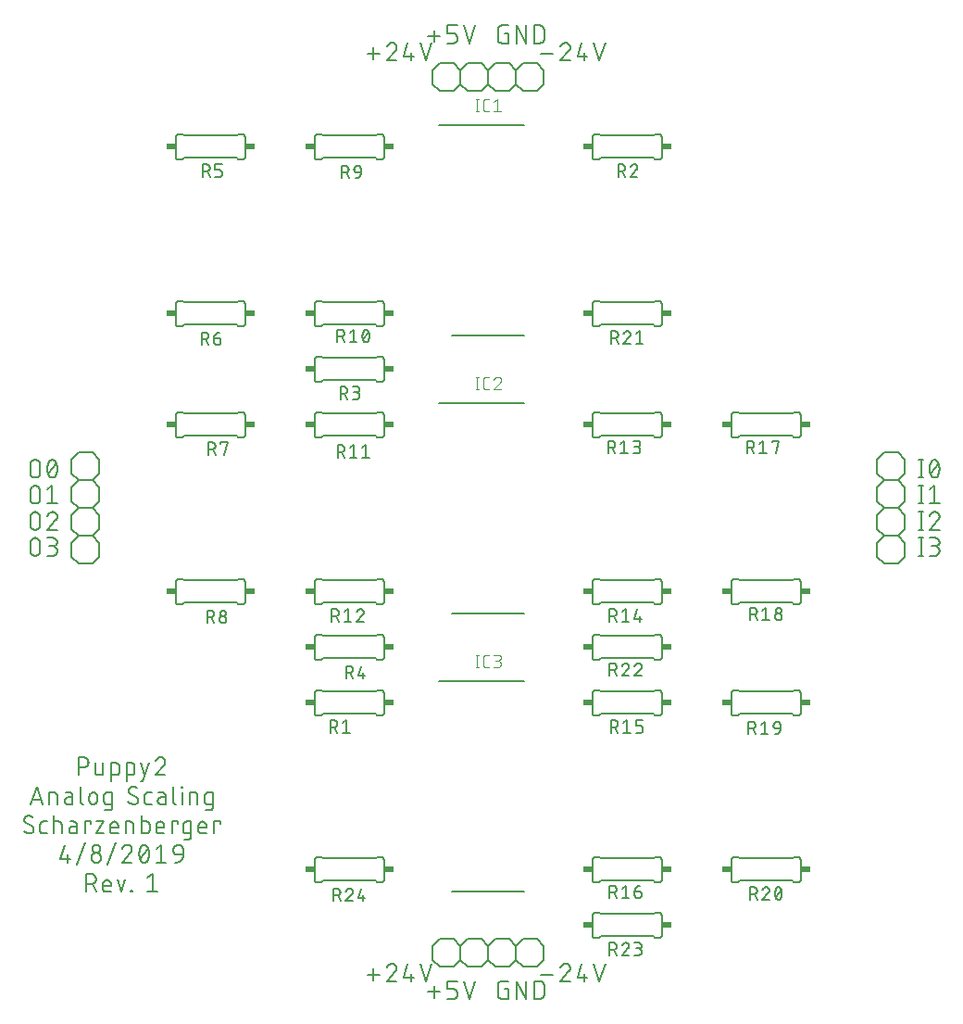
<source format=gbr>
G04 EAGLE Gerber RS-274X export*
G75*
%MOMM*%
%FSLAX34Y34*%
%LPD*%
%INSilkscreen Top*%
%IPPOS*%
%AMOC8*
5,1,8,0,0,1.08239X$1,22.5*%
G01*
%ADD10C,0.152400*%
%ADD11C,0.200000*%
%ADD12C,0.101600*%
%ADD13R,0.863600X0.609600*%
%ADD14C,0.127000*%


D10*
X327801Y38834D02*
X338638Y38834D01*
X333220Y33415D02*
X333220Y44252D01*
X350344Y48768D02*
X350469Y48766D01*
X350594Y48760D01*
X350719Y48751D01*
X350843Y48737D01*
X350967Y48720D01*
X351091Y48699D01*
X351213Y48674D01*
X351335Y48645D01*
X351456Y48613D01*
X351576Y48577D01*
X351695Y48537D01*
X351812Y48494D01*
X351928Y48447D01*
X352043Y48396D01*
X352155Y48342D01*
X352267Y48284D01*
X352376Y48224D01*
X352483Y48159D01*
X352589Y48092D01*
X352692Y48021D01*
X352793Y47947D01*
X352892Y47870D01*
X352988Y47790D01*
X353082Y47707D01*
X353173Y47622D01*
X353262Y47533D01*
X353347Y47442D01*
X353430Y47348D01*
X353510Y47252D01*
X353587Y47153D01*
X353661Y47052D01*
X353732Y46949D01*
X353799Y46843D01*
X353864Y46736D01*
X353924Y46627D01*
X353982Y46515D01*
X354036Y46403D01*
X354087Y46288D01*
X354134Y46172D01*
X354177Y46055D01*
X354217Y45936D01*
X354253Y45816D01*
X354285Y45695D01*
X354314Y45573D01*
X354339Y45451D01*
X354360Y45327D01*
X354377Y45203D01*
X354391Y45079D01*
X354400Y44954D01*
X354406Y44829D01*
X354408Y44704D01*
X350344Y48768D02*
X350201Y48766D01*
X350059Y48760D01*
X349916Y48750D01*
X349774Y48737D01*
X349633Y48719D01*
X349491Y48698D01*
X349351Y48673D01*
X349211Y48644D01*
X349072Y48611D01*
X348934Y48574D01*
X348797Y48534D01*
X348662Y48490D01*
X348527Y48442D01*
X348394Y48390D01*
X348262Y48335D01*
X348132Y48276D01*
X348004Y48214D01*
X347877Y48148D01*
X347752Y48079D01*
X347629Y48007D01*
X347509Y47931D01*
X347390Y47852D01*
X347273Y47769D01*
X347159Y47684D01*
X347047Y47595D01*
X346938Y47504D01*
X346831Y47409D01*
X346726Y47312D01*
X346625Y47211D01*
X346526Y47108D01*
X346430Y47003D01*
X346337Y46894D01*
X346247Y46783D01*
X346160Y46670D01*
X346076Y46555D01*
X345996Y46437D01*
X345918Y46317D01*
X345844Y46195D01*
X345774Y46071D01*
X345706Y45945D01*
X345643Y45817D01*
X345582Y45688D01*
X345525Y45557D01*
X345472Y45425D01*
X345423Y45291D01*
X345377Y45156D01*
X353053Y41543D02*
X353147Y41635D01*
X353237Y41729D01*
X353325Y41826D01*
X353410Y41926D01*
X353492Y42028D01*
X353571Y42133D01*
X353646Y42240D01*
X353718Y42349D01*
X353787Y42460D01*
X353853Y42574D01*
X353915Y42689D01*
X353974Y42806D01*
X354029Y42925D01*
X354080Y43045D01*
X354128Y43167D01*
X354173Y43290D01*
X354213Y43414D01*
X354250Y43540D01*
X354283Y43667D01*
X354312Y43794D01*
X354338Y43923D01*
X354359Y44052D01*
X354377Y44182D01*
X354390Y44312D01*
X354400Y44442D01*
X354406Y44573D01*
X354408Y44704D01*
X353054Y41543D02*
X345377Y32512D01*
X354408Y32512D01*
X361009Y36124D02*
X364621Y48768D01*
X361009Y36124D02*
X370040Y36124D01*
X367330Y32512D02*
X367330Y39737D01*
X375737Y48768D02*
X381155Y32512D01*
X386574Y48768D01*
X486551Y38834D02*
X497388Y38834D01*
X509094Y48768D02*
X509219Y48766D01*
X509344Y48760D01*
X509469Y48751D01*
X509593Y48737D01*
X509717Y48720D01*
X509841Y48699D01*
X509963Y48674D01*
X510085Y48645D01*
X510206Y48613D01*
X510326Y48577D01*
X510445Y48537D01*
X510562Y48494D01*
X510678Y48447D01*
X510793Y48396D01*
X510905Y48342D01*
X511017Y48284D01*
X511126Y48224D01*
X511233Y48159D01*
X511339Y48092D01*
X511442Y48021D01*
X511543Y47947D01*
X511642Y47870D01*
X511738Y47790D01*
X511832Y47707D01*
X511923Y47622D01*
X512012Y47533D01*
X512097Y47442D01*
X512180Y47348D01*
X512260Y47252D01*
X512337Y47153D01*
X512411Y47052D01*
X512482Y46949D01*
X512549Y46843D01*
X512614Y46736D01*
X512674Y46627D01*
X512732Y46515D01*
X512786Y46403D01*
X512837Y46288D01*
X512884Y46172D01*
X512927Y46055D01*
X512967Y45936D01*
X513003Y45816D01*
X513035Y45695D01*
X513064Y45573D01*
X513089Y45451D01*
X513110Y45327D01*
X513127Y45203D01*
X513141Y45079D01*
X513150Y44954D01*
X513156Y44829D01*
X513158Y44704D01*
X509094Y48768D02*
X508951Y48766D01*
X508809Y48760D01*
X508666Y48750D01*
X508524Y48737D01*
X508383Y48719D01*
X508241Y48698D01*
X508101Y48673D01*
X507961Y48644D01*
X507822Y48611D01*
X507684Y48574D01*
X507547Y48534D01*
X507412Y48490D01*
X507277Y48442D01*
X507144Y48390D01*
X507012Y48335D01*
X506882Y48276D01*
X506754Y48214D01*
X506627Y48148D01*
X506502Y48079D01*
X506379Y48007D01*
X506259Y47931D01*
X506140Y47852D01*
X506023Y47769D01*
X505909Y47684D01*
X505797Y47595D01*
X505688Y47504D01*
X505581Y47409D01*
X505476Y47312D01*
X505375Y47211D01*
X505276Y47108D01*
X505180Y47003D01*
X505087Y46894D01*
X504997Y46783D01*
X504910Y46670D01*
X504826Y46555D01*
X504746Y46437D01*
X504668Y46317D01*
X504594Y46195D01*
X504524Y46071D01*
X504456Y45945D01*
X504393Y45817D01*
X504332Y45688D01*
X504275Y45557D01*
X504222Y45425D01*
X504173Y45291D01*
X504127Y45156D01*
X511803Y41543D02*
X511897Y41635D01*
X511987Y41729D01*
X512075Y41826D01*
X512160Y41926D01*
X512242Y42028D01*
X512321Y42133D01*
X512396Y42240D01*
X512468Y42349D01*
X512537Y42460D01*
X512603Y42574D01*
X512665Y42689D01*
X512724Y42806D01*
X512779Y42925D01*
X512830Y43045D01*
X512878Y43167D01*
X512923Y43290D01*
X512963Y43414D01*
X513000Y43540D01*
X513033Y43667D01*
X513062Y43794D01*
X513088Y43923D01*
X513109Y44052D01*
X513127Y44182D01*
X513140Y44312D01*
X513150Y44442D01*
X513156Y44573D01*
X513158Y44704D01*
X511804Y41543D02*
X504127Y32512D01*
X513158Y32512D01*
X519759Y36124D02*
X523371Y48768D01*
X519759Y36124D02*
X528790Y36124D01*
X526080Y32512D02*
X526080Y39737D01*
X534487Y48768D02*
X539905Y32512D01*
X545324Y48768D01*
X456155Y25668D02*
X453445Y25668D01*
X456155Y25668D02*
X456155Y16637D01*
X450736Y16637D01*
X450618Y16639D01*
X450500Y16645D01*
X450382Y16654D01*
X450265Y16668D01*
X450148Y16685D01*
X450031Y16706D01*
X449916Y16731D01*
X449801Y16760D01*
X449687Y16793D01*
X449575Y16829D01*
X449464Y16869D01*
X449354Y16912D01*
X449245Y16959D01*
X449138Y17009D01*
X449033Y17064D01*
X448930Y17121D01*
X448829Y17182D01*
X448729Y17246D01*
X448632Y17313D01*
X448537Y17383D01*
X448445Y17457D01*
X448354Y17533D01*
X448267Y17613D01*
X448182Y17695D01*
X448100Y17780D01*
X448020Y17867D01*
X447944Y17958D01*
X447870Y18050D01*
X447800Y18145D01*
X447733Y18242D01*
X447669Y18342D01*
X447608Y18443D01*
X447551Y18546D01*
X447496Y18651D01*
X447446Y18758D01*
X447399Y18867D01*
X447356Y18977D01*
X447316Y19088D01*
X447280Y19200D01*
X447247Y19314D01*
X447218Y19429D01*
X447193Y19544D01*
X447172Y19661D01*
X447155Y19778D01*
X447141Y19895D01*
X447132Y20013D01*
X447126Y20131D01*
X447124Y20249D01*
X447124Y29281D01*
X447126Y29399D01*
X447132Y29517D01*
X447141Y29635D01*
X447155Y29752D01*
X447172Y29869D01*
X447193Y29986D01*
X447218Y30101D01*
X447247Y30216D01*
X447280Y30330D01*
X447316Y30442D01*
X447356Y30553D01*
X447399Y30663D01*
X447446Y30772D01*
X447496Y30879D01*
X447550Y30984D01*
X447608Y31087D01*
X447669Y31188D01*
X447733Y31288D01*
X447800Y31385D01*
X447870Y31480D01*
X447944Y31572D01*
X448020Y31663D01*
X448100Y31750D01*
X448182Y31835D01*
X448267Y31917D01*
X448354Y31997D01*
X448445Y32073D01*
X448537Y32147D01*
X448632Y32217D01*
X448729Y32284D01*
X448829Y32348D01*
X448930Y32409D01*
X449033Y32466D01*
X449138Y32520D01*
X449245Y32571D01*
X449354Y32618D01*
X449464Y32661D01*
X449575Y32701D01*
X449687Y32737D01*
X449801Y32770D01*
X449916Y32799D01*
X450031Y32824D01*
X450148Y32845D01*
X450265Y32862D01*
X450382Y32876D01*
X450500Y32885D01*
X450618Y32891D01*
X450736Y32893D01*
X456155Y32893D01*
X463797Y32893D02*
X463797Y16637D01*
X472828Y16637D02*
X463797Y32893D01*
X472828Y32893D02*
X472828Y16637D01*
X480470Y16637D02*
X480470Y32893D01*
X484986Y32893D01*
X485117Y32891D01*
X485249Y32885D01*
X485380Y32876D01*
X485510Y32862D01*
X485641Y32845D01*
X485770Y32824D01*
X485899Y32800D01*
X486027Y32771D01*
X486155Y32739D01*
X486281Y32703D01*
X486406Y32664D01*
X486531Y32621D01*
X486653Y32574D01*
X486775Y32524D01*
X486895Y32470D01*
X487013Y32413D01*
X487129Y32352D01*
X487244Y32288D01*
X487357Y32221D01*
X487468Y32150D01*
X487576Y32076D01*
X487683Y31999D01*
X487787Y31919D01*
X487889Y31836D01*
X487988Y31751D01*
X488085Y31662D01*
X488179Y31570D01*
X488271Y31476D01*
X488360Y31379D01*
X488445Y31280D01*
X488528Y31178D01*
X488608Y31074D01*
X488685Y30967D01*
X488759Y30859D01*
X488830Y30748D01*
X488897Y30635D01*
X488961Y30520D01*
X489022Y30404D01*
X489079Y30286D01*
X489133Y30166D01*
X489183Y30044D01*
X489230Y29922D01*
X489273Y29797D01*
X489312Y29672D01*
X489348Y29546D01*
X489380Y29418D01*
X489409Y29290D01*
X489433Y29161D01*
X489454Y29032D01*
X489471Y28901D01*
X489485Y28771D01*
X489494Y28640D01*
X489500Y28508D01*
X489502Y28377D01*
X489501Y28377D02*
X489501Y21153D01*
X489502Y21153D02*
X489500Y21022D01*
X489494Y20890D01*
X489485Y20759D01*
X489471Y20629D01*
X489454Y20498D01*
X489433Y20369D01*
X489409Y20240D01*
X489380Y20112D01*
X489348Y19984D01*
X489312Y19858D01*
X489273Y19733D01*
X489230Y19608D01*
X489183Y19486D01*
X489133Y19364D01*
X489079Y19244D01*
X489022Y19126D01*
X488961Y19010D01*
X488897Y18895D01*
X488830Y18782D01*
X488759Y18671D01*
X488685Y18563D01*
X488608Y18456D01*
X488528Y18352D01*
X488445Y18250D01*
X488360Y18151D01*
X488271Y18054D01*
X488179Y17960D01*
X488085Y17868D01*
X487988Y17779D01*
X487889Y17694D01*
X487787Y17611D01*
X487683Y17531D01*
X487576Y17454D01*
X487468Y17380D01*
X487357Y17309D01*
X487244Y17242D01*
X487129Y17178D01*
X487013Y17117D01*
X486895Y17060D01*
X486775Y17006D01*
X486653Y16956D01*
X486531Y16909D01*
X486406Y16866D01*
X486281Y16827D01*
X486155Y16791D01*
X486027Y16759D01*
X485899Y16730D01*
X485770Y16706D01*
X485640Y16685D01*
X485510Y16668D01*
X485380Y16654D01*
X485249Y16645D01*
X485117Y16639D01*
X484986Y16637D01*
X480470Y16637D01*
X394079Y22959D02*
X383242Y22959D01*
X388660Y17540D02*
X388660Y28377D01*
X400818Y16637D02*
X406237Y16637D01*
X406355Y16639D01*
X406473Y16645D01*
X406591Y16654D01*
X406708Y16668D01*
X406825Y16685D01*
X406942Y16706D01*
X407057Y16731D01*
X407172Y16760D01*
X407286Y16793D01*
X407398Y16829D01*
X407509Y16869D01*
X407619Y16912D01*
X407728Y16959D01*
X407835Y17009D01*
X407940Y17064D01*
X408043Y17121D01*
X408144Y17182D01*
X408244Y17246D01*
X408341Y17313D01*
X408436Y17383D01*
X408528Y17457D01*
X408619Y17533D01*
X408706Y17613D01*
X408791Y17695D01*
X408873Y17780D01*
X408953Y17867D01*
X409029Y17958D01*
X409103Y18050D01*
X409173Y18145D01*
X409240Y18242D01*
X409304Y18342D01*
X409365Y18443D01*
X409422Y18546D01*
X409477Y18651D01*
X409527Y18758D01*
X409574Y18867D01*
X409617Y18977D01*
X409657Y19088D01*
X409693Y19200D01*
X409726Y19314D01*
X409755Y19429D01*
X409780Y19544D01*
X409801Y19661D01*
X409818Y19778D01*
X409832Y19895D01*
X409841Y20013D01*
X409847Y20131D01*
X409849Y20249D01*
X409849Y22056D01*
X409847Y22174D01*
X409841Y22292D01*
X409832Y22410D01*
X409818Y22527D01*
X409801Y22644D01*
X409780Y22761D01*
X409755Y22876D01*
X409726Y22991D01*
X409693Y23105D01*
X409657Y23217D01*
X409617Y23328D01*
X409574Y23438D01*
X409527Y23547D01*
X409477Y23654D01*
X409422Y23759D01*
X409365Y23862D01*
X409304Y23963D01*
X409240Y24063D01*
X409173Y24160D01*
X409103Y24255D01*
X409029Y24347D01*
X408953Y24438D01*
X408873Y24525D01*
X408791Y24610D01*
X408706Y24692D01*
X408619Y24772D01*
X408528Y24848D01*
X408436Y24922D01*
X408341Y24992D01*
X408244Y25059D01*
X408144Y25123D01*
X408043Y25184D01*
X407940Y25241D01*
X407835Y25296D01*
X407728Y25346D01*
X407619Y25393D01*
X407509Y25436D01*
X407398Y25476D01*
X407286Y25512D01*
X407172Y25545D01*
X407057Y25574D01*
X406942Y25599D01*
X406825Y25620D01*
X406708Y25637D01*
X406591Y25651D01*
X406473Y25660D01*
X406355Y25666D01*
X406237Y25668D01*
X400818Y25668D01*
X400818Y32893D01*
X409849Y32893D01*
X415546Y32893D02*
X420965Y16637D01*
X426383Y32893D01*
X833768Y492887D02*
X833768Y509143D01*
X831962Y492887D02*
X835574Y492887D01*
X835574Y509143D02*
X831962Y509143D01*
X843112Y506885D02*
X842975Y506596D01*
X842845Y506304D01*
X842722Y506008D01*
X842607Y505710D01*
X842498Y505409D01*
X842397Y505106D01*
X842303Y504800D01*
X842216Y504493D01*
X842137Y504183D01*
X842065Y503871D01*
X842001Y503558D01*
X841944Y503243D01*
X841894Y502927D01*
X841852Y502610D01*
X841818Y502292D01*
X841791Y501974D01*
X841772Y501654D01*
X841761Y501335D01*
X841757Y501015D01*
X843112Y506886D02*
X843151Y506994D01*
X843194Y507101D01*
X843240Y507206D01*
X843291Y507310D01*
X843344Y507412D01*
X843401Y507512D01*
X843462Y507610D01*
X843526Y507705D01*
X843593Y507799D01*
X843664Y507890D01*
X843737Y507979D01*
X843814Y508065D01*
X843893Y508148D01*
X843975Y508229D01*
X844060Y508307D01*
X844148Y508381D01*
X844238Y508453D01*
X844330Y508521D01*
X844425Y508587D01*
X844522Y508649D01*
X844621Y508707D01*
X844723Y508763D01*
X844825Y508814D01*
X844930Y508862D01*
X845036Y508907D01*
X845144Y508948D01*
X845253Y508985D01*
X845363Y509018D01*
X845475Y509047D01*
X845587Y509073D01*
X845700Y509095D01*
X845814Y509112D01*
X845928Y509126D01*
X846043Y509136D01*
X846158Y509142D01*
X846273Y509144D01*
X846273Y509143D02*
X846388Y509141D01*
X846503Y509135D01*
X846618Y509125D01*
X846732Y509111D01*
X846846Y509094D01*
X846959Y509072D01*
X847071Y509046D01*
X847183Y509017D01*
X847293Y508984D01*
X847402Y508947D01*
X847510Y508906D01*
X847616Y508861D01*
X847721Y508813D01*
X847823Y508762D01*
X847924Y508706D01*
X848024Y508648D01*
X848121Y508586D01*
X848215Y508521D01*
X848308Y508452D01*
X848398Y508380D01*
X848486Y508306D01*
X848571Y508228D01*
X848653Y508147D01*
X848732Y508064D01*
X848809Y507978D01*
X848882Y507889D01*
X848953Y507798D01*
X849020Y507704D01*
X849084Y507609D01*
X849145Y507511D01*
X849202Y507411D01*
X849255Y507309D01*
X849306Y507205D01*
X849352Y507100D01*
X849395Y506993D01*
X849434Y506885D01*
X849433Y506885D02*
X849570Y506596D01*
X849700Y506304D01*
X849823Y506008D01*
X849938Y505710D01*
X850047Y505409D01*
X850148Y505106D01*
X850242Y504800D01*
X850329Y504493D01*
X850408Y504183D01*
X850480Y503871D01*
X850544Y503558D01*
X850601Y503243D01*
X850651Y502927D01*
X850693Y502610D01*
X850727Y502292D01*
X850754Y501974D01*
X850773Y501654D01*
X850784Y501335D01*
X850788Y501015D01*
X841758Y501015D02*
X841762Y500695D01*
X841773Y500376D01*
X841792Y500056D01*
X841819Y499738D01*
X841853Y499420D01*
X841895Y499103D01*
X841945Y498787D01*
X842002Y498472D01*
X842066Y498159D01*
X842138Y497847D01*
X842217Y497537D01*
X842304Y497230D01*
X842398Y496924D01*
X842499Y496621D01*
X842608Y496320D01*
X842723Y496022D01*
X842846Y495726D01*
X842976Y495434D01*
X843113Y495145D01*
X843112Y495145D02*
X843151Y495037D01*
X843194Y494930D01*
X843240Y494825D01*
X843291Y494721D01*
X843344Y494619D01*
X843401Y494519D01*
X843462Y494421D01*
X843526Y494326D01*
X843593Y494232D01*
X843664Y494141D01*
X843737Y494052D01*
X843814Y493966D01*
X843893Y493883D01*
X843975Y493802D01*
X844060Y493724D01*
X844148Y493650D01*
X844238Y493578D01*
X844331Y493509D01*
X844425Y493444D01*
X844522Y493382D01*
X844622Y493324D01*
X844723Y493268D01*
X844825Y493217D01*
X844930Y493169D01*
X845036Y493124D01*
X845144Y493083D01*
X845253Y493046D01*
X845363Y493013D01*
X845475Y492984D01*
X845587Y492958D01*
X845700Y492936D01*
X845814Y492919D01*
X845928Y492905D01*
X846043Y492895D01*
X846158Y492889D01*
X846273Y492887D01*
X849433Y495145D02*
X849570Y495434D01*
X849700Y495726D01*
X849823Y496022D01*
X849938Y496320D01*
X850047Y496621D01*
X850148Y496924D01*
X850242Y497230D01*
X850329Y497537D01*
X850408Y497847D01*
X850480Y498159D01*
X850544Y498472D01*
X850601Y498787D01*
X850651Y499103D01*
X850693Y499420D01*
X850727Y499738D01*
X850754Y500056D01*
X850773Y500376D01*
X850784Y500695D01*
X850788Y501015D01*
X849434Y495145D02*
X849395Y495037D01*
X849352Y494930D01*
X849306Y494825D01*
X849255Y494721D01*
X849202Y494619D01*
X849145Y494519D01*
X849084Y494421D01*
X849020Y494326D01*
X848953Y494232D01*
X848882Y494141D01*
X848809Y494052D01*
X848732Y493966D01*
X848653Y493883D01*
X848571Y493802D01*
X848486Y493724D01*
X848398Y493650D01*
X848308Y493578D01*
X848215Y493509D01*
X848121Y493444D01*
X848024Y493382D01*
X847924Y493324D01*
X847823Y493268D01*
X847720Y493217D01*
X847616Y493169D01*
X847510Y493124D01*
X847402Y493083D01*
X847293Y493046D01*
X847183Y493013D01*
X847071Y492984D01*
X846959Y492958D01*
X846846Y492936D01*
X846732Y492919D01*
X846618Y492905D01*
X846503Y492895D01*
X846388Y492889D01*
X846273Y492887D01*
X842660Y496499D02*
X849885Y505531D01*
X833768Y485331D02*
X833768Y469075D01*
X831962Y469075D02*
X835574Y469075D01*
X835574Y485331D02*
X831962Y485331D01*
X841757Y481718D02*
X846273Y485331D01*
X846273Y469075D01*
X850788Y469075D02*
X841757Y469075D01*
X833768Y461518D02*
X833768Y445262D01*
X831962Y445262D02*
X835574Y445262D01*
X835574Y461518D02*
X831962Y461518D01*
X846724Y461518D02*
X846849Y461516D01*
X846974Y461510D01*
X847099Y461501D01*
X847223Y461487D01*
X847347Y461470D01*
X847471Y461449D01*
X847593Y461424D01*
X847715Y461395D01*
X847836Y461363D01*
X847956Y461327D01*
X848075Y461287D01*
X848192Y461244D01*
X848308Y461197D01*
X848423Y461146D01*
X848535Y461092D01*
X848647Y461034D01*
X848756Y460974D01*
X848863Y460909D01*
X848969Y460842D01*
X849072Y460771D01*
X849173Y460697D01*
X849272Y460620D01*
X849368Y460540D01*
X849462Y460457D01*
X849553Y460372D01*
X849642Y460283D01*
X849727Y460192D01*
X849810Y460098D01*
X849890Y460002D01*
X849967Y459903D01*
X850041Y459802D01*
X850112Y459699D01*
X850179Y459593D01*
X850244Y459486D01*
X850304Y459377D01*
X850362Y459265D01*
X850416Y459153D01*
X850467Y459038D01*
X850514Y458922D01*
X850557Y458805D01*
X850597Y458686D01*
X850633Y458566D01*
X850665Y458445D01*
X850694Y458323D01*
X850719Y458201D01*
X850740Y458077D01*
X850757Y457953D01*
X850771Y457829D01*
X850780Y457704D01*
X850786Y457579D01*
X850788Y457454D01*
X846724Y461518D02*
X846581Y461516D01*
X846439Y461510D01*
X846296Y461500D01*
X846154Y461487D01*
X846013Y461469D01*
X845871Y461448D01*
X845731Y461423D01*
X845591Y461394D01*
X845452Y461361D01*
X845314Y461324D01*
X845177Y461284D01*
X845042Y461240D01*
X844907Y461192D01*
X844774Y461140D01*
X844642Y461085D01*
X844512Y461026D01*
X844384Y460964D01*
X844257Y460898D01*
X844132Y460829D01*
X844009Y460757D01*
X843889Y460681D01*
X843770Y460602D01*
X843653Y460519D01*
X843539Y460434D01*
X843427Y460345D01*
X843318Y460254D01*
X843211Y460159D01*
X843106Y460062D01*
X843005Y459961D01*
X842906Y459858D01*
X842810Y459753D01*
X842717Y459644D01*
X842627Y459533D01*
X842540Y459420D01*
X842456Y459305D01*
X842376Y459187D01*
X842298Y459067D01*
X842224Y458945D01*
X842154Y458821D01*
X842086Y458695D01*
X842023Y458567D01*
X841962Y458438D01*
X841905Y458307D01*
X841852Y458175D01*
X841803Y458041D01*
X841757Y457906D01*
X849433Y454293D02*
X849527Y454385D01*
X849617Y454479D01*
X849705Y454576D01*
X849790Y454676D01*
X849872Y454778D01*
X849951Y454883D01*
X850026Y454990D01*
X850098Y455099D01*
X850167Y455210D01*
X850233Y455324D01*
X850295Y455439D01*
X850354Y455556D01*
X850409Y455675D01*
X850460Y455795D01*
X850508Y455917D01*
X850553Y456040D01*
X850593Y456164D01*
X850630Y456290D01*
X850663Y456417D01*
X850692Y456544D01*
X850718Y456673D01*
X850739Y456802D01*
X850757Y456932D01*
X850770Y457062D01*
X850780Y457192D01*
X850786Y457323D01*
X850788Y457454D01*
X849434Y454293D02*
X841757Y445262D01*
X850788Y445262D01*
X833768Y437706D02*
X833768Y421450D01*
X831962Y421450D02*
X835574Y421450D01*
X835574Y437706D02*
X831962Y437706D01*
X841757Y421450D02*
X846273Y421450D01*
X846273Y421449D02*
X846406Y421451D01*
X846538Y421457D01*
X846670Y421467D01*
X846802Y421480D01*
X846934Y421498D01*
X847064Y421519D01*
X847195Y421544D01*
X847324Y421573D01*
X847452Y421606D01*
X847580Y421642D01*
X847706Y421682D01*
X847831Y421726D01*
X847955Y421774D01*
X848077Y421825D01*
X848198Y421880D01*
X848317Y421938D01*
X848435Y422000D01*
X848550Y422065D01*
X848664Y422134D01*
X848775Y422205D01*
X848884Y422281D01*
X848991Y422359D01*
X849096Y422440D01*
X849198Y422525D01*
X849298Y422612D01*
X849395Y422702D01*
X849490Y422795D01*
X849581Y422891D01*
X849670Y422989D01*
X849756Y423090D01*
X849839Y423194D01*
X849919Y423300D01*
X849995Y423408D01*
X850069Y423518D01*
X850139Y423631D01*
X850206Y423745D01*
X850269Y423862D01*
X850329Y423980D01*
X850386Y424100D01*
X850439Y424222D01*
X850488Y424345D01*
X850534Y424469D01*
X850576Y424595D01*
X850614Y424722D01*
X850649Y424850D01*
X850680Y424979D01*
X850707Y425108D01*
X850730Y425239D01*
X850750Y425370D01*
X850765Y425502D01*
X850777Y425634D01*
X850785Y425766D01*
X850789Y425899D01*
X850789Y426031D01*
X850785Y426164D01*
X850777Y426296D01*
X850765Y426428D01*
X850750Y426560D01*
X850730Y426691D01*
X850707Y426822D01*
X850680Y426951D01*
X850649Y427080D01*
X850614Y427208D01*
X850576Y427335D01*
X850534Y427461D01*
X850488Y427585D01*
X850439Y427708D01*
X850386Y427830D01*
X850329Y427950D01*
X850269Y428068D01*
X850206Y428185D01*
X850139Y428299D01*
X850069Y428412D01*
X849995Y428522D01*
X849919Y428630D01*
X849839Y428736D01*
X849756Y428840D01*
X849670Y428941D01*
X849581Y429039D01*
X849490Y429135D01*
X849395Y429228D01*
X849298Y429318D01*
X849198Y429405D01*
X849096Y429490D01*
X848991Y429571D01*
X848884Y429649D01*
X848775Y429725D01*
X848664Y429796D01*
X848550Y429865D01*
X848435Y429930D01*
X848317Y429992D01*
X848198Y430050D01*
X848077Y430105D01*
X847955Y430156D01*
X847831Y430204D01*
X847706Y430248D01*
X847580Y430288D01*
X847452Y430324D01*
X847324Y430357D01*
X847195Y430386D01*
X847064Y430411D01*
X846934Y430432D01*
X846802Y430450D01*
X846670Y430463D01*
X846538Y430473D01*
X846406Y430479D01*
X846273Y430481D01*
X847176Y437706D02*
X841757Y437706D01*
X847176Y437705D02*
X847295Y437703D01*
X847415Y437697D01*
X847534Y437687D01*
X847652Y437673D01*
X847771Y437656D01*
X847888Y437634D01*
X848005Y437609D01*
X848120Y437579D01*
X848235Y437546D01*
X848349Y437509D01*
X848461Y437469D01*
X848572Y437424D01*
X848681Y437376D01*
X848789Y437325D01*
X848895Y437270D01*
X848999Y437211D01*
X849101Y437149D01*
X849201Y437084D01*
X849299Y437015D01*
X849395Y436943D01*
X849488Y436868D01*
X849578Y436791D01*
X849666Y436710D01*
X849751Y436626D01*
X849833Y436539D01*
X849913Y436450D01*
X849989Y436358D01*
X850063Y436264D01*
X850133Y436167D01*
X850200Y436069D01*
X850264Y435968D01*
X850324Y435864D01*
X850381Y435759D01*
X850434Y435652D01*
X850484Y435544D01*
X850530Y435434D01*
X850572Y435322D01*
X850611Y435209D01*
X850646Y435095D01*
X850677Y434980D01*
X850705Y434863D01*
X850728Y434746D01*
X850748Y434629D01*
X850764Y434510D01*
X850776Y434391D01*
X850784Y434272D01*
X850788Y434153D01*
X850788Y434033D01*
X850784Y433914D01*
X850776Y433795D01*
X850764Y433676D01*
X850748Y433557D01*
X850728Y433440D01*
X850705Y433323D01*
X850677Y433206D01*
X850646Y433091D01*
X850611Y432977D01*
X850572Y432864D01*
X850530Y432752D01*
X850484Y432642D01*
X850434Y432534D01*
X850381Y432427D01*
X850324Y432322D01*
X850264Y432218D01*
X850200Y432117D01*
X850133Y432019D01*
X850063Y431922D01*
X849989Y431828D01*
X849913Y431736D01*
X849833Y431647D01*
X849751Y431560D01*
X849666Y431476D01*
X849578Y431395D01*
X849488Y431318D01*
X849395Y431243D01*
X849299Y431171D01*
X849201Y431102D01*
X849101Y431037D01*
X848999Y430975D01*
X848895Y430916D01*
X848789Y430861D01*
X848681Y430810D01*
X848572Y430762D01*
X848461Y430717D01*
X848349Y430677D01*
X848235Y430640D01*
X848120Y430607D01*
X848005Y430577D01*
X847888Y430552D01*
X847771Y430530D01*
X847652Y430513D01*
X847534Y430499D01*
X847415Y430489D01*
X847295Y430483D01*
X847176Y430481D01*
X843564Y430481D01*
X19419Y497403D02*
X19419Y504627D01*
X19418Y504627D02*
X19420Y504760D01*
X19426Y504892D01*
X19436Y505024D01*
X19449Y505156D01*
X19467Y505288D01*
X19488Y505418D01*
X19513Y505549D01*
X19542Y505678D01*
X19575Y505806D01*
X19611Y505934D01*
X19651Y506060D01*
X19695Y506185D01*
X19743Y506309D01*
X19794Y506431D01*
X19849Y506552D01*
X19907Y506671D01*
X19969Y506789D01*
X20034Y506904D01*
X20103Y507018D01*
X20174Y507129D01*
X20250Y507238D01*
X20328Y507345D01*
X20409Y507450D01*
X20494Y507552D01*
X20581Y507652D01*
X20671Y507749D01*
X20764Y507844D01*
X20860Y507935D01*
X20958Y508024D01*
X21059Y508110D01*
X21163Y508193D01*
X21269Y508273D01*
X21377Y508349D01*
X21487Y508423D01*
X21600Y508493D01*
X21714Y508560D01*
X21831Y508623D01*
X21949Y508683D01*
X22069Y508740D01*
X22191Y508793D01*
X22314Y508842D01*
X22438Y508888D01*
X22564Y508930D01*
X22691Y508968D01*
X22819Y509003D01*
X22948Y509034D01*
X23077Y509061D01*
X23208Y509084D01*
X23339Y509104D01*
X23471Y509119D01*
X23603Y509131D01*
X23735Y509139D01*
X23868Y509143D01*
X24000Y509143D01*
X24133Y509139D01*
X24265Y509131D01*
X24397Y509119D01*
X24529Y509104D01*
X24660Y509084D01*
X24791Y509061D01*
X24920Y509034D01*
X25049Y509003D01*
X25177Y508968D01*
X25304Y508930D01*
X25430Y508888D01*
X25554Y508842D01*
X25677Y508793D01*
X25799Y508740D01*
X25919Y508683D01*
X26037Y508623D01*
X26154Y508560D01*
X26268Y508493D01*
X26381Y508423D01*
X26491Y508349D01*
X26599Y508273D01*
X26705Y508193D01*
X26809Y508110D01*
X26910Y508024D01*
X27008Y507935D01*
X27104Y507844D01*
X27197Y507749D01*
X27287Y507652D01*
X27374Y507552D01*
X27459Y507450D01*
X27540Y507345D01*
X27618Y507238D01*
X27694Y507129D01*
X27765Y507018D01*
X27834Y506904D01*
X27899Y506789D01*
X27961Y506671D01*
X28019Y506552D01*
X28074Y506431D01*
X28125Y506309D01*
X28173Y506185D01*
X28217Y506060D01*
X28257Y505934D01*
X28293Y505806D01*
X28326Y505678D01*
X28355Y505549D01*
X28380Y505418D01*
X28401Y505288D01*
X28419Y505156D01*
X28432Y505024D01*
X28442Y504892D01*
X28448Y504760D01*
X28450Y504627D01*
X28450Y497403D01*
X28448Y497270D01*
X28442Y497138D01*
X28432Y497006D01*
X28419Y496874D01*
X28401Y496742D01*
X28380Y496612D01*
X28355Y496481D01*
X28326Y496352D01*
X28293Y496224D01*
X28257Y496096D01*
X28217Y495970D01*
X28173Y495845D01*
X28125Y495721D01*
X28074Y495599D01*
X28019Y495478D01*
X27961Y495359D01*
X27899Y495241D01*
X27834Y495126D01*
X27765Y495012D01*
X27694Y494901D01*
X27618Y494792D01*
X27540Y494685D01*
X27459Y494580D01*
X27374Y494478D01*
X27287Y494378D01*
X27197Y494281D01*
X27104Y494186D01*
X27008Y494095D01*
X26910Y494006D01*
X26809Y493920D01*
X26705Y493837D01*
X26599Y493757D01*
X26491Y493681D01*
X26381Y493607D01*
X26268Y493537D01*
X26154Y493470D01*
X26037Y493407D01*
X25919Y493347D01*
X25799Y493290D01*
X25677Y493237D01*
X25554Y493188D01*
X25430Y493142D01*
X25304Y493100D01*
X25177Y493062D01*
X25049Y493027D01*
X24920Y492996D01*
X24791Y492969D01*
X24660Y492946D01*
X24529Y492926D01*
X24397Y492911D01*
X24265Y492899D01*
X24133Y492891D01*
X24000Y492887D01*
X23868Y492887D01*
X23735Y492891D01*
X23603Y492899D01*
X23471Y492911D01*
X23339Y492926D01*
X23208Y492946D01*
X23077Y492969D01*
X22948Y492996D01*
X22819Y493027D01*
X22691Y493062D01*
X22564Y493100D01*
X22438Y493142D01*
X22314Y493188D01*
X22191Y493237D01*
X22069Y493290D01*
X21949Y493347D01*
X21831Y493407D01*
X21714Y493470D01*
X21600Y493537D01*
X21487Y493607D01*
X21377Y493681D01*
X21269Y493757D01*
X21163Y493837D01*
X21059Y493920D01*
X20958Y494006D01*
X20860Y494095D01*
X20764Y494186D01*
X20671Y494281D01*
X20581Y494378D01*
X20494Y494478D01*
X20409Y494580D01*
X20328Y494685D01*
X20250Y494792D01*
X20174Y494901D01*
X20103Y495012D01*
X20034Y495126D01*
X19969Y495241D01*
X19907Y495359D01*
X19849Y495478D01*
X19794Y495599D01*
X19743Y495721D01*
X19695Y495845D01*
X19651Y495970D01*
X19611Y496096D01*
X19575Y496224D01*
X19542Y496352D01*
X19513Y496481D01*
X19488Y496612D01*
X19467Y496742D01*
X19449Y496874D01*
X19436Y497006D01*
X19426Y497138D01*
X19420Y497270D01*
X19418Y497403D01*
X35050Y501015D02*
X35054Y501335D01*
X35065Y501654D01*
X35084Y501974D01*
X35111Y502292D01*
X35145Y502610D01*
X35187Y502927D01*
X35237Y503243D01*
X35294Y503558D01*
X35358Y503871D01*
X35430Y504183D01*
X35509Y504493D01*
X35596Y504800D01*
X35690Y505106D01*
X35791Y505409D01*
X35900Y505710D01*
X36015Y506008D01*
X36138Y506304D01*
X36268Y506596D01*
X36405Y506885D01*
X36405Y506886D02*
X36444Y506994D01*
X36487Y507101D01*
X36533Y507206D01*
X36584Y507310D01*
X36637Y507412D01*
X36694Y507512D01*
X36755Y507610D01*
X36819Y507705D01*
X36886Y507799D01*
X36957Y507890D01*
X37030Y507979D01*
X37107Y508065D01*
X37186Y508148D01*
X37268Y508229D01*
X37353Y508307D01*
X37441Y508381D01*
X37531Y508453D01*
X37623Y508521D01*
X37718Y508587D01*
X37815Y508649D01*
X37914Y508707D01*
X38016Y508763D01*
X38118Y508814D01*
X38223Y508862D01*
X38329Y508907D01*
X38437Y508948D01*
X38546Y508985D01*
X38656Y509018D01*
X38768Y509047D01*
X38880Y509073D01*
X38993Y509095D01*
X39107Y509112D01*
X39221Y509126D01*
X39336Y509136D01*
X39451Y509142D01*
X39566Y509144D01*
X39566Y509143D02*
X39681Y509141D01*
X39796Y509135D01*
X39911Y509125D01*
X40025Y509111D01*
X40139Y509094D01*
X40252Y509072D01*
X40364Y509046D01*
X40476Y509017D01*
X40586Y508984D01*
X40695Y508947D01*
X40803Y508906D01*
X40909Y508861D01*
X41014Y508813D01*
X41116Y508762D01*
X41217Y508706D01*
X41317Y508648D01*
X41414Y508586D01*
X41508Y508521D01*
X41601Y508452D01*
X41691Y508380D01*
X41779Y508306D01*
X41864Y508228D01*
X41946Y508147D01*
X42025Y508064D01*
X42102Y507978D01*
X42175Y507889D01*
X42246Y507798D01*
X42313Y507704D01*
X42377Y507609D01*
X42438Y507511D01*
X42495Y507411D01*
X42548Y507309D01*
X42599Y507205D01*
X42645Y507100D01*
X42688Y506993D01*
X42727Y506885D01*
X42726Y506885D02*
X42863Y506596D01*
X42993Y506304D01*
X43116Y506008D01*
X43231Y505710D01*
X43340Y505409D01*
X43441Y505106D01*
X43535Y504800D01*
X43622Y504493D01*
X43701Y504183D01*
X43773Y503871D01*
X43837Y503558D01*
X43894Y503243D01*
X43944Y502927D01*
X43986Y502610D01*
X44020Y502292D01*
X44047Y501974D01*
X44066Y501654D01*
X44077Y501335D01*
X44081Y501015D01*
X35050Y501015D02*
X35054Y500695D01*
X35065Y500376D01*
X35084Y500056D01*
X35111Y499738D01*
X35145Y499420D01*
X35187Y499103D01*
X35237Y498787D01*
X35294Y498472D01*
X35358Y498159D01*
X35430Y497847D01*
X35509Y497537D01*
X35596Y497230D01*
X35690Y496924D01*
X35791Y496621D01*
X35900Y496320D01*
X36015Y496022D01*
X36138Y495726D01*
X36268Y495434D01*
X36405Y495145D01*
X36444Y495037D01*
X36487Y494930D01*
X36533Y494825D01*
X36584Y494721D01*
X36637Y494619D01*
X36694Y494519D01*
X36755Y494421D01*
X36819Y494326D01*
X36886Y494232D01*
X36957Y494141D01*
X37030Y494052D01*
X37107Y493966D01*
X37186Y493883D01*
X37268Y493802D01*
X37353Y493724D01*
X37441Y493650D01*
X37531Y493578D01*
X37624Y493509D01*
X37718Y493444D01*
X37815Y493382D01*
X37915Y493324D01*
X38016Y493268D01*
X38118Y493217D01*
X38223Y493169D01*
X38329Y493124D01*
X38437Y493083D01*
X38546Y493046D01*
X38656Y493013D01*
X38768Y492984D01*
X38880Y492958D01*
X38993Y492936D01*
X39107Y492919D01*
X39221Y492905D01*
X39336Y492895D01*
X39451Y492889D01*
X39566Y492887D01*
X42726Y495145D02*
X42863Y495434D01*
X42993Y495726D01*
X43116Y496022D01*
X43231Y496320D01*
X43340Y496621D01*
X43441Y496924D01*
X43535Y497230D01*
X43622Y497537D01*
X43701Y497847D01*
X43773Y498159D01*
X43837Y498472D01*
X43894Y498787D01*
X43944Y499103D01*
X43986Y499420D01*
X44020Y499738D01*
X44047Y500056D01*
X44066Y500376D01*
X44077Y500695D01*
X44081Y501015D01*
X42727Y495145D02*
X42688Y495037D01*
X42645Y494930D01*
X42599Y494825D01*
X42548Y494721D01*
X42495Y494619D01*
X42438Y494519D01*
X42377Y494421D01*
X42313Y494326D01*
X42246Y494232D01*
X42175Y494141D01*
X42102Y494052D01*
X42025Y493966D01*
X41946Y493883D01*
X41864Y493802D01*
X41779Y493724D01*
X41691Y493650D01*
X41601Y493578D01*
X41508Y493509D01*
X41414Y493444D01*
X41317Y493382D01*
X41217Y493324D01*
X41116Y493268D01*
X41013Y493217D01*
X40909Y493169D01*
X40803Y493124D01*
X40695Y493083D01*
X40586Y493046D01*
X40476Y493013D01*
X40364Y492984D01*
X40252Y492958D01*
X40139Y492936D01*
X40025Y492919D01*
X39911Y492905D01*
X39796Y492895D01*
X39681Y492889D01*
X39566Y492887D01*
X35953Y496499D02*
X43178Y505531D01*
X19419Y480815D02*
X19419Y473590D01*
X19418Y480815D02*
X19420Y480948D01*
X19426Y481080D01*
X19436Y481212D01*
X19449Y481344D01*
X19467Y481476D01*
X19488Y481606D01*
X19513Y481737D01*
X19542Y481866D01*
X19575Y481994D01*
X19611Y482122D01*
X19651Y482248D01*
X19695Y482373D01*
X19743Y482497D01*
X19794Y482619D01*
X19849Y482740D01*
X19907Y482859D01*
X19969Y482977D01*
X20034Y483092D01*
X20103Y483206D01*
X20174Y483317D01*
X20250Y483426D01*
X20328Y483533D01*
X20409Y483638D01*
X20494Y483740D01*
X20581Y483840D01*
X20671Y483937D01*
X20764Y484032D01*
X20860Y484123D01*
X20958Y484212D01*
X21059Y484298D01*
X21163Y484381D01*
X21269Y484461D01*
X21377Y484537D01*
X21487Y484611D01*
X21600Y484681D01*
X21714Y484748D01*
X21831Y484811D01*
X21949Y484871D01*
X22069Y484928D01*
X22191Y484981D01*
X22314Y485030D01*
X22438Y485076D01*
X22564Y485118D01*
X22691Y485156D01*
X22819Y485191D01*
X22948Y485222D01*
X23077Y485249D01*
X23208Y485272D01*
X23339Y485292D01*
X23471Y485307D01*
X23603Y485319D01*
X23735Y485327D01*
X23868Y485331D01*
X24000Y485331D01*
X24133Y485327D01*
X24265Y485319D01*
X24397Y485307D01*
X24529Y485292D01*
X24660Y485272D01*
X24791Y485249D01*
X24920Y485222D01*
X25049Y485191D01*
X25177Y485156D01*
X25304Y485118D01*
X25430Y485076D01*
X25554Y485030D01*
X25677Y484981D01*
X25799Y484928D01*
X25919Y484871D01*
X26037Y484811D01*
X26154Y484748D01*
X26268Y484681D01*
X26381Y484611D01*
X26491Y484537D01*
X26599Y484461D01*
X26705Y484381D01*
X26809Y484298D01*
X26910Y484212D01*
X27008Y484123D01*
X27104Y484032D01*
X27197Y483937D01*
X27287Y483840D01*
X27374Y483740D01*
X27459Y483638D01*
X27540Y483533D01*
X27618Y483426D01*
X27694Y483317D01*
X27765Y483206D01*
X27834Y483092D01*
X27899Y482977D01*
X27961Y482859D01*
X28019Y482740D01*
X28074Y482619D01*
X28125Y482497D01*
X28173Y482373D01*
X28217Y482248D01*
X28257Y482122D01*
X28293Y481994D01*
X28326Y481866D01*
X28355Y481737D01*
X28380Y481606D01*
X28401Y481476D01*
X28419Y481344D01*
X28432Y481212D01*
X28442Y481080D01*
X28448Y480948D01*
X28450Y480815D01*
X28450Y473590D01*
X28448Y473457D01*
X28442Y473325D01*
X28432Y473193D01*
X28419Y473061D01*
X28401Y472929D01*
X28380Y472799D01*
X28355Y472668D01*
X28326Y472539D01*
X28293Y472411D01*
X28257Y472283D01*
X28217Y472157D01*
X28173Y472032D01*
X28125Y471908D01*
X28074Y471786D01*
X28019Y471665D01*
X27961Y471546D01*
X27899Y471428D01*
X27834Y471313D01*
X27765Y471199D01*
X27694Y471088D01*
X27618Y470979D01*
X27540Y470872D01*
X27459Y470767D01*
X27374Y470665D01*
X27287Y470565D01*
X27197Y470468D01*
X27104Y470373D01*
X27008Y470282D01*
X26910Y470193D01*
X26809Y470107D01*
X26705Y470024D01*
X26599Y469944D01*
X26491Y469868D01*
X26381Y469794D01*
X26268Y469724D01*
X26154Y469657D01*
X26037Y469594D01*
X25919Y469534D01*
X25799Y469477D01*
X25677Y469424D01*
X25554Y469375D01*
X25430Y469329D01*
X25304Y469287D01*
X25177Y469249D01*
X25049Y469214D01*
X24920Y469183D01*
X24791Y469156D01*
X24660Y469133D01*
X24529Y469113D01*
X24397Y469098D01*
X24265Y469086D01*
X24133Y469078D01*
X24000Y469074D01*
X23868Y469074D01*
X23735Y469078D01*
X23603Y469086D01*
X23471Y469098D01*
X23339Y469113D01*
X23208Y469133D01*
X23077Y469156D01*
X22948Y469183D01*
X22819Y469214D01*
X22691Y469249D01*
X22564Y469287D01*
X22438Y469329D01*
X22314Y469375D01*
X22191Y469424D01*
X22069Y469477D01*
X21949Y469534D01*
X21831Y469594D01*
X21714Y469657D01*
X21600Y469724D01*
X21487Y469794D01*
X21377Y469868D01*
X21269Y469944D01*
X21163Y470024D01*
X21059Y470107D01*
X20958Y470193D01*
X20860Y470282D01*
X20764Y470373D01*
X20671Y470468D01*
X20581Y470565D01*
X20494Y470665D01*
X20409Y470767D01*
X20328Y470872D01*
X20250Y470979D01*
X20174Y471088D01*
X20103Y471199D01*
X20034Y471313D01*
X19969Y471428D01*
X19907Y471546D01*
X19849Y471665D01*
X19794Y471786D01*
X19743Y471908D01*
X19695Y472032D01*
X19651Y472157D01*
X19611Y472283D01*
X19575Y472411D01*
X19542Y472539D01*
X19513Y472668D01*
X19488Y472799D01*
X19467Y472929D01*
X19449Y473061D01*
X19436Y473193D01*
X19426Y473325D01*
X19420Y473457D01*
X19418Y473590D01*
X35050Y481718D02*
X39566Y485331D01*
X39566Y469075D01*
X44081Y469075D02*
X35050Y469075D01*
X19419Y457002D02*
X19419Y449778D01*
X19418Y457002D02*
X19420Y457135D01*
X19426Y457267D01*
X19436Y457399D01*
X19449Y457531D01*
X19467Y457663D01*
X19488Y457793D01*
X19513Y457924D01*
X19542Y458053D01*
X19575Y458181D01*
X19611Y458309D01*
X19651Y458435D01*
X19695Y458560D01*
X19743Y458684D01*
X19794Y458806D01*
X19849Y458927D01*
X19907Y459046D01*
X19969Y459164D01*
X20034Y459279D01*
X20103Y459393D01*
X20174Y459504D01*
X20250Y459613D01*
X20328Y459720D01*
X20409Y459825D01*
X20494Y459927D01*
X20581Y460027D01*
X20671Y460124D01*
X20764Y460219D01*
X20860Y460310D01*
X20958Y460399D01*
X21059Y460485D01*
X21163Y460568D01*
X21269Y460648D01*
X21377Y460724D01*
X21487Y460798D01*
X21600Y460868D01*
X21714Y460935D01*
X21831Y460998D01*
X21949Y461058D01*
X22069Y461115D01*
X22191Y461168D01*
X22314Y461217D01*
X22438Y461263D01*
X22564Y461305D01*
X22691Y461343D01*
X22819Y461378D01*
X22948Y461409D01*
X23077Y461436D01*
X23208Y461459D01*
X23339Y461479D01*
X23471Y461494D01*
X23603Y461506D01*
X23735Y461514D01*
X23868Y461518D01*
X24000Y461518D01*
X24133Y461514D01*
X24265Y461506D01*
X24397Y461494D01*
X24529Y461479D01*
X24660Y461459D01*
X24791Y461436D01*
X24920Y461409D01*
X25049Y461378D01*
X25177Y461343D01*
X25304Y461305D01*
X25430Y461263D01*
X25554Y461217D01*
X25677Y461168D01*
X25799Y461115D01*
X25919Y461058D01*
X26037Y460998D01*
X26154Y460935D01*
X26268Y460868D01*
X26381Y460798D01*
X26491Y460724D01*
X26599Y460648D01*
X26705Y460568D01*
X26809Y460485D01*
X26910Y460399D01*
X27008Y460310D01*
X27104Y460219D01*
X27197Y460124D01*
X27287Y460027D01*
X27374Y459927D01*
X27459Y459825D01*
X27540Y459720D01*
X27618Y459613D01*
X27694Y459504D01*
X27765Y459393D01*
X27834Y459279D01*
X27899Y459164D01*
X27961Y459046D01*
X28019Y458927D01*
X28074Y458806D01*
X28125Y458684D01*
X28173Y458560D01*
X28217Y458435D01*
X28257Y458309D01*
X28293Y458181D01*
X28326Y458053D01*
X28355Y457924D01*
X28380Y457793D01*
X28401Y457663D01*
X28419Y457531D01*
X28432Y457399D01*
X28442Y457267D01*
X28448Y457135D01*
X28450Y457002D01*
X28450Y449778D01*
X28448Y449645D01*
X28442Y449513D01*
X28432Y449381D01*
X28419Y449249D01*
X28401Y449117D01*
X28380Y448987D01*
X28355Y448856D01*
X28326Y448727D01*
X28293Y448599D01*
X28257Y448471D01*
X28217Y448345D01*
X28173Y448220D01*
X28125Y448096D01*
X28074Y447974D01*
X28019Y447853D01*
X27961Y447734D01*
X27899Y447616D01*
X27834Y447501D01*
X27765Y447387D01*
X27694Y447276D01*
X27618Y447167D01*
X27540Y447060D01*
X27459Y446955D01*
X27374Y446853D01*
X27287Y446753D01*
X27197Y446656D01*
X27104Y446561D01*
X27008Y446470D01*
X26910Y446381D01*
X26809Y446295D01*
X26705Y446212D01*
X26599Y446132D01*
X26491Y446056D01*
X26381Y445982D01*
X26268Y445912D01*
X26154Y445845D01*
X26037Y445782D01*
X25919Y445722D01*
X25799Y445665D01*
X25677Y445612D01*
X25554Y445563D01*
X25430Y445517D01*
X25304Y445475D01*
X25177Y445437D01*
X25049Y445402D01*
X24920Y445371D01*
X24791Y445344D01*
X24660Y445321D01*
X24529Y445301D01*
X24397Y445286D01*
X24265Y445274D01*
X24133Y445266D01*
X24000Y445262D01*
X23868Y445262D01*
X23735Y445266D01*
X23603Y445274D01*
X23471Y445286D01*
X23339Y445301D01*
X23208Y445321D01*
X23077Y445344D01*
X22948Y445371D01*
X22819Y445402D01*
X22691Y445437D01*
X22564Y445475D01*
X22438Y445517D01*
X22314Y445563D01*
X22191Y445612D01*
X22069Y445665D01*
X21949Y445722D01*
X21831Y445782D01*
X21714Y445845D01*
X21600Y445912D01*
X21487Y445982D01*
X21377Y446056D01*
X21269Y446132D01*
X21163Y446212D01*
X21059Y446295D01*
X20958Y446381D01*
X20860Y446470D01*
X20764Y446561D01*
X20671Y446656D01*
X20581Y446753D01*
X20494Y446853D01*
X20409Y446955D01*
X20328Y447060D01*
X20250Y447167D01*
X20174Y447276D01*
X20103Y447387D01*
X20034Y447501D01*
X19969Y447616D01*
X19907Y447734D01*
X19849Y447853D01*
X19794Y447974D01*
X19743Y448096D01*
X19695Y448220D01*
X19651Y448345D01*
X19611Y448471D01*
X19575Y448599D01*
X19542Y448727D01*
X19513Y448856D01*
X19488Y448987D01*
X19467Y449117D01*
X19449Y449249D01*
X19436Y449381D01*
X19426Y449513D01*
X19420Y449645D01*
X19418Y449778D01*
X40017Y461518D02*
X40142Y461516D01*
X40267Y461510D01*
X40392Y461501D01*
X40516Y461487D01*
X40640Y461470D01*
X40764Y461449D01*
X40886Y461424D01*
X41008Y461395D01*
X41129Y461363D01*
X41249Y461327D01*
X41368Y461287D01*
X41485Y461244D01*
X41601Y461197D01*
X41716Y461146D01*
X41828Y461092D01*
X41940Y461034D01*
X42049Y460974D01*
X42156Y460909D01*
X42262Y460842D01*
X42365Y460771D01*
X42466Y460697D01*
X42565Y460620D01*
X42661Y460540D01*
X42755Y460457D01*
X42846Y460372D01*
X42935Y460283D01*
X43020Y460192D01*
X43103Y460098D01*
X43183Y460002D01*
X43260Y459903D01*
X43334Y459802D01*
X43405Y459699D01*
X43472Y459593D01*
X43537Y459486D01*
X43597Y459377D01*
X43655Y459265D01*
X43709Y459153D01*
X43760Y459038D01*
X43807Y458922D01*
X43850Y458805D01*
X43890Y458686D01*
X43926Y458566D01*
X43958Y458445D01*
X43987Y458323D01*
X44012Y458201D01*
X44033Y458077D01*
X44050Y457953D01*
X44064Y457829D01*
X44073Y457704D01*
X44079Y457579D01*
X44081Y457454D01*
X40017Y461518D02*
X39874Y461516D01*
X39732Y461510D01*
X39589Y461500D01*
X39447Y461487D01*
X39306Y461469D01*
X39164Y461448D01*
X39024Y461423D01*
X38884Y461394D01*
X38745Y461361D01*
X38607Y461324D01*
X38470Y461284D01*
X38335Y461240D01*
X38200Y461192D01*
X38067Y461140D01*
X37935Y461085D01*
X37805Y461026D01*
X37677Y460964D01*
X37550Y460898D01*
X37425Y460829D01*
X37302Y460757D01*
X37182Y460681D01*
X37063Y460602D01*
X36946Y460519D01*
X36832Y460434D01*
X36720Y460345D01*
X36611Y460254D01*
X36504Y460159D01*
X36399Y460062D01*
X36298Y459961D01*
X36199Y459858D01*
X36103Y459753D01*
X36010Y459644D01*
X35920Y459533D01*
X35833Y459420D01*
X35749Y459305D01*
X35669Y459187D01*
X35591Y459067D01*
X35517Y458945D01*
X35447Y458821D01*
X35379Y458695D01*
X35316Y458567D01*
X35255Y458438D01*
X35198Y458307D01*
X35145Y458175D01*
X35096Y458041D01*
X35050Y457906D01*
X42726Y454293D02*
X42820Y454385D01*
X42910Y454479D01*
X42998Y454576D01*
X43083Y454676D01*
X43165Y454778D01*
X43244Y454883D01*
X43319Y454990D01*
X43391Y455099D01*
X43460Y455210D01*
X43526Y455324D01*
X43588Y455439D01*
X43647Y455556D01*
X43702Y455675D01*
X43753Y455795D01*
X43801Y455917D01*
X43846Y456040D01*
X43886Y456164D01*
X43923Y456290D01*
X43956Y456417D01*
X43985Y456544D01*
X44011Y456673D01*
X44032Y456802D01*
X44050Y456932D01*
X44063Y457062D01*
X44073Y457192D01*
X44079Y457323D01*
X44081Y457454D01*
X42727Y454293D02*
X35050Y445262D01*
X44081Y445262D01*
X19419Y433190D02*
X19419Y425965D01*
X19418Y433190D02*
X19420Y433323D01*
X19426Y433455D01*
X19436Y433587D01*
X19449Y433719D01*
X19467Y433851D01*
X19488Y433981D01*
X19513Y434112D01*
X19542Y434241D01*
X19575Y434369D01*
X19611Y434497D01*
X19651Y434623D01*
X19695Y434748D01*
X19743Y434872D01*
X19794Y434994D01*
X19849Y435115D01*
X19907Y435234D01*
X19969Y435352D01*
X20034Y435467D01*
X20103Y435581D01*
X20174Y435692D01*
X20250Y435801D01*
X20328Y435908D01*
X20409Y436013D01*
X20494Y436115D01*
X20581Y436215D01*
X20671Y436312D01*
X20764Y436407D01*
X20860Y436498D01*
X20958Y436587D01*
X21059Y436673D01*
X21163Y436756D01*
X21269Y436836D01*
X21377Y436912D01*
X21487Y436986D01*
X21600Y437056D01*
X21714Y437123D01*
X21831Y437186D01*
X21949Y437246D01*
X22069Y437303D01*
X22191Y437356D01*
X22314Y437405D01*
X22438Y437451D01*
X22564Y437493D01*
X22691Y437531D01*
X22819Y437566D01*
X22948Y437597D01*
X23077Y437624D01*
X23208Y437647D01*
X23339Y437667D01*
X23471Y437682D01*
X23603Y437694D01*
X23735Y437702D01*
X23868Y437706D01*
X24000Y437706D01*
X24133Y437702D01*
X24265Y437694D01*
X24397Y437682D01*
X24529Y437667D01*
X24660Y437647D01*
X24791Y437624D01*
X24920Y437597D01*
X25049Y437566D01*
X25177Y437531D01*
X25304Y437493D01*
X25430Y437451D01*
X25554Y437405D01*
X25677Y437356D01*
X25799Y437303D01*
X25919Y437246D01*
X26037Y437186D01*
X26154Y437123D01*
X26268Y437056D01*
X26381Y436986D01*
X26491Y436912D01*
X26599Y436836D01*
X26705Y436756D01*
X26809Y436673D01*
X26910Y436587D01*
X27008Y436498D01*
X27104Y436407D01*
X27197Y436312D01*
X27287Y436215D01*
X27374Y436115D01*
X27459Y436013D01*
X27540Y435908D01*
X27618Y435801D01*
X27694Y435692D01*
X27765Y435581D01*
X27834Y435467D01*
X27899Y435352D01*
X27961Y435234D01*
X28019Y435115D01*
X28074Y434994D01*
X28125Y434872D01*
X28173Y434748D01*
X28217Y434623D01*
X28257Y434497D01*
X28293Y434369D01*
X28326Y434241D01*
X28355Y434112D01*
X28380Y433981D01*
X28401Y433851D01*
X28419Y433719D01*
X28432Y433587D01*
X28442Y433455D01*
X28448Y433323D01*
X28450Y433190D01*
X28450Y425965D01*
X28448Y425832D01*
X28442Y425700D01*
X28432Y425568D01*
X28419Y425436D01*
X28401Y425304D01*
X28380Y425174D01*
X28355Y425043D01*
X28326Y424914D01*
X28293Y424786D01*
X28257Y424658D01*
X28217Y424532D01*
X28173Y424407D01*
X28125Y424283D01*
X28074Y424161D01*
X28019Y424040D01*
X27961Y423921D01*
X27899Y423803D01*
X27834Y423688D01*
X27765Y423574D01*
X27694Y423463D01*
X27618Y423354D01*
X27540Y423247D01*
X27459Y423142D01*
X27374Y423040D01*
X27287Y422940D01*
X27197Y422843D01*
X27104Y422748D01*
X27008Y422657D01*
X26910Y422568D01*
X26809Y422482D01*
X26705Y422399D01*
X26599Y422319D01*
X26491Y422243D01*
X26381Y422169D01*
X26268Y422099D01*
X26154Y422032D01*
X26037Y421969D01*
X25919Y421909D01*
X25799Y421852D01*
X25677Y421799D01*
X25554Y421750D01*
X25430Y421704D01*
X25304Y421662D01*
X25177Y421624D01*
X25049Y421589D01*
X24920Y421558D01*
X24791Y421531D01*
X24660Y421508D01*
X24529Y421488D01*
X24397Y421473D01*
X24265Y421461D01*
X24133Y421453D01*
X24000Y421449D01*
X23868Y421449D01*
X23735Y421453D01*
X23603Y421461D01*
X23471Y421473D01*
X23339Y421488D01*
X23208Y421508D01*
X23077Y421531D01*
X22948Y421558D01*
X22819Y421589D01*
X22691Y421624D01*
X22564Y421662D01*
X22438Y421704D01*
X22314Y421750D01*
X22191Y421799D01*
X22069Y421852D01*
X21949Y421909D01*
X21831Y421969D01*
X21714Y422032D01*
X21600Y422099D01*
X21487Y422169D01*
X21377Y422243D01*
X21269Y422319D01*
X21163Y422399D01*
X21059Y422482D01*
X20958Y422568D01*
X20860Y422657D01*
X20764Y422748D01*
X20671Y422843D01*
X20581Y422940D01*
X20494Y423040D01*
X20409Y423142D01*
X20328Y423247D01*
X20250Y423354D01*
X20174Y423463D01*
X20103Y423574D01*
X20034Y423688D01*
X19969Y423803D01*
X19907Y423921D01*
X19849Y424040D01*
X19794Y424161D01*
X19743Y424283D01*
X19695Y424407D01*
X19651Y424532D01*
X19611Y424658D01*
X19575Y424786D01*
X19542Y424914D01*
X19513Y425043D01*
X19488Y425174D01*
X19467Y425304D01*
X19449Y425436D01*
X19436Y425568D01*
X19426Y425700D01*
X19420Y425832D01*
X19418Y425965D01*
X35050Y421450D02*
X39566Y421450D01*
X39566Y421449D02*
X39699Y421451D01*
X39831Y421457D01*
X39963Y421467D01*
X40095Y421480D01*
X40227Y421498D01*
X40357Y421519D01*
X40488Y421544D01*
X40617Y421573D01*
X40745Y421606D01*
X40873Y421642D01*
X40999Y421682D01*
X41124Y421726D01*
X41248Y421774D01*
X41370Y421825D01*
X41491Y421880D01*
X41610Y421938D01*
X41728Y422000D01*
X41843Y422065D01*
X41957Y422134D01*
X42068Y422205D01*
X42177Y422281D01*
X42284Y422359D01*
X42389Y422440D01*
X42491Y422525D01*
X42591Y422612D01*
X42688Y422702D01*
X42783Y422795D01*
X42874Y422891D01*
X42963Y422989D01*
X43049Y423090D01*
X43132Y423194D01*
X43212Y423300D01*
X43288Y423408D01*
X43362Y423518D01*
X43432Y423631D01*
X43499Y423745D01*
X43562Y423862D01*
X43622Y423980D01*
X43679Y424100D01*
X43732Y424222D01*
X43781Y424345D01*
X43827Y424469D01*
X43869Y424595D01*
X43907Y424722D01*
X43942Y424850D01*
X43973Y424979D01*
X44000Y425108D01*
X44023Y425239D01*
X44043Y425370D01*
X44058Y425502D01*
X44070Y425634D01*
X44078Y425766D01*
X44082Y425899D01*
X44082Y426031D01*
X44078Y426164D01*
X44070Y426296D01*
X44058Y426428D01*
X44043Y426560D01*
X44023Y426691D01*
X44000Y426822D01*
X43973Y426951D01*
X43942Y427080D01*
X43907Y427208D01*
X43869Y427335D01*
X43827Y427461D01*
X43781Y427585D01*
X43732Y427708D01*
X43679Y427830D01*
X43622Y427950D01*
X43562Y428068D01*
X43499Y428185D01*
X43432Y428299D01*
X43362Y428412D01*
X43288Y428522D01*
X43212Y428630D01*
X43132Y428736D01*
X43049Y428840D01*
X42963Y428941D01*
X42874Y429039D01*
X42783Y429135D01*
X42688Y429228D01*
X42591Y429318D01*
X42491Y429405D01*
X42389Y429490D01*
X42284Y429571D01*
X42177Y429649D01*
X42068Y429725D01*
X41957Y429796D01*
X41843Y429865D01*
X41728Y429930D01*
X41610Y429992D01*
X41491Y430050D01*
X41370Y430105D01*
X41248Y430156D01*
X41124Y430204D01*
X40999Y430248D01*
X40873Y430288D01*
X40745Y430324D01*
X40617Y430357D01*
X40488Y430386D01*
X40357Y430411D01*
X40227Y430432D01*
X40095Y430450D01*
X39963Y430463D01*
X39831Y430473D01*
X39699Y430479D01*
X39566Y430481D01*
X40469Y437706D02*
X35050Y437706D01*
X40469Y437705D02*
X40588Y437703D01*
X40708Y437697D01*
X40827Y437687D01*
X40945Y437673D01*
X41064Y437656D01*
X41181Y437634D01*
X41298Y437609D01*
X41413Y437579D01*
X41528Y437546D01*
X41642Y437509D01*
X41754Y437469D01*
X41865Y437424D01*
X41974Y437376D01*
X42082Y437325D01*
X42188Y437270D01*
X42292Y437211D01*
X42394Y437149D01*
X42494Y437084D01*
X42592Y437015D01*
X42688Y436943D01*
X42781Y436868D01*
X42871Y436791D01*
X42959Y436710D01*
X43044Y436626D01*
X43126Y436539D01*
X43206Y436450D01*
X43282Y436358D01*
X43356Y436264D01*
X43426Y436167D01*
X43493Y436069D01*
X43557Y435968D01*
X43617Y435864D01*
X43674Y435759D01*
X43727Y435652D01*
X43777Y435544D01*
X43823Y435434D01*
X43865Y435322D01*
X43904Y435209D01*
X43939Y435095D01*
X43970Y434980D01*
X43998Y434863D01*
X44021Y434746D01*
X44041Y434629D01*
X44057Y434510D01*
X44069Y434391D01*
X44077Y434272D01*
X44081Y434153D01*
X44081Y434033D01*
X44077Y433914D01*
X44069Y433795D01*
X44057Y433676D01*
X44041Y433557D01*
X44021Y433440D01*
X43998Y433323D01*
X43970Y433206D01*
X43939Y433091D01*
X43904Y432977D01*
X43865Y432864D01*
X43823Y432752D01*
X43777Y432642D01*
X43727Y432534D01*
X43674Y432427D01*
X43617Y432322D01*
X43557Y432218D01*
X43493Y432117D01*
X43426Y432019D01*
X43356Y431922D01*
X43282Y431828D01*
X43206Y431736D01*
X43126Y431647D01*
X43044Y431560D01*
X42959Y431476D01*
X42871Y431395D01*
X42781Y431318D01*
X42688Y431243D01*
X42592Y431171D01*
X42494Y431102D01*
X42394Y431037D01*
X42292Y430975D01*
X42188Y430916D01*
X42082Y430861D01*
X41974Y430810D01*
X41865Y430762D01*
X41754Y430717D01*
X41642Y430677D01*
X41528Y430640D01*
X41413Y430607D01*
X41298Y430577D01*
X41181Y430552D01*
X41064Y430530D01*
X40945Y430513D01*
X40827Y430499D01*
X40708Y430489D01*
X40588Y430483D01*
X40469Y430481D01*
X36856Y430481D01*
X383242Y896084D02*
X394079Y896084D01*
X388660Y901502D02*
X388660Y890665D01*
X400818Y889762D02*
X406237Y889762D01*
X406355Y889764D01*
X406473Y889770D01*
X406591Y889779D01*
X406708Y889793D01*
X406825Y889810D01*
X406942Y889831D01*
X407057Y889856D01*
X407172Y889885D01*
X407286Y889918D01*
X407398Y889954D01*
X407509Y889994D01*
X407619Y890037D01*
X407728Y890084D01*
X407835Y890134D01*
X407940Y890189D01*
X408043Y890246D01*
X408144Y890307D01*
X408244Y890371D01*
X408341Y890438D01*
X408436Y890508D01*
X408528Y890582D01*
X408619Y890658D01*
X408706Y890738D01*
X408791Y890820D01*
X408873Y890905D01*
X408953Y890992D01*
X409029Y891083D01*
X409103Y891175D01*
X409173Y891270D01*
X409240Y891367D01*
X409304Y891467D01*
X409365Y891568D01*
X409422Y891671D01*
X409477Y891776D01*
X409527Y891883D01*
X409574Y891992D01*
X409617Y892102D01*
X409657Y892213D01*
X409693Y892325D01*
X409726Y892439D01*
X409755Y892554D01*
X409780Y892669D01*
X409801Y892786D01*
X409818Y892903D01*
X409832Y893020D01*
X409841Y893138D01*
X409847Y893256D01*
X409849Y893374D01*
X409849Y895181D01*
X409847Y895299D01*
X409841Y895417D01*
X409832Y895535D01*
X409818Y895652D01*
X409801Y895769D01*
X409780Y895886D01*
X409755Y896001D01*
X409726Y896116D01*
X409693Y896230D01*
X409657Y896342D01*
X409617Y896453D01*
X409574Y896563D01*
X409527Y896672D01*
X409477Y896779D01*
X409422Y896884D01*
X409365Y896987D01*
X409304Y897088D01*
X409240Y897188D01*
X409173Y897285D01*
X409103Y897380D01*
X409029Y897472D01*
X408953Y897563D01*
X408873Y897650D01*
X408791Y897735D01*
X408706Y897817D01*
X408619Y897897D01*
X408528Y897973D01*
X408436Y898047D01*
X408341Y898117D01*
X408244Y898184D01*
X408144Y898248D01*
X408043Y898309D01*
X407940Y898366D01*
X407835Y898421D01*
X407728Y898471D01*
X407619Y898518D01*
X407509Y898561D01*
X407398Y898601D01*
X407286Y898637D01*
X407172Y898670D01*
X407057Y898699D01*
X406942Y898724D01*
X406825Y898745D01*
X406708Y898762D01*
X406591Y898776D01*
X406473Y898785D01*
X406355Y898791D01*
X406237Y898793D01*
X400818Y898793D01*
X400818Y906018D01*
X409849Y906018D01*
X415546Y906018D02*
X420965Y889762D01*
X426383Y906018D01*
X453445Y898793D02*
X456155Y898793D01*
X456155Y889762D01*
X450736Y889762D01*
X450618Y889764D01*
X450500Y889770D01*
X450382Y889779D01*
X450265Y889793D01*
X450148Y889810D01*
X450031Y889831D01*
X449916Y889856D01*
X449801Y889885D01*
X449687Y889918D01*
X449575Y889954D01*
X449464Y889994D01*
X449354Y890037D01*
X449245Y890084D01*
X449138Y890134D01*
X449033Y890189D01*
X448930Y890246D01*
X448829Y890307D01*
X448729Y890371D01*
X448632Y890438D01*
X448537Y890508D01*
X448445Y890582D01*
X448354Y890658D01*
X448267Y890738D01*
X448182Y890820D01*
X448100Y890905D01*
X448020Y890992D01*
X447944Y891083D01*
X447870Y891175D01*
X447800Y891270D01*
X447733Y891367D01*
X447669Y891467D01*
X447608Y891568D01*
X447551Y891671D01*
X447496Y891776D01*
X447446Y891883D01*
X447399Y891992D01*
X447356Y892102D01*
X447316Y892213D01*
X447280Y892325D01*
X447247Y892439D01*
X447218Y892554D01*
X447193Y892669D01*
X447172Y892786D01*
X447155Y892903D01*
X447141Y893020D01*
X447132Y893138D01*
X447126Y893256D01*
X447124Y893374D01*
X447124Y902406D01*
X447126Y902524D01*
X447132Y902642D01*
X447141Y902760D01*
X447155Y902877D01*
X447172Y902994D01*
X447193Y903111D01*
X447218Y903226D01*
X447247Y903341D01*
X447280Y903455D01*
X447316Y903567D01*
X447356Y903678D01*
X447399Y903788D01*
X447446Y903897D01*
X447496Y904004D01*
X447550Y904109D01*
X447608Y904212D01*
X447669Y904313D01*
X447733Y904413D01*
X447800Y904510D01*
X447870Y904605D01*
X447944Y904697D01*
X448020Y904788D01*
X448100Y904875D01*
X448182Y904960D01*
X448267Y905042D01*
X448354Y905122D01*
X448445Y905198D01*
X448537Y905272D01*
X448632Y905342D01*
X448729Y905409D01*
X448829Y905473D01*
X448930Y905534D01*
X449033Y905591D01*
X449138Y905645D01*
X449245Y905696D01*
X449354Y905743D01*
X449464Y905786D01*
X449575Y905826D01*
X449687Y905862D01*
X449801Y905895D01*
X449916Y905924D01*
X450031Y905949D01*
X450148Y905970D01*
X450265Y905987D01*
X450382Y906001D01*
X450500Y906010D01*
X450618Y906016D01*
X450736Y906018D01*
X456155Y906018D01*
X463797Y906018D02*
X463797Y889762D01*
X472828Y889762D02*
X463797Y906018D01*
X472828Y906018D02*
X472828Y889762D01*
X480470Y889762D02*
X480470Y906018D01*
X484986Y906018D01*
X485117Y906016D01*
X485249Y906010D01*
X485380Y906001D01*
X485510Y905987D01*
X485641Y905970D01*
X485770Y905949D01*
X485899Y905925D01*
X486027Y905896D01*
X486155Y905864D01*
X486281Y905828D01*
X486406Y905789D01*
X486531Y905746D01*
X486653Y905699D01*
X486775Y905649D01*
X486895Y905595D01*
X487013Y905538D01*
X487129Y905477D01*
X487244Y905413D01*
X487357Y905346D01*
X487468Y905275D01*
X487576Y905201D01*
X487683Y905124D01*
X487787Y905044D01*
X487889Y904961D01*
X487988Y904876D01*
X488085Y904787D01*
X488179Y904695D01*
X488271Y904601D01*
X488360Y904504D01*
X488445Y904405D01*
X488528Y904303D01*
X488608Y904199D01*
X488685Y904092D01*
X488759Y903984D01*
X488830Y903873D01*
X488897Y903760D01*
X488961Y903645D01*
X489022Y903529D01*
X489079Y903411D01*
X489133Y903291D01*
X489183Y903169D01*
X489230Y903047D01*
X489273Y902922D01*
X489312Y902797D01*
X489348Y902671D01*
X489380Y902543D01*
X489409Y902415D01*
X489433Y902286D01*
X489454Y902157D01*
X489471Y902026D01*
X489485Y901896D01*
X489494Y901765D01*
X489500Y901633D01*
X489502Y901502D01*
X489501Y901502D02*
X489501Y894278D01*
X489502Y894278D02*
X489500Y894147D01*
X489494Y894015D01*
X489485Y893884D01*
X489471Y893754D01*
X489454Y893623D01*
X489433Y893494D01*
X489409Y893365D01*
X489380Y893237D01*
X489348Y893109D01*
X489312Y892983D01*
X489273Y892858D01*
X489230Y892733D01*
X489183Y892611D01*
X489133Y892489D01*
X489079Y892369D01*
X489022Y892251D01*
X488961Y892135D01*
X488897Y892020D01*
X488830Y891907D01*
X488759Y891796D01*
X488685Y891688D01*
X488608Y891581D01*
X488528Y891477D01*
X488445Y891375D01*
X488360Y891276D01*
X488271Y891179D01*
X488179Y891085D01*
X488085Y890993D01*
X487988Y890904D01*
X487889Y890819D01*
X487787Y890736D01*
X487683Y890656D01*
X487576Y890579D01*
X487468Y890505D01*
X487357Y890434D01*
X487244Y890367D01*
X487129Y890303D01*
X487013Y890242D01*
X486895Y890185D01*
X486775Y890131D01*
X486653Y890081D01*
X486531Y890034D01*
X486406Y889991D01*
X486281Y889952D01*
X486155Y889916D01*
X486027Y889884D01*
X485899Y889855D01*
X485770Y889831D01*
X485640Y889810D01*
X485510Y889793D01*
X485380Y889779D01*
X485249Y889770D01*
X485117Y889764D01*
X484986Y889762D01*
X480470Y889762D01*
X486551Y880209D02*
X497388Y880209D01*
X509094Y890143D02*
X509219Y890141D01*
X509344Y890135D01*
X509469Y890126D01*
X509593Y890112D01*
X509717Y890095D01*
X509841Y890074D01*
X509963Y890049D01*
X510085Y890020D01*
X510206Y889988D01*
X510326Y889952D01*
X510445Y889912D01*
X510562Y889869D01*
X510678Y889822D01*
X510793Y889771D01*
X510905Y889717D01*
X511017Y889659D01*
X511126Y889599D01*
X511233Y889534D01*
X511339Y889467D01*
X511442Y889396D01*
X511543Y889322D01*
X511642Y889245D01*
X511738Y889165D01*
X511832Y889082D01*
X511923Y888997D01*
X512012Y888908D01*
X512097Y888817D01*
X512180Y888723D01*
X512260Y888627D01*
X512337Y888528D01*
X512411Y888427D01*
X512482Y888324D01*
X512549Y888218D01*
X512614Y888111D01*
X512674Y888002D01*
X512732Y887890D01*
X512786Y887778D01*
X512837Y887663D01*
X512884Y887547D01*
X512927Y887430D01*
X512967Y887311D01*
X513003Y887191D01*
X513035Y887070D01*
X513064Y886948D01*
X513089Y886826D01*
X513110Y886702D01*
X513127Y886578D01*
X513141Y886454D01*
X513150Y886329D01*
X513156Y886204D01*
X513158Y886079D01*
X509094Y890143D02*
X508951Y890141D01*
X508809Y890135D01*
X508666Y890125D01*
X508524Y890112D01*
X508383Y890094D01*
X508241Y890073D01*
X508101Y890048D01*
X507961Y890019D01*
X507822Y889986D01*
X507684Y889949D01*
X507547Y889909D01*
X507412Y889865D01*
X507277Y889817D01*
X507144Y889765D01*
X507012Y889710D01*
X506882Y889651D01*
X506754Y889589D01*
X506627Y889523D01*
X506502Y889454D01*
X506379Y889382D01*
X506259Y889306D01*
X506140Y889227D01*
X506023Y889144D01*
X505909Y889059D01*
X505797Y888970D01*
X505688Y888879D01*
X505581Y888784D01*
X505476Y888687D01*
X505375Y888586D01*
X505276Y888483D01*
X505180Y888378D01*
X505087Y888269D01*
X504997Y888158D01*
X504910Y888045D01*
X504826Y887930D01*
X504746Y887812D01*
X504668Y887692D01*
X504594Y887570D01*
X504524Y887446D01*
X504456Y887320D01*
X504393Y887192D01*
X504332Y887063D01*
X504275Y886932D01*
X504222Y886800D01*
X504173Y886666D01*
X504127Y886531D01*
X511803Y882918D02*
X511897Y883010D01*
X511987Y883104D01*
X512075Y883201D01*
X512160Y883301D01*
X512242Y883403D01*
X512321Y883508D01*
X512396Y883615D01*
X512468Y883724D01*
X512537Y883835D01*
X512603Y883949D01*
X512665Y884064D01*
X512724Y884181D01*
X512779Y884300D01*
X512830Y884420D01*
X512878Y884542D01*
X512923Y884665D01*
X512963Y884789D01*
X513000Y884915D01*
X513033Y885042D01*
X513062Y885169D01*
X513088Y885298D01*
X513109Y885427D01*
X513127Y885557D01*
X513140Y885687D01*
X513150Y885817D01*
X513156Y885948D01*
X513158Y886079D01*
X511804Y882918D02*
X504127Y873887D01*
X513158Y873887D01*
X519759Y877499D02*
X523371Y890143D01*
X519759Y877499D02*
X528790Y877499D01*
X526080Y873887D02*
X526080Y881112D01*
X534487Y890143D02*
X539905Y873887D01*
X545324Y890143D01*
X338638Y880209D02*
X327801Y880209D01*
X333220Y885627D02*
X333220Y874790D01*
X350344Y890143D02*
X350469Y890141D01*
X350594Y890135D01*
X350719Y890126D01*
X350843Y890112D01*
X350967Y890095D01*
X351091Y890074D01*
X351213Y890049D01*
X351335Y890020D01*
X351456Y889988D01*
X351576Y889952D01*
X351695Y889912D01*
X351812Y889869D01*
X351928Y889822D01*
X352043Y889771D01*
X352155Y889717D01*
X352267Y889659D01*
X352376Y889599D01*
X352483Y889534D01*
X352589Y889467D01*
X352692Y889396D01*
X352793Y889322D01*
X352892Y889245D01*
X352988Y889165D01*
X353082Y889082D01*
X353173Y888997D01*
X353262Y888908D01*
X353347Y888817D01*
X353430Y888723D01*
X353510Y888627D01*
X353587Y888528D01*
X353661Y888427D01*
X353732Y888324D01*
X353799Y888218D01*
X353864Y888111D01*
X353924Y888002D01*
X353982Y887890D01*
X354036Y887778D01*
X354087Y887663D01*
X354134Y887547D01*
X354177Y887430D01*
X354217Y887311D01*
X354253Y887191D01*
X354285Y887070D01*
X354314Y886948D01*
X354339Y886826D01*
X354360Y886702D01*
X354377Y886578D01*
X354391Y886454D01*
X354400Y886329D01*
X354406Y886204D01*
X354408Y886079D01*
X350344Y890143D02*
X350201Y890141D01*
X350059Y890135D01*
X349916Y890125D01*
X349774Y890112D01*
X349633Y890094D01*
X349491Y890073D01*
X349351Y890048D01*
X349211Y890019D01*
X349072Y889986D01*
X348934Y889949D01*
X348797Y889909D01*
X348662Y889865D01*
X348527Y889817D01*
X348394Y889765D01*
X348262Y889710D01*
X348132Y889651D01*
X348004Y889589D01*
X347877Y889523D01*
X347752Y889454D01*
X347629Y889382D01*
X347509Y889306D01*
X347390Y889227D01*
X347273Y889144D01*
X347159Y889059D01*
X347047Y888970D01*
X346938Y888879D01*
X346831Y888784D01*
X346726Y888687D01*
X346625Y888586D01*
X346526Y888483D01*
X346430Y888378D01*
X346337Y888269D01*
X346247Y888158D01*
X346160Y888045D01*
X346076Y887930D01*
X345996Y887812D01*
X345918Y887692D01*
X345844Y887570D01*
X345774Y887446D01*
X345706Y887320D01*
X345643Y887192D01*
X345582Y887063D01*
X345525Y886932D01*
X345472Y886800D01*
X345423Y886666D01*
X345377Y886531D01*
X353053Y882918D02*
X353147Y883010D01*
X353237Y883104D01*
X353325Y883201D01*
X353410Y883301D01*
X353492Y883403D01*
X353571Y883508D01*
X353646Y883615D01*
X353718Y883724D01*
X353787Y883835D01*
X353853Y883949D01*
X353915Y884064D01*
X353974Y884181D01*
X354029Y884300D01*
X354080Y884420D01*
X354128Y884542D01*
X354173Y884665D01*
X354213Y884789D01*
X354250Y884915D01*
X354283Y885042D01*
X354312Y885169D01*
X354338Y885298D01*
X354359Y885427D01*
X354377Y885557D01*
X354390Y885687D01*
X354400Y885817D01*
X354406Y885948D01*
X354408Y886079D01*
X353054Y882918D02*
X345377Y873887D01*
X354408Y873887D01*
X361009Y877499D02*
X364621Y890143D01*
X361009Y877499D02*
X370040Y877499D01*
X367330Y873887D02*
X367330Y881112D01*
X375737Y890143D02*
X381155Y873887D01*
X386574Y890143D01*
X63607Y237363D02*
X63607Y221107D01*
X63607Y237363D02*
X68123Y237363D01*
X68256Y237361D01*
X68388Y237355D01*
X68520Y237345D01*
X68652Y237332D01*
X68784Y237314D01*
X68914Y237293D01*
X69045Y237268D01*
X69174Y237239D01*
X69302Y237206D01*
X69430Y237170D01*
X69556Y237130D01*
X69681Y237086D01*
X69805Y237038D01*
X69927Y236987D01*
X70048Y236932D01*
X70167Y236874D01*
X70285Y236812D01*
X70400Y236747D01*
X70514Y236678D01*
X70625Y236607D01*
X70734Y236531D01*
X70841Y236453D01*
X70946Y236372D01*
X71048Y236287D01*
X71148Y236200D01*
X71245Y236110D01*
X71340Y236017D01*
X71431Y235921D01*
X71520Y235823D01*
X71606Y235722D01*
X71689Y235618D01*
X71769Y235512D01*
X71845Y235404D01*
X71919Y235294D01*
X71989Y235181D01*
X72056Y235067D01*
X72119Y234950D01*
X72179Y234832D01*
X72236Y234712D01*
X72289Y234590D01*
X72338Y234467D01*
X72384Y234343D01*
X72426Y234217D01*
X72464Y234090D01*
X72499Y233962D01*
X72530Y233833D01*
X72557Y233704D01*
X72580Y233573D01*
X72600Y233442D01*
X72615Y233310D01*
X72627Y233178D01*
X72635Y233046D01*
X72639Y232913D01*
X72639Y232781D01*
X72635Y232648D01*
X72627Y232516D01*
X72615Y232384D01*
X72600Y232252D01*
X72580Y232121D01*
X72557Y231990D01*
X72530Y231861D01*
X72499Y231732D01*
X72464Y231604D01*
X72426Y231477D01*
X72384Y231351D01*
X72338Y231227D01*
X72289Y231104D01*
X72236Y230982D01*
X72179Y230862D01*
X72119Y230744D01*
X72056Y230627D01*
X71989Y230513D01*
X71919Y230400D01*
X71845Y230290D01*
X71769Y230182D01*
X71689Y230076D01*
X71606Y229972D01*
X71520Y229871D01*
X71431Y229773D01*
X71340Y229677D01*
X71245Y229584D01*
X71148Y229494D01*
X71048Y229407D01*
X70946Y229322D01*
X70841Y229241D01*
X70734Y229163D01*
X70625Y229087D01*
X70514Y229016D01*
X70400Y228947D01*
X70285Y228882D01*
X70167Y228820D01*
X70048Y228762D01*
X69927Y228707D01*
X69805Y228656D01*
X69681Y228608D01*
X69556Y228564D01*
X69430Y228524D01*
X69302Y228488D01*
X69174Y228455D01*
X69045Y228426D01*
X68914Y228401D01*
X68784Y228380D01*
X68652Y228362D01*
X68520Y228349D01*
X68388Y228339D01*
X68256Y228333D01*
X68123Y228331D01*
X68123Y228332D02*
X63607Y228332D01*
X78888Y231944D02*
X78888Y223816D01*
X78889Y223816D02*
X78891Y223715D01*
X78897Y223614D01*
X78906Y223513D01*
X78919Y223412D01*
X78936Y223312D01*
X78957Y223213D01*
X78981Y223115D01*
X79009Y223018D01*
X79041Y222921D01*
X79076Y222826D01*
X79115Y222733D01*
X79157Y222641D01*
X79203Y222550D01*
X79252Y222462D01*
X79304Y222375D01*
X79360Y222290D01*
X79418Y222207D01*
X79480Y222127D01*
X79545Y222049D01*
X79612Y221973D01*
X79682Y221900D01*
X79755Y221830D01*
X79831Y221763D01*
X79909Y221698D01*
X79989Y221636D01*
X80072Y221578D01*
X80157Y221522D01*
X80244Y221470D01*
X80332Y221421D01*
X80423Y221375D01*
X80515Y221333D01*
X80608Y221294D01*
X80703Y221259D01*
X80800Y221227D01*
X80897Y221199D01*
X80995Y221175D01*
X81094Y221154D01*
X81194Y221137D01*
X81295Y221124D01*
X81396Y221115D01*
X81497Y221109D01*
X81598Y221107D01*
X86113Y221107D01*
X86113Y231944D01*
X93551Y231944D02*
X93551Y215688D01*
X93551Y231944D02*
X98066Y231944D01*
X98170Y231942D01*
X98273Y231936D01*
X98377Y231926D01*
X98480Y231912D01*
X98582Y231894D01*
X98683Y231873D01*
X98784Y231847D01*
X98883Y231818D01*
X98982Y231785D01*
X99079Y231748D01*
X99174Y231707D01*
X99268Y231663D01*
X99360Y231615D01*
X99450Y231564D01*
X99539Y231509D01*
X99625Y231451D01*
X99708Y231389D01*
X99790Y231325D01*
X99868Y231257D01*
X99944Y231187D01*
X100018Y231114D01*
X100088Y231037D01*
X100156Y230959D01*
X100220Y230877D01*
X100282Y230794D01*
X100340Y230708D01*
X100395Y230619D01*
X100446Y230529D01*
X100494Y230437D01*
X100538Y230343D01*
X100579Y230248D01*
X100616Y230151D01*
X100649Y230052D01*
X100678Y229953D01*
X100704Y229852D01*
X100725Y229751D01*
X100743Y229649D01*
X100757Y229546D01*
X100767Y229442D01*
X100773Y229339D01*
X100775Y229235D01*
X100776Y229235D02*
X100776Y223816D01*
X100775Y223816D02*
X100773Y223715D01*
X100767Y223614D01*
X100758Y223513D01*
X100745Y223412D01*
X100728Y223312D01*
X100707Y223213D01*
X100683Y223115D01*
X100655Y223018D01*
X100623Y222921D01*
X100588Y222826D01*
X100549Y222733D01*
X100507Y222641D01*
X100461Y222550D01*
X100412Y222461D01*
X100360Y222375D01*
X100304Y222290D01*
X100246Y222207D01*
X100184Y222127D01*
X100119Y222049D01*
X100052Y221973D01*
X99982Y221900D01*
X99909Y221830D01*
X99833Y221763D01*
X99755Y221698D01*
X99675Y221636D01*
X99592Y221578D01*
X99507Y221522D01*
X99420Y221470D01*
X99332Y221421D01*
X99241Y221375D01*
X99149Y221333D01*
X99056Y221294D01*
X98961Y221259D01*
X98864Y221227D01*
X98767Y221199D01*
X98669Y221175D01*
X98570Y221154D01*
X98470Y221137D01*
X98369Y221124D01*
X98268Y221115D01*
X98167Y221109D01*
X98066Y221107D01*
X93551Y221107D01*
X107619Y215688D02*
X107619Y231944D01*
X112135Y231944D01*
X112239Y231942D01*
X112342Y231936D01*
X112446Y231926D01*
X112549Y231912D01*
X112651Y231894D01*
X112752Y231873D01*
X112853Y231847D01*
X112952Y231818D01*
X113051Y231785D01*
X113148Y231748D01*
X113243Y231707D01*
X113337Y231663D01*
X113429Y231615D01*
X113519Y231564D01*
X113608Y231509D01*
X113694Y231451D01*
X113777Y231389D01*
X113859Y231325D01*
X113937Y231257D01*
X114013Y231187D01*
X114087Y231114D01*
X114157Y231037D01*
X114225Y230959D01*
X114289Y230877D01*
X114351Y230794D01*
X114409Y230708D01*
X114464Y230619D01*
X114515Y230529D01*
X114563Y230437D01*
X114607Y230343D01*
X114648Y230248D01*
X114685Y230151D01*
X114718Y230052D01*
X114747Y229953D01*
X114773Y229852D01*
X114794Y229751D01*
X114812Y229649D01*
X114826Y229546D01*
X114836Y229442D01*
X114842Y229339D01*
X114844Y229235D01*
X114844Y223816D01*
X114842Y223715D01*
X114836Y223614D01*
X114827Y223513D01*
X114814Y223412D01*
X114797Y223312D01*
X114776Y223213D01*
X114752Y223115D01*
X114724Y223018D01*
X114692Y222921D01*
X114657Y222826D01*
X114618Y222733D01*
X114576Y222641D01*
X114530Y222550D01*
X114481Y222461D01*
X114429Y222375D01*
X114373Y222290D01*
X114315Y222207D01*
X114253Y222127D01*
X114188Y222049D01*
X114121Y221973D01*
X114051Y221900D01*
X113978Y221830D01*
X113902Y221763D01*
X113824Y221698D01*
X113744Y221636D01*
X113661Y221578D01*
X113576Y221522D01*
X113489Y221470D01*
X113401Y221421D01*
X113310Y221375D01*
X113218Y221333D01*
X113125Y221294D01*
X113030Y221259D01*
X112933Y221227D01*
X112836Y221199D01*
X112738Y221175D01*
X112639Y221154D01*
X112539Y221137D01*
X112438Y221124D01*
X112337Y221115D01*
X112236Y221109D01*
X112135Y221107D01*
X107619Y221107D01*
X120572Y215688D02*
X122378Y215688D01*
X127797Y231944D01*
X120572Y231944D02*
X124184Y221107D01*
X138704Y237363D02*
X138829Y237361D01*
X138954Y237355D01*
X139079Y237346D01*
X139203Y237332D01*
X139327Y237315D01*
X139451Y237294D01*
X139573Y237269D01*
X139695Y237240D01*
X139816Y237208D01*
X139936Y237172D01*
X140055Y237132D01*
X140172Y237089D01*
X140288Y237042D01*
X140403Y236991D01*
X140515Y236937D01*
X140627Y236879D01*
X140736Y236819D01*
X140843Y236754D01*
X140949Y236687D01*
X141052Y236616D01*
X141153Y236542D01*
X141252Y236465D01*
X141348Y236385D01*
X141442Y236302D01*
X141533Y236217D01*
X141622Y236128D01*
X141707Y236037D01*
X141790Y235943D01*
X141870Y235847D01*
X141947Y235748D01*
X142021Y235647D01*
X142092Y235544D01*
X142159Y235438D01*
X142224Y235331D01*
X142284Y235222D01*
X142342Y235110D01*
X142396Y234998D01*
X142447Y234883D01*
X142494Y234767D01*
X142537Y234650D01*
X142577Y234531D01*
X142613Y234411D01*
X142645Y234290D01*
X142674Y234168D01*
X142699Y234046D01*
X142720Y233922D01*
X142737Y233798D01*
X142751Y233674D01*
X142760Y233549D01*
X142766Y233424D01*
X142768Y233299D01*
X138704Y237363D02*
X138561Y237361D01*
X138419Y237355D01*
X138276Y237345D01*
X138134Y237332D01*
X137993Y237314D01*
X137851Y237293D01*
X137711Y237268D01*
X137571Y237239D01*
X137432Y237206D01*
X137294Y237169D01*
X137157Y237129D01*
X137022Y237085D01*
X136887Y237037D01*
X136754Y236985D01*
X136622Y236930D01*
X136492Y236871D01*
X136364Y236809D01*
X136237Y236743D01*
X136112Y236674D01*
X135989Y236602D01*
X135869Y236526D01*
X135750Y236447D01*
X135633Y236364D01*
X135519Y236279D01*
X135407Y236190D01*
X135298Y236099D01*
X135191Y236004D01*
X135086Y235907D01*
X134985Y235806D01*
X134886Y235703D01*
X134790Y235598D01*
X134697Y235489D01*
X134607Y235378D01*
X134520Y235265D01*
X134436Y235150D01*
X134356Y235032D01*
X134278Y234912D01*
X134204Y234790D01*
X134134Y234666D01*
X134066Y234540D01*
X134003Y234412D01*
X133942Y234283D01*
X133885Y234152D01*
X133832Y234020D01*
X133783Y233886D01*
X133737Y233751D01*
X141413Y230138D02*
X141507Y230230D01*
X141597Y230324D01*
X141685Y230421D01*
X141770Y230521D01*
X141852Y230623D01*
X141931Y230728D01*
X142006Y230835D01*
X142078Y230944D01*
X142147Y231055D01*
X142213Y231169D01*
X142275Y231284D01*
X142334Y231401D01*
X142389Y231520D01*
X142440Y231640D01*
X142488Y231762D01*
X142533Y231885D01*
X142573Y232009D01*
X142610Y232135D01*
X142643Y232262D01*
X142672Y232389D01*
X142698Y232518D01*
X142719Y232647D01*
X142737Y232777D01*
X142750Y232907D01*
X142760Y233037D01*
X142766Y233168D01*
X142768Y233299D01*
X141413Y230138D02*
X133737Y221107D01*
X142768Y221107D01*
X25450Y210693D02*
X20031Y194437D01*
X30869Y194437D02*
X25450Y210693D01*
X29514Y198501D02*
X21386Y198501D01*
X36948Y194437D02*
X36948Y205274D01*
X41463Y205274D01*
X41567Y205272D01*
X41670Y205266D01*
X41774Y205256D01*
X41877Y205242D01*
X41979Y205224D01*
X42080Y205203D01*
X42181Y205177D01*
X42280Y205148D01*
X42379Y205115D01*
X42476Y205078D01*
X42571Y205037D01*
X42665Y204993D01*
X42757Y204945D01*
X42847Y204894D01*
X42936Y204839D01*
X43022Y204781D01*
X43105Y204719D01*
X43187Y204655D01*
X43265Y204587D01*
X43341Y204517D01*
X43415Y204444D01*
X43485Y204367D01*
X43553Y204289D01*
X43617Y204207D01*
X43679Y204124D01*
X43737Y204038D01*
X43792Y203949D01*
X43843Y203859D01*
X43891Y203767D01*
X43935Y203673D01*
X43976Y203578D01*
X44013Y203481D01*
X44046Y203382D01*
X44075Y203283D01*
X44101Y203182D01*
X44122Y203081D01*
X44140Y202979D01*
X44154Y202876D01*
X44164Y202772D01*
X44170Y202669D01*
X44172Y202565D01*
X44173Y202565D02*
X44173Y194437D01*
X54104Y200759D02*
X58168Y200759D01*
X54104Y200759D02*
X53992Y200757D01*
X53881Y200751D01*
X53770Y200741D01*
X53659Y200728D01*
X53549Y200710D01*
X53440Y200688D01*
X53331Y200663D01*
X53223Y200634D01*
X53117Y200601D01*
X53011Y200564D01*
X52907Y200524D01*
X52805Y200480D01*
X52704Y200432D01*
X52605Y200381D01*
X52507Y200326D01*
X52412Y200268D01*
X52319Y200207D01*
X52228Y200142D01*
X52139Y200074D01*
X52053Y200003D01*
X51970Y199930D01*
X51889Y199853D01*
X51810Y199773D01*
X51735Y199691D01*
X51663Y199606D01*
X51593Y199519D01*
X51527Y199429D01*
X51464Y199337D01*
X51404Y199242D01*
X51348Y199146D01*
X51295Y199048D01*
X51246Y198948D01*
X51200Y198846D01*
X51158Y198743D01*
X51119Y198638D01*
X51084Y198532D01*
X51053Y198425D01*
X51026Y198317D01*
X51002Y198208D01*
X50983Y198098D01*
X50967Y197988D01*
X50955Y197877D01*
X50947Y197765D01*
X50943Y197654D01*
X50943Y197542D01*
X50947Y197431D01*
X50955Y197319D01*
X50967Y197208D01*
X50983Y197098D01*
X51002Y196988D01*
X51026Y196879D01*
X51053Y196771D01*
X51084Y196664D01*
X51119Y196558D01*
X51158Y196453D01*
X51200Y196350D01*
X51246Y196248D01*
X51295Y196148D01*
X51348Y196050D01*
X51404Y195954D01*
X51464Y195859D01*
X51527Y195767D01*
X51593Y195677D01*
X51663Y195590D01*
X51735Y195505D01*
X51810Y195423D01*
X51889Y195343D01*
X51970Y195266D01*
X52053Y195193D01*
X52139Y195122D01*
X52228Y195054D01*
X52319Y194989D01*
X52412Y194928D01*
X52507Y194870D01*
X52605Y194815D01*
X52704Y194764D01*
X52805Y194716D01*
X52907Y194672D01*
X53011Y194632D01*
X53117Y194595D01*
X53223Y194562D01*
X53331Y194533D01*
X53440Y194508D01*
X53549Y194486D01*
X53659Y194468D01*
X53770Y194455D01*
X53881Y194445D01*
X53992Y194439D01*
X54104Y194437D01*
X58168Y194437D01*
X58168Y202565D01*
X58167Y202565D02*
X58165Y202666D01*
X58159Y202767D01*
X58150Y202868D01*
X58137Y202969D01*
X58120Y203069D01*
X58099Y203168D01*
X58075Y203266D01*
X58047Y203363D01*
X58015Y203460D01*
X57980Y203555D01*
X57941Y203648D01*
X57899Y203740D01*
X57853Y203831D01*
X57804Y203920D01*
X57752Y204006D01*
X57696Y204091D01*
X57638Y204174D01*
X57576Y204254D01*
X57511Y204332D01*
X57444Y204408D01*
X57374Y204481D01*
X57301Y204551D01*
X57225Y204618D01*
X57147Y204683D01*
X57067Y204745D01*
X56984Y204803D01*
X56899Y204859D01*
X56813Y204911D01*
X56724Y204960D01*
X56633Y205006D01*
X56541Y205048D01*
X56448Y205087D01*
X56353Y205122D01*
X56256Y205154D01*
X56159Y205182D01*
X56061Y205206D01*
X55962Y205227D01*
X55862Y205244D01*
X55761Y205257D01*
X55660Y205266D01*
X55559Y205272D01*
X55458Y205274D01*
X51846Y205274D01*
X65321Y210693D02*
X65321Y197146D01*
X65323Y197045D01*
X65329Y196944D01*
X65338Y196843D01*
X65351Y196742D01*
X65368Y196642D01*
X65389Y196543D01*
X65413Y196445D01*
X65441Y196348D01*
X65473Y196251D01*
X65508Y196156D01*
X65547Y196063D01*
X65589Y195971D01*
X65635Y195880D01*
X65684Y195792D01*
X65736Y195705D01*
X65792Y195620D01*
X65850Y195537D01*
X65912Y195457D01*
X65977Y195379D01*
X66044Y195303D01*
X66114Y195230D01*
X66187Y195160D01*
X66263Y195093D01*
X66341Y195028D01*
X66421Y194966D01*
X66504Y194908D01*
X66589Y194852D01*
X66676Y194800D01*
X66764Y194751D01*
X66855Y194705D01*
X66947Y194663D01*
X67040Y194624D01*
X67135Y194589D01*
X67232Y194557D01*
X67329Y194529D01*
X67427Y194505D01*
X67526Y194484D01*
X67626Y194467D01*
X67727Y194454D01*
X67828Y194445D01*
X67929Y194439D01*
X68030Y194437D01*
X73421Y198049D02*
X73421Y201662D01*
X73423Y201781D01*
X73429Y201901D01*
X73439Y202020D01*
X73453Y202138D01*
X73470Y202257D01*
X73492Y202374D01*
X73517Y202491D01*
X73547Y202606D01*
X73580Y202721D01*
X73617Y202835D01*
X73657Y202947D01*
X73702Y203058D01*
X73750Y203167D01*
X73801Y203275D01*
X73856Y203381D01*
X73915Y203485D01*
X73977Y203587D01*
X74042Y203687D01*
X74111Y203785D01*
X74183Y203881D01*
X74258Y203974D01*
X74335Y204064D01*
X74416Y204152D01*
X74500Y204237D01*
X74587Y204319D01*
X74676Y204399D01*
X74768Y204475D01*
X74862Y204549D01*
X74959Y204619D01*
X75057Y204686D01*
X75158Y204750D01*
X75262Y204810D01*
X75367Y204867D01*
X75474Y204920D01*
X75582Y204970D01*
X75692Y205016D01*
X75804Y205058D01*
X75917Y205097D01*
X76031Y205132D01*
X76146Y205163D01*
X76263Y205191D01*
X76380Y205214D01*
X76497Y205234D01*
X76616Y205250D01*
X76735Y205262D01*
X76854Y205270D01*
X76973Y205274D01*
X77093Y205274D01*
X77212Y205270D01*
X77331Y205262D01*
X77450Y205250D01*
X77569Y205234D01*
X77686Y205214D01*
X77803Y205191D01*
X77920Y205163D01*
X78035Y205132D01*
X78149Y205097D01*
X78262Y205058D01*
X78374Y205016D01*
X78484Y204970D01*
X78592Y204920D01*
X78699Y204867D01*
X78804Y204810D01*
X78908Y204750D01*
X79009Y204686D01*
X79107Y204619D01*
X79204Y204549D01*
X79298Y204475D01*
X79390Y204399D01*
X79479Y204319D01*
X79566Y204237D01*
X79650Y204152D01*
X79731Y204064D01*
X79808Y203974D01*
X79883Y203881D01*
X79955Y203785D01*
X80024Y203687D01*
X80089Y203587D01*
X80151Y203485D01*
X80210Y203381D01*
X80265Y203275D01*
X80316Y203167D01*
X80364Y203058D01*
X80409Y202947D01*
X80449Y202835D01*
X80486Y202721D01*
X80519Y202606D01*
X80549Y202491D01*
X80574Y202374D01*
X80596Y202257D01*
X80613Y202138D01*
X80627Y202020D01*
X80637Y201901D01*
X80643Y201781D01*
X80645Y201662D01*
X80646Y201662D02*
X80646Y198049D01*
X80645Y198049D02*
X80643Y197930D01*
X80637Y197810D01*
X80627Y197691D01*
X80613Y197573D01*
X80596Y197454D01*
X80574Y197337D01*
X80549Y197220D01*
X80519Y197105D01*
X80486Y196990D01*
X80449Y196876D01*
X80409Y196764D01*
X80364Y196653D01*
X80316Y196544D01*
X80265Y196436D01*
X80210Y196330D01*
X80151Y196226D01*
X80089Y196124D01*
X80024Y196024D01*
X79955Y195926D01*
X79883Y195830D01*
X79808Y195737D01*
X79731Y195647D01*
X79650Y195559D01*
X79566Y195474D01*
X79479Y195392D01*
X79390Y195312D01*
X79298Y195236D01*
X79204Y195162D01*
X79107Y195092D01*
X79009Y195025D01*
X78908Y194961D01*
X78804Y194901D01*
X78699Y194844D01*
X78592Y194791D01*
X78484Y194741D01*
X78374Y194695D01*
X78262Y194653D01*
X78149Y194614D01*
X78035Y194579D01*
X77920Y194548D01*
X77803Y194520D01*
X77686Y194497D01*
X77569Y194477D01*
X77450Y194461D01*
X77331Y194449D01*
X77212Y194441D01*
X77093Y194437D01*
X76973Y194437D01*
X76854Y194441D01*
X76735Y194449D01*
X76616Y194461D01*
X76497Y194477D01*
X76380Y194497D01*
X76263Y194520D01*
X76146Y194548D01*
X76031Y194579D01*
X75917Y194614D01*
X75804Y194653D01*
X75692Y194695D01*
X75582Y194741D01*
X75474Y194791D01*
X75367Y194844D01*
X75262Y194901D01*
X75158Y194961D01*
X75057Y195025D01*
X74959Y195092D01*
X74862Y195162D01*
X74768Y195236D01*
X74676Y195312D01*
X74587Y195392D01*
X74500Y195474D01*
X74416Y195559D01*
X74335Y195647D01*
X74258Y195737D01*
X74183Y195830D01*
X74111Y195926D01*
X74042Y196024D01*
X73977Y196124D01*
X73915Y196226D01*
X73856Y196330D01*
X73801Y196436D01*
X73750Y196544D01*
X73702Y196653D01*
X73657Y196764D01*
X73617Y196876D01*
X73580Y196990D01*
X73547Y197105D01*
X73517Y197220D01*
X73492Y197337D01*
X73470Y197454D01*
X73453Y197573D01*
X73439Y197691D01*
X73429Y197810D01*
X73423Y197930D01*
X73421Y198049D01*
X89604Y194437D02*
X94119Y194437D01*
X89604Y194437D02*
X89503Y194439D01*
X89402Y194445D01*
X89301Y194454D01*
X89200Y194467D01*
X89100Y194484D01*
X89001Y194505D01*
X88903Y194529D01*
X88806Y194557D01*
X88709Y194589D01*
X88614Y194624D01*
X88521Y194663D01*
X88429Y194705D01*
X88338Y194751D01*
X88250Y194800D01*
X88163Y194852D01*
X88078Y194908D01*
X87995Y194966D01*
X87915Y195028D01*
X87837Y195093D01*
X87761Y195160D01*
X87688Y195230D01*
X87618Y195303D01*
X87551Y195379D01*
X87486Y195457D01*
X87424Y195537D01*
X87366Y195620D01*
X87310Y195705D01*
X87258Y195792D01*
X87209Y195880D01*
X87163Y195971D01*
X87121Y196063D01*
X87082Y196156D01*
X87047Y196251D01*
X87015Y196348D01*
X86987Y196445D01*
X86963Y196543D01*
X86942Y196642D01*
X86925Y196742D01*
X86912Y196843D01*
X86903Y196944D01*
X86897Y197045D01*
X86895Y197146D01*
X86894Y197146D02*
X86894Y202565D01*
X86895Y202565D02*
X86897Y202666D01*
X86903Y202767D01*
X86912Y202868D01*
X86925Y202969D01*
X86942Y203069D01*
X86963Y203168D01*
X86987Y203266D01*
X87015Y203363D01*
X87047Y203460D01*
X87082Y203555D01*
X87121Y203648D01*
X87163Y203740D01*
X87209Y203831D01*
X87258Y203920D01*
X87310Y204006D01*
X87366Y204091D01*
X87424Y204174D01*
X87486Y204254D01*
X87551Y204332D01*
X87618Y204408D01*
X87688Y204481D01*
X87761Y204551D01*
X87837Y204618D01*
X87915Y204683D01*
X87995Y204745D01*
X88078Y204803D01*
X88163Y204859D01*
X88250Y204911D01*
X88338Y204960D01*
X88429Y205006D01*
X88521Y205048D01*
X88614Y205087D01*
X88709Y205122D01*
X88806Y205154D01*
X88903Y205182D01*
X89001Y205206D01*
X89100Y205227D01*
X89200Y205244D01*
X89301Y205257D01*
X89402Y205266D01*
X89503Y205272D01*
X89604Y205274D01*
X94119Y205274D01*
X94119Y191728D01*
X94117Y191624D01*
X94111Y191521D01*
X94101Y191417D01*
X94087Y191314D01*
X94069Y191212D01*
X94048Y191111D01*
X94022Y191010D01*
X93993Y190911D01*
X93960Y190812D01*
X93923Y190715D01*
X93882Y190620D01*
X93838Y190526D01*
X93790Y190434D01*
X93739Y190344D01*
X93684Y190255D01*
X93626Y190169D01*
X93564Y190086D01*
X93500Y190004D01*
X93432Y189926D01*
X93362Y189850D01*
X93289Y189776D01*
X93212Y189706D01*
X93134Y189638D01*
X93052Y189574D01*
X92969Y189512D01*
X92883Y189454D01*
X92794Y189399D01*
X92704Y189348D01*
X92612Y189300D01*
X92518Y189256D01*
X92423Y189215D01*
X92326Y189178D01*
X92227Y189145D01*
X92128Y189116D01*
X92027Y189090D01*
X91926Y189069D01*
X91824Y189051D01*
X91721Y189037D01*
X91617Y189027D01*
X91514Y189021D01*
X91410Y189019D01*
X91410Y189018D02*
X87798Y189018D01*
X114409Y194437D02*
X114527Y194439D01*
X114645Y194445D01*
X114763Y194454D01*
X114880Y194468D01*
X114997Y194485D01*
X115114Y194506D01*
X115229Y194531D01*
X115344Y194560D01*
X115458Y194593D01*
X115570Y194629D01*
X115681Y194669D01*
X115791Y194712D01*
X115900Y194759D01*
X116007Y194809D01*
X116112Y194864D01*
X116215Y194921D01*
X116316Y194982D01*
X116416Y195046D01*
X116513Y195113D01*
X116608Y195183D01*
X116700Y195257D01*
X116791Y195333D01*
X116878Y195413D01*
X116963Y195495D01*
X117045Y195580D01*
X117125Y195667D01*
X117201Y195758D01*
X117275Y195850D01*
X117345Y195945D01*
X117412Y196042D01*
X117476Y196142D01*
X117537Y196243D01*
X117594Y196346D01*
X117649Y196451D01*
X117699Y196558D01*
X117746Y196667D01*
X117789Y196777D01*
X117829Y196888D01*
X117865Y197000D01*
X117898Y197114D01*
X117927Y197229D01*
X117952Y197344D01*
X117973Y197461D01*
X117990Y197578D01*
X118004Y197695D01*
X118013Y197813D01*
X118019Y197931D01*
X118021Y198049D01*
X114409Y194437D02*
X114226Y194439D01*
X114044Y194446D01*
X113862Y194457D01*
X113680Y194472D01*
X113498Y194492D01*
X113317Y194515D01*
X113137Y194544D01*
X112957Y194576D01*
X112778Y194613D01*
X112601Y194654D01*
X112424Y194700D01*
X112248Y194749D01*
X112074Y194803D01*
X111900Y194861D01*
X111729Y194923D01*
X111559Y194989D01*
X111390Y195060D01*
X111223Y195134D01*
X111058Y195212D01*
X110895Y195294D01*
X110734Y195380D01*
X110575Y195470D01*
X110418Y195564D01*
X110264Y195661D01*
X110112Y195762D01*
X109962Y195867D01*
X109815Y195975D01*
X109671Y196086D01*
X109529Y196201D01*
X109390Y196320D01*
X109254Y196442D01*
X109121Y196567D01*
X108991Y196695D01*
X109442Y207081D02*
X109444Y207199D01*
X109450Y207317D01*
X109459Y207435D01*
X109473Y207552D01*
X109490Y207669D01*
X109511Y207786D01*
X109536Y207901D01*
X109565Y208016D01*
X109598Y208130D01*
X109634Y208242D01*
X109674Y208353D01*
X109717Y208463D01*
X109764Y208572D01*
X109814Y208679D01*
X109869Y208784D01*
X109926Y208887D01*
X109987Y208988D01*
X110051Y209088D01*
X110118Y209185D01*
X110188Y209280D01*
X110262Y209372D01*
X110338Y209463D01*
X110418Y209550D01*
X110500Y209635D01*
X110585Y209717D01*
X110672Y209797D01*
X110763Y209873D01*
X110855Y209947D01*
X110950Y210017D01*
X111047Y210084D01*
X111147Y210148D01*
X111248Y210209D01*
X111351Y210267D01*
X111456Y210321D01*
X111563Y210371D01*
X111672Y210418D01*
X111782Y210462D01*
X111893Y210501D01*
X112006Y210537D01*
X112119Y210570D01*
X112234Y210599D01*
X112349Y210624D01*
X112466Y210645D01*
X112583Y210662D01*
X112700Y210676D01*
X112818Y210685D01*
X112936Y210691D01*
X113054Y210693D01*
X113215Y210691D01*
X113377Y210685D01*
X113538Y210676D01*
X113699Y210662D01*
X113859Y210645D01*
X114019Y210624D01*
X114179Y210599D01*
X114338Y210570D01*
X114496Y210538D01*
X114653Y210502D01*
X114809Y210462D01*
X114965Y210418D01*
X115119Y210370D01*
X115272Y210319D01*
X115424Y210265D01*
X115575Y210206D01*
X115724Y210145D01*
X115871Y210079D01*
X116017Y210010D01*
X116162Y209938D01*
X116304Y209862D01*
X116445Y209783D01*
X116584Y209701D01*
X116720Y209615D01*
X116855Y209526D01*
X116988Y209434D01*
X117118Y209338D01*
X111248Y203920D02*
X111147Y203982D01*
X111047Y204047D01*
X110950Y204116D01*
X110855Y204188D01*
X110762Y204262D01*
X110672Y204340D01*
X110584Y204421D01*
X110499Y204504D01*
X110417Y204590D01*
X110338Y204679D01*
X110261Y204770D01*
X110188Y204864D01*
X110117Y204960D01*
X110050Y205058D01*
X109986Y205158D01*
X109925Y205261D01*
X109868Y205365D01*
X109814Y205471D01*
X109764Y205579D01*
X109717Y205688D01*
X109673Y205799D01*
X109633Y205911D01*
X109597Y206025D01*
X109565Y206139D01*
X109536Y206255D01*
X109511Y206371D01*
X109490Y206488D01*
X109473Y206606D01*
X109459Y206724D01*
X109450Y206843D01*
X109444Y206962D01*
X109442Y207081D01*
X116216Y201210D02*
X116317Y201148D01*
X116417Y201083D01*
X116514Y201014D01*
X116609Y200942D01*
X116702Y200868D01*
X116792Y200790D01*
X116880Y200709D01*
X116965Y200626D01*
X117047Y200540D01*
X117126Y200451D01*
X117203Y200360D01*
X117276Y200266D01*
X117347Y200170D01*
X117414Y200072D01*
X117478Y199972D01*
X117539Y199869D01*
X117596Y199765D01*
X117650Y199659D01*
X117700Y199551D01*
X117747Y199442D01*
X117791Y199331D01*
X117831Y199219D01*
X117867Y199105D01*
X117899Y198991D01*
X117928Y198875D01*
X117953Y198759D01*
X117974Y198642D01*
X117991Y198524D01*
X118005Y198406D01*
X118014Y198287D01*
X118020Y198168D01*
X118022Y198049D01*
X116215Y201210D02*
X111248Y203920D01*
X126689Y194437D02*
X130301Y194437D01*
X126689Y194437D02*
X126588Y194439D01*
X126487Y194445D01*
X126386Y194454D01*
X126285Y194467D01*
X126185Y194484D01*
X126086Y194505D01*
X125988Y194529D01*
X125891Y194557D01*
X125794Y194589D01*
X125699Y194624D01*
X125606Y194663D01*
X125514Y194705D01*
X125423Y194751D01*
X125335Y194800D01*
X125248Y194852D01*
X125163Y194908D01*
X125080Y194966D01*
X125000Y195028D01*
X124922Y195093D01*
X124846Y195160D01*
X124773Y195230D01*
X124703Y195303D01*
X124636Y195379D01*
X124571Y195457D01*
X124509Y195537D01*
X124451Y195620D01*
X124395Y195705D01*
X124343Y195792D01*
X124294Y195880D01*
X124248Y195971D01*
X124206Y196063D01*
X124167Y196156D01*
X124132Y196251D01*
X124100Y196348D01*
X124072Y196445D01*
X124048Y196543D01*
X124027Y196642D01*
X124010Y196742D01*
X123997Y196843D01*
X123988Y196944D01*
X123982Y197045D01*
X123980Y197146D01*
X123979Y197146D02*
X123979Y202565D01*
X123980Y202565D02*
X123982Y202666D01*
X123988Y202767D01*
X123997Y202868D01*
X124010Y202969D01*
X124027Y203069D01*
X124048Y203168D01*
X124072Y203266D01*
X124100Y203363D01*
X124132Y203460D01*
X124167Y203555D01*
X124206Y203648D01*
X124248Y203740D01*
X124294Y203831D01*
X124343Y203920D01*
X124395Y204006D01*
X124451Y204091D01*
X124509Y204174D01*
X124571Y204254D01*
X124636Y204332D01*
X124703Y204408D01*
X124773Y204481D01*
X124846Y204551D01*
X124922Y204618D01*
X125000Y204683D01*
X125080Y204745D01*
X125163Y204803D01*
X125248Y204859D01*
X125335Y204911D01*
X125423Y204960D01*
X125514Y205006D01*
X125606Y205048D01*
X125699Y205087D01*
X125794Y205122D01*
X125891Y205154D01*
X125988Y205182D01*
X126086Y205206D01*
X126185Y205227D01*
X126285Y205244D01*
X126386Y205257D01*
X126487Y205266D01*
X126588Y205272D01*
X126689Y205274D01*
X130301Y205274D01*
X139033Y200759D02*
X143097Y200759D01*
X139033Y200759D02*
X138921Y200757D01*
X138810Y200751D01*
X138699Y200741D01*
X138588Y200728D01*
X138478Y200710D01*
X138369Y200688D01*
X138260Y200663D01*
X138152Y200634D01*
X138046Y200601D01*
X137940Y200564D01*
X137836Y200524D01*
X137734Y200480D01*
X137633Y200432D01*
X137534Y200381D01*
X137436Y200326D01*
X137341Y200268D01*
X137248Y200207D01*
X137157Y200142D01*
X137068Y200074D01*
X136982Y200003D01*
X136899Y199930D01*
X136818Y199853D01*
X136739Y199773D01*
X136664Y199691D01*
X136592Y199606D01*
X136522Y199519D01*
X136456Y199429D01*
X136393Y199337D01*
X136333Y199242D01*
X136277Y199146D01*
X136224Y199048D01*
X136175Y198948D01*
X136129Y198846D01*
X136087Y198743D01*
X136048Y198638D01*
X136013Y198532D01*
X135982Y198425D01*
X135955Y198317D01*
X135931Y198208D01*
X135912Y198098D01*
X135896Y197988D01*
X135884Y197877D01*
X135876Y197765D01*
X135872Y197654D01*
X135872Y197542D01*
X135876Y197431D01*
X135884Y197319D01*
X135896Y197208D01*
X135912Y197098D01*
X135931Y196988D01*
X135955Y196879D01*
X135982Y196771D01*
X136013Y196664D01*
X136048Y196558D01*
X136087Y196453D01*
X136129Y196350D01*
X136175Y196248D01*
X136224Y196148D01*
X136277Y196050D01*
X136333Y195954D01*
X136393Y195859D01*
X136456Y195767D01*
X136522Y195677D01*
X136592Y195590D01*
X136664Y195505D01*
X136739Y195423D01*
X136818Y195343D01*
X136899Y195266D01*
X136982Y195193D01*
X137068Y195122D01*
X137157Y195054D01*
X137248Y194989D01*
X137341Y194928D01*
X137436Y194870D01*
X137534Y194815D01*
X137633Y194764D01*
X137734Y194716D01*
X137836Y194672D01*
X137940Y194632D01*
X138046Y194595D01*
X138152Y194562D01*
X138260Y194533D01*
X138369Y194508D01*
X138478Y194486D01*
X138588Y194468D01*
X138699Y194455D01*
X138810Y194445D01*
X138921Y194439D01*
X139033Y194437D01*
X143097Y194437D01*
X143097Y202565D01*
X143095Y202666D01*
X143089Y202767D01*
X143080Y202868D01*
X143067Y202969D01*
X143050Y203069D01*
X143029Y203168D01*
X143005Y203266D01*
X142977Y203363D01*
X142945Y203460D01*
X142910Y203555D01*
X142871Y203648D01*
X142829Y203740D01*
X142783Y203831D01*
X142734Y203920D01*
X142682Y204006D01*
X142626Y204091D01*
X142568Y204174D01*
X142506Y204254D01*
X142441Y204332D01*
X142374Y204408D01*
X142304Y204481D01*
X142231Y204551D01*
X142155Y204618D01*
X142077Y204683D01*
X141997Y204745D01*
X141914Y204803D01*
X141829Y204859D01*
X141743Y204911D01*
X141654Y204960D01*
X141563Y205006D01*
X141471Y205048D01*
X141378Y205087D01*
X141283Y205122D01*
X141186Y205154D01*
X141089Y205182D01*
X140991Y205206D01*
X140892Y205227D01*
X140792Y205244D01*
X140691Y205257D01*
X140590Y205266D01*
X140489Y205272D01*
X140388Y205274D01*
X136775Y205274D01*
X150251Y210693D02*
X150251Y197146D01*
X150253Y197045D01*
X150259Y196944D01*
X150268Y196843D01*
X150281Y196742D01*
X150298Y196642D01*
X150319Y196543D01*
X150343Y196445D01*
X150371Y196348D01*
X150403Y196251D01*
X150438Y196156D01*
X150477Y196063D01*
X150519Y195971D01*
X150565Y195880D01*
X150614Y195792D01*
X150666Y195705D01*
X150722Y195620D01*
X150780Y195537D01*
X150842Y195457D01*
X150907Y195379D01*
X150974Y195303D01*
X151044Y195230D01*
X151117Y195160D01*
X151193Y195093D01*
X151271Y195028D01*
X151351Y194966D01*
X151434Y194908D01*
X151519Y194852D01*
X151606Y194800D01*
X151694Y194751D01*
X151785Y194705D01*
X151877Y194663D01*
X151970Y194624D01*
X152065Y194589D01*
X152162Y194557D01*
X152259Y194529D01*
X152357Y194505D01*
X152456Y194484D01*
X152556Y194467D01*
X152657Y194454D01*
X152758Y194445D01*
X152859Y194439D01*
X152960Y194437D01*
X158315Y194437D02*
X158315Y205274D01*
X157864Y209790D02*
X157864Y210693D01*
X158767Y210693D01*
X158767Y209790D01*
X157864Y209790D01*
X165124Y205274D02*
X165124Y194437D01*
X165124Y205274D02*
X169639Y205274D01*
X169743Y205272D01*
X169846Y205266D01*
X169950Y205256D01*
X170053Y205242D01*
X170155Y205224D01*
X170256Y205203D01*
X170357Y205177D01*
X170456Y205148D01*
X170555Y205115D01*
X170652Y205078D01*
X170747Y205037D01*
X170841Y204993D01*
X170933Y204945D01*
X171023Y204894D01*
X171112Y204839D01*
X171198Y204781D01*
X171281Y204719D01*
X171363Y204655D01*
X171441Y204587D01*
X171517Y204517D01*
X171591Y204444D01*
X171661Y204367D01*
X171729Y204289D01*
X171793Y204207D01*
X171855Y204124D01*
X171913Y204038D01*
X171968Y203949D01*
X172019Y203859D01*
X172067Y203767D01*
X172111Y203673D01*
X172152Y203578D01*
X172189Y203481D01*
X172222Y203382D01*
X172251Y203283D01*
X172277Y203182D01*
X172298Y203081D01*
X172316Y202979D01*
X172330Y202876D01*
X172340Y202772D01*
X172346Y202669D01*
X172348Y202565D01*
X172349Y202565D02*
X172349Y194437D01*
X181828Y194437D02*
X186344Y194437D01*
X181828Y194437D02*
X181727Y194439D01*
X181626Y194445D01*
X181525Y194454D01*
X181424Y194467D01*
X181324Y194484D01*
X181225Y194505D01*
X181127Y194529D01*
X181030Y194557D01*
X180933Y194589D01*
X180838Y194624D01*
X180745Y194663D01*
X180653Y194705D01*
X180562Y194751D01*
X180474Y194800D01*
X180387Y194852D01*
X180302Y194908D01*
X180219Y194966D01*
X180139Y195028D01*
X180061Y195093D01*
X179985Y195160D01*
X179912Y195230D01*
X179842Y195303D01*
X179775Y195379D01*
X179710Y195457D01*
X179648Y195537D01*
X179590Y195620D01*
X179534Y195705D01*
X179482Y195792D01*
X179433Y195880D01*
X179387Y195971D01*
X179345Y196063D01*
X179306Y196156D01*
X179271Y196251D01*
X179239Y196348D01*
X179211Y196445D01*
X179187Y196543D01*
X179166Y196642D01*
X179149Y196742D01*
X179136Y196843D01*
X179127Y196944D01*
X179121Y197045D01*
X179119Y197146D01*
X179119Y202565D01*
X179121Y202666D01*
X179127Y202767D01*
X179136Y202868D01*
X179149Y202969D01*
X179166Y203069D01*
X179187Y203168D01*
X179211Y203266D01*
X179239Y203363D01*
X179271Y203460D01*
X179306Y203555D01*
X179345Y203648D01*
X179387Y203740D01*
X179433Y203831D01*
X179482Y203920D01*
X179534Y204006D01*
X179590Y204091D01*
X179648Y204174D01*
X179710Y204254D01*
X179775Y204332D01*
X179842Y204408D01*
X179912Y204481D01*
X179985Y204551D01*
X180061Y204618D01*
X180139Y204683D01*
X180219Y204745D01*
X180302Y204803D01*
X180387Y204859D01*
X180474Y204911D01*
X180562Y204960D01*
X180653Y205006D01*
X180745Y205048D01*
X180838Y205087D01*
X180933Y205122D01*
X181030Y205154D01*
X181127Y205182D01*
X181225Y205206D01*
X181324Y205227D01*
X181424Y205244D01*
X181525Y205257D01*
X181626Y205266D01*
X181727Y205272D01*
X181828Y205274D01*
X186344Y205274D01*
X186344Y191728D01*
X186343Y191728D02*
X186341Y191624D01*
X186335Y191521D01*
X186325Y191417D01*
X186311Y191314D01*
X186293Y191212D01*
X186272Y191111D01*
X186246Y191010D01*
X186217Y190911D01*
X186184Y190812D01*
X186147Y190715D01*
X186106Y190620D01*
X186062Y190526D01*
X186014Y190434D01*
X185963Y190344D01*
X185908Y190255D01*
X185850Y190169D01*
X185788Y190086D01*
X185724Y190004D01*
X185656Y189926D01*
X185586Y189850D01*
X185513Y189776D01*
X185436Y189706D01*
X185358Y189638D01*
X185276Y189574D01*
X185193Y189512D01*
X185107Y189454D01*
X185018Y189399D01*
X184928Y189348D01*
X184836Y189300D01*
X184742Y189256D01*
X184647Y189215D01*
X184550Y189178D01*
X184451Y189145D01*
X184352Y189116D01*
X184251Y189090D01*
X184150Y189069D01*
X184048Y189051D01*
X183945Y189037D01*
X183841Y189027D01*
X183738Y189021D01*
X183634Y189019D01*
X183634Y189018D02*
X180022Y189018D01*
X22522Y171379D02*
X22520Y171261D01*
X22514Y171143D01*
X22505Y171025D01*
X22491Y170908D01*
X22474Y170791D01*
X22453Y170674D01*
X22428Y170559D01*
X22399Y170444D01*
X22366Y170330D01*
X22330Y170218D01*
X22290Y170107D01*
X22247Y169997D01*
X22200Y169888D01*
X22150Y169781D01*
X22095Y169676D01*
X22038Y169573D01*
X21977Y169472D01*
X21913Y169372D01*
X21846Y169275D01*
X21776Y169180D01*
X21702Y169088D01*
X21626Y168997D01*
X21546Y168910D01*
X21464Y168825D01*
X21379Y168743D01*
X21292Y168663D01*
X21201Y168587D01*
X21109Y168513D01*
X21014Y168443D01*
X20917Y168376D01*
X20817Y168312D01*
X20716Y168251D01*
X20613Y168194D01*
X20508Y168139D01*
X20401Y168089D01*
X20292Y168042D01*
X20182Y167999D01*
X20071Y167959D01*
X19959Y167923D01*
X19845Y167890D01*
X19730Y167861D01*
X19615Y167836D01*
X19498Y167815D01*
X19381Y167798D01*
X19264Y167784D01*
X19146Y167775D01*
X19028Y167769D01*
X18910Y167767D01*
X18727Y167769D01*
X18545Y167776D01*
X18363Y167787D01*
X18181Y167802D01*
X17999Y167822D01*
X17818Y167845D01*
X17638Y167874D01*
X17458Y167906D01*
X17279Y167943D01*
X17102Y167984D01*
X16925Y168030D01*
X16749Y168079D01*
X16575Y168133D01*
X16401Y168191D01*
X16230Y168253D01*
X16060Y168319D01*
X15891Y168390D01*
X15724Y168464D01*
X15559Y168542D01*
X15396Y168624D01*
X15235Y168710D01*
X15076Y168800D01*
X14919Y168894D01*
X14765Y168991D01*
X14613Y169092D01*
X14463Y169197D01*
X14316Y169305D01*
X14172Y169416D01*
X14030Y169531D01*
X13891Y169650D01*
X13755Y169772D01*
X13622Y169897D01*
X13492Y170025D01*
X13943Y180411D02*
X13945Y180529D01*
X13951Y180647D01*
X13960Y180765D01*
X13974Y180882D01*
X13991Y180999D01*
X14012Y181116D01*
X14037Y181231D01*
X14066Y181346D01*
X14099Y181460D01*
X14135Y181572D01*
X14175Y181683D01*
X14218Y181793D01*
X14265Y181902D01*
X14315Y182009D01*
X14370Y182114D01*
X14427Y182217D01*
X14488Y182318D01*
X14552Y182418D01*
X14619Y182515D01*
X14689Y182610D01*
X14763Y182702D01*
X14839Y182793D01*
X14919Y182880D01*
X15001Y182965D01*
X15086Y183047D01*
X15173Y183127D01*
X15264Y183203D01*
X15356Y183277D01*
X15451Y183347D01*
X15548Y183414D01*
X15648Y183478D01*
X15749Y183539D01*
X15852Y183597D01*
X15957Y183651D01*
X16064Y183701D01*
X16173Y183748D01*
X16283Y183792D01*
X16394Y183831D01*
X16507Y183867D01*
X16620Y183900D01*
X16735Y183929D01*
X16850Y183954D01*
X16967Y183975D01*
X17084Y183992D01*
X17201Y184006D01*
X17319Y184015D01*
X17437Y184021D01*
X17555Y184023D01*
X17716Y184021D01*
X17878Y184015D01*
X18039Y184006D01*
X18200Y183992D01*
X18360Y183975D01*
X18520Y183954D01*
X18680Y183929D01*
X18839Y183900D01*
X18997Y183868D01*
X19154Y183832D01*
X19310Y183792D01*
X19466Y183748D01*
X19620Y183700D01*
X19773Y183649D01*
X19925Y183595D01*
X20076Y183536D01*
X20225Y183475D01*
X20372Y183409D01*
X20518Y183340D01*
X20663Y183268D01*
X20805Y183192D01*
X20946Y183113D01*
X21085Y183031D01*
X21221Y182945D01*
X21356Y182856D01*
X21489Y182764D01*
X21619Y182668D01*
X15749Y177250D02*
X15648Y177312D01*
X15548Y177377D01*
X15451Y177446D01*
X15356Y177518D01*
X15263Y177592D01*
X15173Y177670D01*
X15085Y177751D01*
X15000Y177834D01*
X14918Y177920D01*
X14839Y178009D01*
X14762Y178100D01*
X14689Y178194D01*
X14618Y178290D01*
X14551Y178388D01*
X14487Y178488D01*
X14426Y178591D01*
X14369Y178695D01*
X14315Y178801D01*
X14265Y178909D01*
X14218Y179018D01*
X14174Y179129D01*
X14134Y179241D01*
X14098Y179355D01*
X14066Y179469D01*
X14037Y179585D01*
X14012Y179701D01*
X13991Y179818D01*
X13974Y179936D01*
X13960Y180054D01*
X13951Y180173D01*
X13945Y180292D01*
X13943Y180411D01*
X20717Y174540D02*
X20818Y174478D01*
X20918Y174413D01*
X21015Y174344D01*
X21110Y174272D01*
X21203Y174198D01*
X21293Y174120D01*
X21381Y174039D01*
X21466Y173956D01*
X21548Y173870D01*
X21627Y173781D01*
X21704Y173690D01*
X21777Y173596D01*
X21848Y173500D01*
X21915Y173402D01*
X21979Y173302D01*
X22040Y173199D01*
X22097Y173095D01*
X22151Y172989D01*
X22201Y172881D01*
X22248Y172772D01*
X22292Y172661D01*
X22332Y172549D01*
X22368Y172435D01*
X22400Y172321D01*
X22429Y172205D01*
X22454Y172089D01*
X22475Y171972D01*
X22492Y171854D01*
X22506Y171736D01*
X22515Y171617D01*
X22521Y171498D01*
X22523Y171379D01*
X20716Y174540D02*
X15749Y177250D01*
X31190Y167767D02*
X34802Y167767D01*
X31190Y167767D02*
X31089Y167769D01*
X30988Y167775D01*
X30887Y167784D01*
X30786Y167797D01*
X30686Y167814D01*
X30587Y167835D01*
X30489Y167859D01*
X30392Y167887D01*
X30295Y167919D01*
X30200Y167954D01*
X30107Y167993D01*
X30015Y168035D01*
X29924Y168081D01*
X29836Y168130D01*
X29749Y168182D01*
X29664Y168238D01*
X29581Y168296D01*
X29501Y168358D01*
X29423Y168423D01*
X29347Y168490D01*
X29274Y168560D01*
X29204Y168633D01*
X29137Y168709D01*
X29072Y168787D01*
X29010Y168867D01*
X28952Y168950D01*
X28896Y169035D01*
X28844Y169122D01*
X28795Y169210D01*
X28749Y169301D01*
X28707Y169393D01*
X28668Y169486D01*
X28633Y169581D01*
X28601Y169678D01*
X28573Y169775D01*
X28549Y169873D01*
X28528Y169972D01*
X28511Y170072D01*
X28498Y170173D01*
X28489Y170274D01*
X28483Y170375D01*
X28481Y170476D01*
X28480Y170476D02*
X28480Y175895D01*
X28481Y175895D02*
X28483Y175996D01*
X28489Y176097D01*
X28498Y176198D01*
X28511Y176299D01*
X28528Y176399D01*
X28549Y176498D01*
X28573Y176596D01*
X28601Y176693D01*
X28633Y176790D01*
X28668Y176885D01*
X28707Y176978D01*
X28749Y177070D01*
X28795Y177161D01*
X28844Y177250D01*
X28896Y177336D01*
X28952Y177421D01*
X29010Y177504D01*
X29072Y177584D01*
X29137Y177662D01*
X29204Y177738D01*
X29274Y177811D01*
X29347Y177881D01*
X29423Y177948D01*
X29501Y178013D01*
X29581Y178075D01*
X29664Y178133D01*
X29749Y178189D01*
X29836Y178241D01*
X29924Y178290D01*
X30015Y178336D01*
X30107Y178378D01*
X30200Y178417D01*
X30295Y178452D01*
X30392Y178484D01*
X30489Y178512D01*
X30587Y178536D01*
X30686Y178557D01*
X30786Y178574D01*
X30887Y178587D01*
X30988Y178596D01*
X31089Y178602D01*
X31190Y178604D01*
X34802Y178604D01*
X40968Y184023D02*
X40968Y167767D01*
X40968Y178604D02*
X45483Y178604D01*
X45587Y178602D01*
X45690Y178596D01*
X45794Y178586D01*
X45897Y178572D01*
X45999Y178554D01*
X46100Y178533D01*
X46201Y178507D01*
X46300Y178478D01*
X46399Y178445D01*
X46496Y178408D01*
X46591Y178367D01*
X46685Y178323D01*
X46777Y178275D01*
X46867Y178224D01*
X46956Y178169D01*
X47042Y178111D01*
X47125Y178049D01*
X47207Y177985D01*
X47285Y177917D01*
X47361Y177847D01*
X47435Y177774D01*
X47505Y177697D01*
X47573Y177619D01*
X47637Y177537D01*
X47699Y177454D01*
X47757Y177368D01*
X47812Y177279D01*
X47863Y177189D01*
X47911Y177097D01*
X47955Y177003D01*
X47996Y176908D01*
X48033Y176811D01*
X48066Y176712D01*
X48095Y176613D01*
X48121Y176512D01*
X48142Y176411D01*
X48160Y176309D01*
X48174Y176206D01*
X48184Y176102D01*
X48190Y175999D01*
X48192Y175895D01*
X48193Y175895D02*
X48193Y167767D01*
X58123Y174089D02*
X62187Y174089D01*
X58123Y174089D02*
X58011Y174087D01*
X57900Y174081D01*
X57789Y174071D01*
X57678Y174058D01*
X57568Y174040D01*
X57459Y174018D01*
X57350Y173993D01*
X57242Y173964D01*
X57136Y173931D01*
X57030Y173894D01*
X56926Y173854D01*
X56824Y173810D01*
X56723Y173762D01*
X56624Y173711D01*
X56526Y173656D01*
X56431Y173598D01*
X56338Y173537D01*
X56247Y173472D01*
X56158Y173404D01*
X56072Y173333D01*
X55989Y173260D01*
X55908Y173183D01*
X55829Y173103D01*
X55754Y173021D01*
X55682Y172936D01*
X55612Y172849D01*
X55546Y172759D01*
X55483Y172667D01*
X55423Y172572D01*
X55367Y172476D01*
X55314Y172378D01*
X55265Y172278D01*
X55219Y172176D01*
X55177Y172073D01*
X55138Y171968D01*
X55103Y171862D01*
X55072Y171755D01*
X55045Y171647D01*
X55021Y171538D01*
X55002Y171428D01*
X54986Y171318D01*
X54974Y171207D01*
X54966Y171095D01*
X54962Y170984D01*
X54962Y170872D01*
X54966Y170761D01*
X54974Y170649D01*
X54986Y170538D01*
X55002Y170428D01*
X55021Y170318D01*
X55045Y170209D01*
X55072Y170101D01*
X55103Y169994D01*
X55138Y169888D01*
X55177Y169783D01*
X55219Y169680D01*
X55265Y169578D01*
X55314Y169478D01*
X55367Y169380D01*
X55423Y169284D01*
X55483Y169189D01*
X55546Y169097D01*
X55612Y169007D01*
X55682Y168920D01*
X55754Y168835D01*
X55829Y168753D01*
X55908Y168673D01*
X55989Y168596D01*
X56072Y168523D01*
X56158Y168452D01*
X56247Y168384D01*
X56338Y168319D01*
X56431Y168258D01*
X56526Y168200D01*
X56624Y168145D01*
X56723Y168094D01*
X56824Y168046D01*
X56926Y168002D01*
X57030Y167962D01*
X57136Y167925D01*
X57242Y167892D01*
X57350Y167863D01*
X57459Y167838D01*
X57568Y167816D01*
X57678Y167798D01*
X57789Y167785D01*
X57900Y167775D01*
X58011Y167769D01*
X58123Y167767D01*
X62187Y167767D01*
X62187Y175895D01*
X62185Y175996D01*
X62179Y176097D01*
X62170Y176198D01*
X62157Y176299D01*
X62140Y176399D01*
X62119Y176498D01*
X62095Y176596D01*
X62067Y176693D01*
X62035Y176790D01*
X62000Y176885D01*
X61961Y176978D01*
X61919Y177070D01*
X61873Y177161D01*
X61824Y177250D01*
X61772Y177336D01*
X61716Y177421D01*
X61658Y177504D01*
X61596Y177584D01*
X61531Y177662D01*
X61464Y177738D01*
X61394Y177811D01*
X61321Y177881D01*
X61245Y177948D01*
X61167Y178013D01*
X61087Y178075D01*
X61004Y178133D01*
X60919Y178189D01*
X60833Y178241D01*
X60744Y178290D01*
X60653Y178336D01*
X60561Y178378D01*
X60468Y178417D01*
X60373Y178452D01*
X60276Y178484D01*
X60179Y178512D01*
X60081Y178536D01*
X59982Y178557D01*
X59882Y178574D01*
X59781Y178587D01*
X59680Y178596D01*
X59579Y178602D01*
X59478Y178604D01*
X55866Y178604D01*
X69710Y178604D02*
X69710Y167767D01*
X69710Y178604D02*
X75128Y178604D01*
X75128Y176798D01*
X79525Y178604D02*
X86750Y178604D01*
X79525Y167767D01*
X86750Y167767D01*
X95260Y167767D02*
X99776Y167767D01*
X95260Y167767D02*
X95159Y167769D01*
X95058Y167775D01*
X94957Y167784D01*
X94856Y167797D01*
X94756Y167814D01*
X94657Y167835D01*
X94559Y167859D01*
X94462Y167887D01*
X94365Y167919D01*
X94270Y167954D01*
X94177Y167993D01*
X94085Y168035D01*
X93994Y168081D01*
X93906Y168130D01*
X93819Y168182D01*
X93734Y168238D01*
X93651Y168296D01*
X93571Y168358D01*
X93493Y168423D01*
X93417Y168490D01*
X93344Y168560D01*
X93274Y168633D01*
X93207Y168709D01*
X93142Y168787D01*
X93080Y168867D01*
X93022Y168950D01*
X92966Y169035D01*
X92914Y169122D01*
X92865Y169210D01*
X92819Y169301D01*
X92777Y169393D01*
X92738Y169486D01*
X92703Y169581D01*
X92671Y169678D01*
X92643Y169775D01*
X92619Y169873D01*
X92598Y169972D01*
X92581Y170072D01*
X92568Y170173D01*
X92559Y170274D01*
X92553Y170375D01*
X92551Y170476D01*
X92551Y174992D01*
X92553Y175111D01*
X92559Y175231D01*
X92569Y175350D01*
X92583Y175468D01*
X92600Y175587D01*
X92622Y175704D01*
X92647Y175821D01*
X92677Y175936D01*
X92710Y176051D01*
X92747Y176165D01*
X92787Y176277D01*
X92832Y176388D01*
X92880Y176497D01*
X92931Y176605D01*
X92986Y176711D01*
X93045Y176815D01*
X93107Y176917D01*
X93172Y177017D01*
X93241Y177115D01*
X93313Y177211D01*
X93388Y177304D01*
X93465Y177394D01*
X93546Y177482D01*
X93630Y177567D01*
X93717Y177649D01*
X93806Y177729D01*
X93898Y177805D01*
X93992Y177879D01*
X94089Y177949D01*
X94187Y178016D01*
X94288Y178080D01*
X94392Y178140D01*
X94497Y178197D01*
X94604Y178250D01*
X94712Y178300D01*
X94822Y178346D01*
X94934Y178388D01*
X95047Y178427D01*
X95161Y178462D01*
X95276Y178493D01*
X95393Y178521D01*
X95510Y178544D01*
X95627Y178564D01*
X95746Y178580D01*
X95865Y178592D01*
X95984Y178600D01*
X96103Y178604D01*
X96223Y178604D01*
X96342Y178600D01*
X96461Y178592D01*
X96580Y178580D01*
X96699Y178564D01*
X96816Y178544D01*
X96933Y178521D01*
X97050Y178493D01*
X97165Y178462D01*
X97279Y178427D01*
X97392Y178388D01*
X97504Y178346D01*
X97614Y178300D01*
X97722Y178250D01*
X97829Y178197D01*
X97934Y178140D01*
X98038Y178080D01*
X98139Y178016D01*
X98237Y177949D01*
X98334Y177879D01*
X98428Y177805D01*
X98520Y177729D01*
X98609Y177649D01*
X98696Y177567D01*
X98780Y177482D01*
X98861Y177394D01*
X98938Y177304D01*
X99013Y177211D01*
X99085Y177115D01*
X99154Y177017D01*
X99219Y176917D01*
X99281Y176815D01*
X99340Y176711D01*
X99395Y176605D01*
X99446Y176497D01*
X99494Y176388D01*
X99539Y176277D01*
X99579Y176165D01*
X99616Y176051D01*
X99649Y175936D01*
X99679Y175821D01*
X99704Y175704D01*
X99726Y175587D01*
X99743Y175468D01*
X99757Y175350D01*
X99767Y175231D01*
X99773Y175111D01*
X99775Y174992D01*
X99776Y174992D02*
X99776Y173186D01*
X92551Y173186D01*
X106619Y167767D02*
X106619Y178604D01*
X111134Y178604D01*
X111238Y178602D01*
X111341Y178596D01*
X111445Y178586D01*
X111548Y178572D01*
X111650Y178554D01*
X111751Y178533D01*
X111852Y178507D01*
X111951Y178478D01*
X112050Y178445D01*
X112147Y178408D01*
X112242Y178367D01*
X112336Y178323D01*
X112428Y178275D01*
X112518Y178224D01*
X112607Y178169D01*
X112693Y178111D01*
X112776Y178049D01*
X112858Y177985D01*
X112936Y177917D01*
X113012Y177847D01*
X113086Y177774D01*
X113156Y177697D01*
X113224Y177619D01*
X113288Y177537D01*
X113350Y177454D01*
X113408Y177368D01*
X113463Y177279D01*
X113514Y177189D01*
X113562Y177097D01*
X113606Y177003D01*
X113647Y176908D01*
X113684Y176811D01*
X113717Y176712D01*
X113746Y176613D01*
X113772Y176512D01*
X113793Y176411D01*
X113811Y176309D01*
X113825Y176206D01*
X113835Y176102D01*
X113841Y175999D01*
X113843Y175895D01*
X113844Y175895D02*
X113844Y167767D01*
X121281Y167767D02*
X121281Y184023D01*
X121281Y167767D02*
X125797Y167767D01*
X125901Y167769D01*
X126004Y167775D01*
X126108Y167785D01*
X126211Y167799D01*
X126313Y167817D01*
X126414Y167838D01*
X126515Y167864D01*
X126614Y167893D01*
X126713Y167926D01*
X126810Y167963D01*
X126905Y168004D01*
X126999Y168048D01*
X127091Y168096D01*
X127181Y168147D01*
X127270Y168202D01*
X127356Y168260D01*
X127439Y168322D01*
X127521Y168386D01*
X127599Y168454D01*
X127675Y168524D01*
X127749Y168597D01*
X127819Y168674D01*
X127887Y168752D01*
X127951Y168834D01*
X128013Y168917D01*
X128071Y169003D01*
X128126Y169092D01*
X128177Y169182D01*
X128225Y169274D01*
X128269Y169368D01*
X128310Y169463D01*
X128347Y169560D01*
X128380Y169659D01*
X128409Y169758D01*
X128435Y169859D01*
X128456Y169960D01*
X128474Y170062D01*
X128488Y170165D01*
X128498Y170269D01*
X128504Y170372D01*
X128506Y170476D01*
X128506Y175895D01*
X128504Y175996D01*
X128498Y176097D01*
X128489Y176198D01*
X128476Y176299D01*
X128459Y176399D01*
X128438Y176498D01*
X128414Y176596D01*
X128386Y176693D01*
X128354Y176790D01*
X128319Y176885D01*
X128280Y176978D01*
X128238Y177070D01*
X128192Y177161D01*
X128143Y177250D01*
X128091Y177336D01*
X128035Y177421D01*
X127977Y177504D01*
X127915Y177584D01*
X127850Y177662D01*
X127783Y177738D01*
X127713Y177811D01*
X127640Y177881D01*
X127564Y177948D01*
X127486Y178013D01*
X127406Y178075D01*
X127323Y178133D01*
X127238Y178189D01*
X127152Y178241D01*
X127063Y178290D01*
X126972Y178336D01*
X126880Y178378D01*
X126787Y178417D01*
X126692Y178452D01*
X126595Y178484D01*
X126498Y178512D01*
X126400Y178536D01*
X126301Y178557D01*
X126201Y178574D01*
X126100Y178587D01*
X125999Y178596D01*
X125898Y178602D01*
X125797Y178604D01*
X121281Y178604D01*
X137464Y167767D02*
X141980Y167767D01*
X137464Y167767D02*
X137363Y167769D01*
X137262Y167775D01*
X137161Y167784D01*
X137060Y167797D01*
X136960Y167814D01*
X136861Y167835D01*
X136763Y167859D01*
X136666Y167887D01*
X136569Y167919D01*
X136474Y167954D01*
X136381Y167993D01*
X136289Y168035D01*
X136198Y168081D01*
X136110Y168130D01*
X136023Y168182D01*
X135938Y168238D01*
X135855Y168296D01*
X135775Y168358D01*
X135697Y168423D01*
X135621Y168490D01*
X135548Y168560D01*
X135478Y168633D01*
X135411Y168709D01*
X135346Y168787D01*
X135284Y168867D01*
X135226Y168950D01*
X135170Y169035D01*
X135118Y169122D01*
X135069Y169210D01*
X135023Y169301D01*
X134981Y169393D01*
X134942Y169486D01*
X134907Y169581D01*
X134875Y169678D01*
X134847Y169775D01*
X134823Y169873D01*
X134802Y169972D01*
X134785Y170072D01*
X134772Y170173D01*
X134763Y170274D01*
X134757Y170375D01*
X134755Y170476D01*
X134755Y174992D01*
X134757Y175111D01*
X134763Y175231D01*
X134773Y175350D01*
X134787Y175468D01*
X134804Y175587D01*
X134826Y175704D01*
X134851Y175821D01*
X134881Y175936D01*
X134914Y176051D01*
X134951Y176165D01*
X134991Y176277D01*
X135036Y176388D01*
X135084Y176497D01*
X135135Y176605D01*
X135190Y176711D01*
X135249Y176815D01*
X135311Y176917D01*
X135376Y177017D01*
X135445Y177115D01*
X135517Y177211D01*
X135592Y177304D01*
X135669Y177394D01*
X135750Y177482D01*
X135834Y177567D01*
X135921Y177649D01*
X136010Y177729D01*
X136102Y177805D01*
X136196Y177879D01*
X136293Y177949D01*
X136391Y178016D01*
X136492Y178080D01*
X136596Y178140D01*
X136701Y178197D01*
X136808Y178250D01*
X136916Y178300D01*
X137026Y178346D01*
X137138Y178388D01*
X137251Y178427D01*
X137365Y178462D01*
X137480Y178493D01*
X137597Y178521D01*
X137714Y178544D01*
X137831Y178564D01*
X137950Y178580D01*
X138069Y178592D01*
X138188Y178600D01*
X138307Y178604D01*
X138427Y178604D01*
X138546Y178600D01*
X138665Y178592D01*
X138784Y178580D01*
X138903Y178564D01*
X139020Y178544D01*
X139137Y178521D01*
X139254Y178493D01*
X139369Y178462D01*
X139483Y178427D01*
X139596Y178388D01*
X139708Y178346D01*
X139818Y178300D01*
X139926Y178250D01*
X140033Y178197D01*
X140138Y178140D01*
X140242Y178080D01*
X140343Y178016D01*
X140441Y177949D01*
X140538Y177879D01*
X140632Y177805D01*
X140724Y177729D01*
X140813Y177649D01*
X140900Y177567D01*
X140984Y177482D01*
X141065Y177394D01*
X141142Y177304D01*
X141217Y177211D01*
X141289Y177115D01*
X141358Y177017D01*
X141423Y176917D01*
X141485Y176815D01*
X141544Y176711D01*
X141599Y176605D01*
X141650Y176497D01*
X141698Y176388D01*
X141743Y176277D01*
X141783Y176165D01*
X141820Y176051D01*
X141853Y175936D01*
X141883Y175821D01*
X141908Y175704D01*
X141930Y175587D01*
X141947Y175468D01*
X141961Y175350D01*
X141971Y175231D01*
X141977Y175111D01*
X141979Y174992D01*
X141980Y174992D02*
X141980Y173186D01*
X134755Y173186D01*
X148908Y167767D02*
X148908Y178604D01*
X154327Y178604D01*
X154327Y176798D01*
X161880Y167767D02*
X166395Y167767D01*
X161880Y167767D02*
X161779Y167769D01*
X161678Y167775D01*
X161577Y167784D01*
X161476Y167797D01*
X161376Y167814D01*
X161277Y167835D01*
X161179Y167859D01*
X161082Y167887D01*
X160985Y167919D01*
X160890Y167954D01*
X160797Y167993D01*
X160705Y168035D01*
X160614Y168081D01*
X160526Y168130D01*
X160439Y168182D01*
X160354Y168238D01*
X160271Y168296D01*
X160191Y168358D01*
X160113Y168423D01*
X160037Y168490D01*
X159964Y168560D01*
X159894Y168633D01*
X159827Y168709D01*
X159762Y168787D01*
X159700Y168867D01*
X159642Y168950D01*
X159586Y169035D01*
X159534Y169122D01*
X159485Y169210D01*
X159439Y169301D01*
X159397Y169393D01*
X159358Y169486D01*
X159323Y169581D01*
X159291Y169678D01*
X159263Y169775D01*
X159239Y169873D01*
X159218Y169972D01*
X159201Y170072D01*
X159188Y170173D01*
X159179Y170274D01*
X159173Y170375D01*
X159171Y170476D01*
X159171Y175895D01*
X159173Y175996D01*
X159179Y176097D01*
X159188Y176198D01*
X159201Y176299D01*
X159218Y176399D01*
X159239Y176498D01*
X159263Y176596D01*
X159291Y176693D01*
X159323Y176790D01*
X159358Y176885D01*
X159397Y176978D01*
X159439Y177070D01*
X159485Y177161D01*
X159534Y177250D01*
X159586Y177336D01*
X159642Y177421D01*
X159700Y177504D01*
X159762Y177584D01*
X159827Y177662D01*
X159894Y177738D01*
X159964Y177811D01*
X160037Y177881D01*
X160113Y177948D01*
X160191Y178013D01*
X160271Y178075D01*
X160354Y178133D01*
X160439Y178189D01*
X160526Y178241D01*
X160614Y178290D01*
X160705Y178336D01*
X160797Y178378D01*
X160890Y178417D01*
X160985Y178452D01*
X161082Y178484D01*
X161179Y178512D01*
X161277Y178536D01*
X161376Y178557D01*
X161476Y178574D01*
X161577Y178587D01*
X161678Y178596D01*
X161779Y178602D01*
X161880Y178604D01*
X166395Y178604D01*
X166395Y165058D01*
X166393Y164954D01*
X166387Y164851D01*
X166377Y164747D01*
X166363Y164644D01*
X166345Y164542D01*
X166324Y164441D01*
X166298Y164340D01*
X166269Y164241D01*
X166236Y164142D01*
X166199Y164045D01*
X166158Y163950D01*
X166114Y163856D01*
X166066Y163764D01*
X166015Y163674D01*
X165960Y163585D01*
X165902Y163499D01*
X165840Y163416D01*
X165776Y163334D01*
X165708Y163256D01*
X165638Y163180D01*
X165565Y163106D01*
X165488Y163036D01*
X165410Y162968D01*
X165328Y162904D01*
X165245Y162842D01*
X165159Y162784D01*
X165070Y162729D01*
X164980Y162678D01*
X164888Y162630D01*
X164794Y162586D01*
X164699Y162545D01*
X164602Y162508D01*
X164503Y162475D01*
X164404Y162446D01*
X164303Y162420D01*
X164202Y162399D01*
X164100Y162381D01*
X163997Y162367D01*
X163893Y162357D01*
X163790Y162351D01*
X163686Y162349D01*
X163686Y162348D02*
X160074Y162348D01*
X176021Y167767D02*
X180537Y167767D01*
X176021Y167767D02*
X175920Y167769D01*
X175819Y167775D01*
X175718Y167784D01*
X175617Y167797D01*
X175517Y167814D01*
X175418Y167835D01*
X175320Y167859D01*
X175223Y167887D01*
X175126Y167919D01*
X175031Y167954D01*
X174938Y167993D01*
X174846Y168035D01*
X174755Y168081D01*
X174667Y168130D01*
X174580Y168182D01*
X174495Y168238D01*
X174412Y168296D01*
X174332Y168358D01*
X174254Y168423D01*
X174178Y168490D01*
X174105Y168560D01*
X174035Y168633D01*
X173968Y168709D01*
X173903Y168787D01*
X173841Y168867D01*
X173783Y168950D01*
X173727Y169035D01*
X173675Y169122D01*
X173626Y169210D01*
X173580Y169301D01*
X173538Y169393D01*
X173499Y169486D01*
X173464Y169581D01*
X173432Y169678D01*
X173404Y169775D01*
X173380Y169873D01*
X173359Y169972D01*
X173342Y170072D01*
X173329Y170173D01*
X173320Y170274D01*
X173314Y170375D01*
X173312Y170476D01*
X173312Y174992D01*
X173314Y175111D01*
X173320Y175231D01*
X173330Y175350D01*
X173344Y175468D01*
X173361Y175587D01*
X173383Y175704D01*
X173408Y175821D01*
X173438Y175936D01*
X173471Y176051D01*
X173508Y176165D01*
X173548Y176277D01*
X173593Y176388D01*
X173641Y176497D01*
X173692Y176605D01*
X173747Y176711D01*
X173806Y176815D01*
X173868Y176917D01*
X173933Y177017D01*
X174002Y177115D01*
X174074Y177211D01*
X174149Y177304D01*
X174226Y177394D01*
X174307Y177482D01*
X174391Y177567D01*
X174478Y177649D01*
X174567Y177729D01*
X174659Y177805D01*
X174753Y177879D01*
X174850Y177949D01*
X174948Y178016D01*
X175049Y178080D01*
X175153Y178140D01*
X175258Y178197D01*
X175365Y178250D01*
X175473Y178300D01*
X175583Y178346D01*
X175695Y178388D01*
X175808Y178427D01*
X175922Y178462D01*
X176037Y178493D01*
X176154Y178521D01*
X176271Y178544D01*
X176388Y178564D01*
X176507Y178580D01*
X176626Y178592D01*
X176745Y178600D01*
X176864Y178604D01*
X176984Y178604D01*
X177103Y178600D01*
X177222Y178592D01*
X177341Y178580D01*
X177460Y178564D01*
X177577Y178544D01*
X177694Y178521D01*
X177811Y178493D01*
X177926Y178462D01*
X178040Y178427D01*
X178153Y178388D01*
X178265Y178346D01*
X178375Y178300D01*
X178483Y178250D01*
X178590Y178197D01*
X178695Y178140D01*
X178799Y178080D01*
X178900Y178016D01*
X178998Y177949D01*
X179095Y177879D01*
X179189Y177805D01*
X179281Y177729D01*
X179370Y177649D01*
X179457Y177567D01*
X179541Y177482D01*
X179622Y177394D01*
X179699Y177304D01*
X179774Y177211D01*
X179846Y177115D01*
X179915Y177017D01*
X179980Y176917D01*
X180042Y176815D01*
X180101Y176711D01*
X180156Y176605D01*
X180207Y176497D01*
X180255Y176388D01*
X180300Y176277D01*
X180340Y176165D01*
X180377Y176051D01*
X180410Y175936D01*
X180440Y175821D01*
X180465Y175704D01*
X180487Y175587D01*
X180504Y175468D01*
X180518Y175350D01*
X180528Y175231D01*
X180534Y175111D01*
X180536Y174992D01*
X180537Y174992D02*
X180537Y173186D01*
X173312Y173186D01*
X187465Y167767D02*
X187465Y178604D01*
X192884Y178604D01*
X192884Y176798D01*
X50701Y157353D02*
X47089Y144709D01*
X56120Y144709D01*
X53411Y148322D02*
X53411Y141097D01*
X62060Y139291D02*
X69285Y159159D01*
X75225Y145613D02*
X75227Y145746D01*
X75233Y145878D01*
X75243Y146010D01*
X75256Y146142D01*
X75274Y146274D01*
X75295Y146404D01*
X75320Y146535D01*
X75349Y146664D01*
X75382Y146792D01*
X75418Y146920D01*
X75458Y147046D01*
X75502Y147171D01*
X75550Y147295D01*
X75601Y147417D01*
X75656Y147538D01*
X75714Y147657D01*
X75776Y147775D01*
X75841Y147890D01*
X75910Y148004D01*
X75981Y148115D01*
X76057Y148224D01*
X76135Y148331D01*
X76216Y148436D01*
X76301Y148538D01*
X76388Y148638D01*
X76478Y148735D01*
X76571Y148830D01*
X76667Y148921D01*
X76765Y149010D01*
X76866Y149096D01*
X76970Y149179D01*
X77076Y149259D01*
X77184Y149335D01*
X77294Y149409D01*
X77407Y149479D01*
X77521Y149546D01*
X77638Y149609D01*
X77756Y149669D01*
X77876Y149726D01*
X77998Y149779D01*
X78121Y149828D01*
X78245Y149874D01*
X78371Y149916D01*
X78498Y149954D01*
X78626Y149989D01*
X78755Y150020D01*
X78884Y150047D01*
X79015Y150070D01*
X79146Y150090D01*
X79278Y150105D01*
X79410Y150117D01*
X79542Y150125D01*
X79675Y150129D01*
X79807Y150129D01*
X79940Y150125D01*
X80072Y150117D01*
X80204Y150105D01*
X80336Y150090D01*
X80467Y150070D01*
X80598Y150047D01*
X80727Y150020D01*
X80856Y149989D01*
X80984Y149954D01*
X81111Y149916D01*
X81237Y149874D01*
X81361Y149828D01*
X81484Y149779D01*
X81606Y149726D01*
X81726Y149669D01*
X81844Y149609D01*
X81961Y149546D01*
X82075Y149479D01*
X82188Y149409D01*
X82298Y149335D01*
X82406Y149259D01*
X82512Y149179D01*
X82616Y149096D01*
X82717Y149010D01*
X82815Y148921D01*
X82911Y148830D01*
X83004Y148735D01*
X83094Y148638D01*
X83181Y148538D01*
X83266Y148436D01*
X83347Y148331D01*
X83425Y148224D01*
X83501Y148115D01*
X83572Y148004D01*
X83641Y147890D01*
X83706Y147775D01*
X83768Y147657D01*
X83826Y147538D01*
X83881Y147417D01*
X83932Y147295D01*
X83980Y147171D01*
X84024Y147046D01*
X84064Y146920D01*
X84100Y146792D01*
X84133Y146664D01*
X84162Y146535D01*
X84187Y146404D01*
X84208Y146274D01*
X84226Y146142D01*
X84239Y146010D01*
X84249Y145878D01*
X84255Y145746D01*
X84257Y145613D01*
X84255Y145480D01*
X84249Y145348D01*
X84239Y145216D01*
X84226Y145084D01*
X84208Y144952D01*
X84187Y144822D01*
X84162Y144691D01*
X84133Y144562D01*
X84100Y144434D01*
X84064Y144306D01*
X84024Y144180D01*
X83980Y144055D01*
X83932Y143931D01*
X83881Y143809D01*
X83826Y143688D01*
X83768Y143569D01*
X83706Y143451D01*
X83641Y143336D01*
X83572Y143222D01*
X83501Y143111D01*
X83425Y143002D01*
X83347Y142895D01*
X83266Y142790D01*
X83181Y142688D01*
X83094Y142588D01*
X83004Y142491D01*
X82911Y142396D01*
X82815Y142305D01*
X82717Y142216D01*
X82616Y142130D01*
X82512Y142047D01*
X82406Y141967D01*
X82298Y141891D01*
X82188Y141817D01*
X82075Y141747D01*
X81961Y141680D01*
X81844Y141617D01*
X81726Y141557D01*
X81606Y141500D01*
X81484Y141447D01*
X81361Y141398D01*
X81237Y141352D01*
X81111Y141310D01*
X80984Y141272D01*
X80856Y141237D01*
X80727Y141206D01*
X80598Y141179D01*
X80467Y141156D01*
X80336Y141136D01*
X80204Y141121D01*
X80072Y141109D01*
X79940Y141101D01*
X79807Y141097D01*
X79675Y141097D01*
X79542Y141101D01*
X79410Y141109D01*
X79278Y141121D01*
X79146Y141136D01*
X79015Y141156D01*
X78884Y141179D01*
X78755Y141206D01*
X78626Y141237D01*
X78498Y141272D01*
X78371Y141310D01*
X78245Y141352D01*
X78121Y141398D01*
X77998Y141447D01*
X77876Y141500D01*
X77756Y141557D01*
X77638Y141617D01*
X77521Y141680D01*
X77407Y141747D01*
X77294Y141817D01*
X77184Y141891D01*
X77076Y141967D01*
X76970Y142047D01*
X76866Y142130D01*
X76765Y142216D01*
X76667Y142305D01*
X76571Y142396D01*
X76478Y142491D01*
X76388Y142588D01*
X76301Y142688D01*
X76216Y142790D01*
X76135Y142895D01*
X76057Y143002D01*
X75981Y143111D01*
X75910Y143222D01*
X75841Y143336D01*
X75776Y143451D01*
X75714Y143569D01*
X75656Y143688D01*
X75601Y143809D01*
X75550Y143931D01*
X75502Y144055D01*
X75458Y144180D01*
X75418Y144306D01*
X75382Y144434D01*
X75349Y144562D01*
X75320Y144691D01*
X75295Y144822D01*
X75274Y144952D01*
X75256Y145084D01*
X75243Y145216D01*
X75233Y145348D01*
X75227Y145480D01*
X75225Y145613D01*
X76129Y153741D02*
X76131Y153860D01*
X76137Y153980D01*
X76147Y154099D01*
X76161Y154217D01*
X76178Y154336D01*
X76200Y154453D01*
X76225Y154570D01*
X76255Y154685D01*
X76288Y154800D01*
X76325Y154914D01*
X76365Y155026D01*
X76410Y155137D01*
X76458Y155246D01*
X76509Y155354D01*
X76564Y155460D01*
X76623Y155564D01*
X76685Y155666D01*
X76750Y155766D01*
X76819Y155864D01*
X76891Y155960D01*
X76966Y156053D01*
X77043Y156143D01*
X77124Y156231D01*
X77208Y156316D01*
X77295Y156398D01*
X77384Y156478D01*
X77476Y156554D01*
X77570Y156628D01*
X77667Y156698D01*
X77765Y156765D01*
X77866Y156829D01*
X77970Y156889D01*
X78075Y156946D01*
X78182Y156999D01*
X78290Y157049D01*
X78400Y157095D01*
X78512Y157137D01*
X78625Y157176D01*
X78739Y157211D01*
X78854Y157242D01*
X78971Y157270D01*
X79088Y157293D01*
X79205Y157313D01*
X79324Y157329D01*
X79443Y157341D01*
X79562Y157349D01*
X79681Y157353D01*
X79801Y157353D01*
X79920Y157349D01*
X80039Y157341D01*
X80158Y157329D01*
X80277Y157313D01*
X80394Y157293D01*
X80511Y157270D01*
X80628Y157242D01*
X80743Y157211D01*
X80857Y157176D01*
X80970Y157137D01*
X81082Y157095D01*
X81192Y157049D01*
X81300Y156999D01*
X81407Y156946D01*
X81512Y156889D01*
X81616Y156829D01*
X81717Y156765D01*
X81815Y156698D01*
X81912Y156628D01*
X82006Y156554D01*
X82098Y156478D01*
X82187Y156398D01*
X82274Y156316D01*
X82358Y156231D01*
X82439Y156143D01*
X82516Y156053D01*
X82591Y155960D01*
X82663Y155864D01*
X82732Y155766D01*
X82797Y155666D01*
X82859Y155564D01*
X82918Y155460D01*
X82973Y155354D01*
X83024Y155246D01*
X83072Y155137D01*
X83117Y155026D01*
X83157Y154914D01*
X83194Y154800D01*
X83227Y154685D01*
X83257Y154570D01*
X83282Y154453D01*
X83304Y154336D01*
X83321Y154217D01*
X83335Y154099D01*
X83345Y153980D01*
X83351Y153860D01*
X83353Y153741D01*
X83351Y153622D01*
X83345Y153502D01*
X83335Y153383D01*
X83321Y153265D01*
X83304Y153146D01*
X83282Y153029D01*
X83257Y152912D01*
X83227Y152797D01*
X83194Y152682D01*
X83157Y152568D01*
X83117Y152456D01*
X83072Y152345D01*
X83024Y152236D01*
X82973Y152128D01*
X82918Y152022D01*
X82859Y151918D01*
X82797Y151816D01*
X82732Y151716D01*
X82663Y151618D01*
X82591Y151522D01*
X82516Y151429D01*
X82439Y151339D01*
X82358Y151251D01*
X82274Y151166D01*
X82187Y151084D01*
X82098Y151004D01*
X82006Y150928D01*
X81912Y150854D01*
X81815Y150784D01*
X81717Y150717D01*
X81616Y150653D01*
X81512Y150593D01*
X81407Y150536D01*
X81300Y150483D01*
X81192Y150433D01*
X81082Y150387D01*
X80970Y150345D01*
X80857Y150306D01*
X80743Y150271D01*
X80628Y150240D01*
X80511Y150212D01*
X80394Y150189D01*
X80277Y150169D01*
X80158Y150153D01*
X80039Y150141D01*
X79920Y150133D01*
X79801Y150129D01*
X79681Y150129D01*
X79562Y150133D01*
X79443Y150141D01*
X79324Y150153D01*
X79205Y150169D01*
X79088Y150189D01*
X78971Y150212D01*
X78854Y150240D01*
X78739Y150271D01*
X78625Y150306D01*
X78512Y150345D01*
X78400Y150387D01*
X78290Y150433D01*
X78182Y150483D01*
X78075Y150536D01*
X77970Y150593D01*
X77866Y150653D01*
X77765Y150717D01*
X77667Y150784D01*
X77570Y150854D01*
X77476Y150928D01*
X77384Y151004D01*
X77295Y151084D01*
X77208Y151166D01*
X77124Y151251D01*
X77043Y151339D01*
X76966Y151429D01*
X76891Y151522D01*
X76819Y151618D01*
X76750Y151716D01*
X76685Y151816D01*
X76623Y151918D01*
X76564Y152022D01*
X76509Y152128D01*
X76458Y152236D01*
X76410Y152345D01*
X76365Y152456D01*
X76325Y152568D01*
X76288Y152682D01*
X76255Y152797D01*
X76225Y152912D01*
X76200Y153029D01*
X76178Y153146D01*
X76161Y153265D01*
X76147Y153383D01*
X76137Y153502D01*
X76131Y153622D01*
X76129Y153741D01*
X90196Y139291D02*
X97421Y159159D01*
X108328Y157353D02*
X108453Y157351D01*
X108578Y157345D01*
X108703Y157336D01*
X108827Y157322D01*
X108951Y157305D01*
X109075Y157284D01*
X109197Y157259D01*
X109319Y157230D01*
X109440Y157198D01*
X109560Y157162D01*
X109679Y157122D01*
X109796Y157079D01*
X109912Y157032D01*
X110027Y156981D01*
X110139Y156927D01*
X110251Y156869D01*
X110360Y156809D01*
X110467Y156744D01*
X110573Y156677D01*
X110676Y156606D01*
X110777Y156532D01*
X110876Y156455D01*
X110972Y156375D01*
X111066Y156292D01*
X111157Y156207D01*
X111246Y156118D01*
X111331Y156027D01*
X111414Y155933D01*
X111494Y155837D01*
X111571Y155738D01*
X111645Y155637D01*
X111716Y155534D01*
X111783Y155428D01*
X111848Y155321D01*
X111908Y155212D01*
X111966Y155100D01*
X112020Y154988D01*
X112071Y154873D01*
X112118Y154757D01*
X112161Y154640D01*
X112201Y154521D01*
X112237Y154401D01*
X112269Y154280D01*
X112298Y154158D01*
X112323Y154036D01*
X112344Y153912D01*
X112361Y153788D01*
X112375Y153664D01*
X112384Y153539D01*
X112390Y153414D01*
X112392Y153289D01*
X108328Y157353D02*
X108185Y157351D01*
X108043Y157345D01*
X107900Y157335D01*
X107758Y157322D01*
X107617Y157304D01*
X107475Y157283D01*
X107335Y157258D01*
X107195Y157229D01*
X107056Y157196D01*
X106918Y157159D01*
X106781Y157119D01*
X106646Y157075D01*
X106511Y157027D01*
X106378Y156975D01*
X106246Y156920D01*
X106116Y156861D01*
X105988Y156799D01*
X105861Y156733D01*
X105736Y156664D01*
X105613Y156592D01*
X105493Y156516D01*
X105374Y156437D01*
X105257Y156354D01*
X105143Y156269D01*
X105031Y156180D01*
X104922Y156089D01*
X104815Y155994D01*
X104710Y155897D01*
X104609Y155796D01*
X104510Y155693D01*
X104414Y155588D01*
X104321Y155479D01*
X104231Y155368D01*
X104144Y155255D01*
X104060Y155140D01*
X103980Y155022D01*
X103902Y154902D01*
X103828Y154780D01*
X103758Y154656D01*
X103690Y154530D01*
X103627Y154402D01*
X103566Y154273D01*
X103509Y154142D01*
X103456Y154010D01*
X103407Y153876D01*
X103361Y153741D01*
X111037Y150128D02*
X111131Y150220D01*
X111221Y150314D01*
X111309Y150411D01*
X111394Y150511D01*
X111476Y150613D01*
X111555Y150718D01*
X111630Y150825D01*
X111702Y150934D01*
X111771Y151045D01*
X111837Y151159D01*
X111899Y151274D01*
X111958Y151391D01*
X112013Y151510D01*
X112064Y151630D01*
X112112Y151752D01*
X112157Y151875D01*
X112197Y151999D01*
X112234Y152125D01*
X112267Y152252D01*
X112296Y152379D01*
X112322Y152508D01*
X112343Y152637D01*
X112361Y152767D01*
X112374Y152897D01*
X112384Y153027D01*
X112390Y153158D01*
X112392Y153289D01*
X111038Y150128D02*
X103361Y141097D01*
X112392Y141097D01*
X118993Y149225D02*
X118997Y149545D01*
X119008Y149864D01*
X119027Y150184D01*
X119054Y150502D01*
X119088Y150820D01*
X119130Y151137D01*
X119180Y151453D01*
X119237Y151768D01*
X119301Y152081D01*
X119373Y152393D01*
X119452Y152703D01*
X119539Y153010D01*
X119633Y153316D01*
X119734Y153619D01*
X119843Y153920D01*
X119958Y154218D01*
X120081Y154514D01*
X120211Y154806D01*
X120348Y155095D01*
X120347Y155096D02*
X120386Y155204D01*
X120429Y155311D01*
X120475Y155416D01*
X120526Y155520D01*
X120579Y155622D01*
X120636Y155722D01*
X120697Y155820D01*
X120761Y155915D01*
X120828Y156009D01*
X120899Y156100D01*
X120972Y156189D01*
X121049Y156275D01*
X121128Y156358D01*
X121210Y156439D01*
X121295Y156517D01*
X121383Y156591D01*
X121473Y156663D01*
X121565Y156731D01*
X121660Y156797D01*
X121757Y156859D01*
X121856Y156917D01*
X121958Y156973D01*
X122060Y157024D01*
X122165Y157072D01*
X122271Y157117D01*
X122379Y157158D01*
X122488Y157195D01*
X122598Y157228D01*
X122710Y157257D01*
X122822Y157283D01*
X122935Y157305D01*
X123049Y157322D01*
X123163Y157336D01*
X123278Y157346D01*
X123393Y157352D01*
X123508Y157354D01*
X123508Y157353D02*
X123623Y157351D01*
X123738Y157345D01*
X123853Y157335D01*
X123967Y157321D01*
X124081Y157304D01*
X124194Y157282D01*
X124306Y157256D01*
X124418Y157227D01*
X124528Y157194D01*
X124637Y157157D01*
X124745Y157116D01*
X124851Y157071D01*
X124956Y157023D01*
X125058Y156972D01*
X125159Y156916D01*
X125259Y156858D01*
X125356Y156796D01*
X125450Y156731D01*
X125543Y156662D01*
X125633Y156590D01*
X125721Y156516D01*
X125806Y156438D01*
X125888Y156357D01*
X125967Y156274D01*
X126044Y156188D01*
X126117Y156099D01*
X126188Y156008D01*
X126255Y155914D01*
X126319Y155819D01*
X126380Y155721D01*
X126437Y155621D01*
X126490Y155519D01*
X126541Y155415D01*
X126587Y155310D01*
X126630Y155203D01*
X126669Y155095D01*
X126668Y155095D02*
X126805Y154806D01*
X126935Y154514D01*
X127058Y154218D01*
X127173Y153920D01*
X127282Y153619D01*
X127383Y153316D01*
X127477Y153010D01*
X127564Y152703D01*
X127643Y152393D01*
X127715Y152081D01*
X127779Y151768D01*
X127836Y151453D01*
X127886Y151137D01*
X127928Y150820D01*
X127962Y150502D01*
X127989Y150184D01*
X128008Y149864D01*
X128019Y149545D01*
X128023Y149225D01*
X118993Y149225D02*
X118997Y148905D01*
X119008Y148586D01*
X119027Y148266D01*
X119054Y147948D01*
X119088Y147630D01*
X119130Y147313D01*
X119180Y146997D01*
X119237Y146682D01*
X119301Y146369D01*
X119373Y146057D01*
X119452Y145747D01*
X119539Y145440D01*
X119633Y145134D01*
X119734Y144831D01*
X119843Y144530D01*
X119958Y144232D01*
X120081Y143936D01*
X120211Y143644D01*
X120348Y143355D01*
X120347Y143355D02*
X120386Y143247D01*
X120429Y143140D01*
X120475Y143035D01*
X120526Y142931D01*
X120579Y142829D01*
X120636Y142729D01*
X120697Y142631D01*
X120761Y142536D01*
X120828Y142442D01*
X120899Y142351D01*
X120972Y142262D01*
X121049Y142176D01*
X121128Y142093D01*
X121210Y142012D01*
X121295Y141934D01*
X121383Y141860D01*
X121473Y141788D01*
X121566Y141719D01*
X121660Y141654D01*
X121757Y141592D01*
X121857Y141534D01*
X121958Y141478D01*
X122060Y141427D01*
X122165Y141379D01*
X122271Y141334D01*
X122379Y141293D01*
X122488Y141256D01*
X122598Y141223D01*
X122710Y141194D01*
X122822Y141168D01*
X122935Y141146D01*
X123049Y141129D01*
X123163Y141115D01*
X123278Y141105D01*
X123393Y141099D01*
X123508Y141097D01*
X126668Y143355D02*
X126805Y143644D01*
X126935Y143936D01*
X127058Y144232D01*
X127173Y144530D01*
X127282Y144831D01*
X127383Y145134D01*
X127477Y145440D01*
X127564Y145747D01*
X127643Y146057D01*
X127715Y146369D01*
X127779Y146682D01*
X127836Y146997D01*
X127886Y147313D01*
X127928Y147630D01*
X127962Y147948D01*
X127989Y148266D01*
X128008Y148586D01*
X128019Y148905D01*
X128023Y149225D01*
X126669Y143355D02*
X126630Y143247D01*
X126587Y143140D01*
X126541Y143035D01*
X126490Y142931D01*
X126437Y142829D01*
X126380Y142729D01*
X126319Y142631D01*
X126255Y142536D01*
X126188Y142442D01*
X126117Y142351D01*
X126044Y142262D01*
X125967Y142176D01*
X125888Y142093D01*
X125806Y142012D01*
X125721Y141934D01*
X125633Y141860D01*
X125543Y141788D01*
X125450Y141719D01*
X125356Y141654D01*
X125259Y141592D01*
X125159Y141534D01*
X125058Y141478D01*
X124955Y141427D01*
X124851Y141379D01*
X124745Y141334D01*
X124637Y141293D01*
X124528Y141256D01*
X124418Y141223D01*
X124306Y141194D01*
X124194Y141168D01*
X124081Y141146D01*
X123967Y141129D01*
X123853Y141115D01*
X123738Y141105D01*
X123623Y141099D01*
X123508Y141097D01*
X119896Y144709D02*
X127120Y153741D01*
X134624Y153741D02*
X139139Y157353D01*
X139139Y141097D01*
X134624Y141097D02*
X143655Y141097D01*
X153867Y148322D02*
X159286Y148322D01*
X153867Y148322D02*
X153749Y148324D01*
X153631Y148330D01*
X153513Y148339D01*
X153396Y148353D01*
X153279Y148370D01*
X153162Y148391D01*
X153047Y148416D01*
X152932Y148445D01*
X152818Y148478D01*
X152706Y148514D01*
X152595Y148554D01*
X152485Y148597D01*
X152376Y148644D01*
X152269Y148694D01*
X152164Y148749D01*
X152061Y148806D01*
X151960Y148867D01*
X151860Y148931D01*
X151763Y148998D01*
X151668Y149068D01*
X151576Y149142D01*
X151485Y149218D01*
X151398Y149298D01*
X151313Y149380D01*
X151231Y149465D01*
X151151Y149552D01*
X151075Y149643D01*
X151001Y149735D01*
X150931Y149830D01*
X150864Y149927D01*
X150800Y150027D01*
X150739Y150128D01*
X150682Y150231D01*
X150627Y150336D01*
X150577Y150443D01*
X150530Y150552D01*
X150487Y150662D01*
X150447Y150773D01*
X150411Y150885D01*
X150378Y150999D01*
X150349Y151114D01*
X150324Y151229D01*
X150303Y151346D01*
X150286Y151463D01*
X150272Y151580D01*
X150263Y151698D01*
X150257Y151816D01*
X150255Y151934D01*
X150255Y152837D01*
X150254Y152837D02*
X150256Y152970D01*
X150262Y153102D01*
X150272Y153234D01*
X150285Y153366D01*
X150303Y153498D01*
X150324Y153628D01*
X150349Y153759D01*
X150378Y153888D01*
X150411Y154016D01*
X150447Y154144D01*
X150487Y154270D01*
X150531Y154395D01*
X150579Y154519D01*
X150630Y154641D01*
X150685Y154762D01*
X150743Y154881D01*
X150805Y154999D01*
X150870Y155114D01*
X150939Y155228D01*
X151010Y155339D01*
X151086Y155448D01*
X151164Y155555D01*
X151245Y155660D01*
X151330Y155762D01*
X151417Y155862D01*
X151507Y155959D01*
X151600Y156054D01*
X151696Y156145D01*
X151794Y156234D01*
X151895Y156320D01*
X151999Y156403D01*
X152105Y156483D01*
X152213Y156559D01*
X152323Y156633D01*
X152436Y156703D01*
X152550Y156770D01*
X152667Y156833D01*
X152785Y156893D01*
X152905Y156950D01*
X153027Y157003D01*
X153150Y157052D01*
X153274Y157098D01*
X153400Y157140D01*
X153527Y157178D01*
X153655Y157213D01*
X153784Y157244D01*
X153913Y157271D01*
X154044Y157294D01*
X154175Y157314D01*
X154307Y157329D01*
X154439Y157341D01*
X154571Y157349D01*
X154704Y157353D01*
X154836Y157353D01*
X154969Y157349D01*
X155101Y157341D01*
X155233Y157329D01*
X155365Y157314D01*
X155496Y157294D01*
X155627Y157271D01*
X155756Y157244D01*
X155885Y157213D01*
X156013Y157178D01*
X156140Y157140D01*
X156266Y157098D01*
X156390Y157052D01*
X156513Y157003D01*
X156635Y156950D01*
X156755Y156893D01*
X156873Y156833D01*
X156990Y156770D01*
X157104Y156703D01*
X157217Y156633D01*
X157327Y156559D01*
X157435Y156483D01*
X157541Y156403D01*
X157645Y156320D01*
X157746Y156234D01*
X157844Y156145D01*
X157940Y156054D01*
X158033Y155959D01*
X158123Y155862D01*
X158210Y155762D01*
X158295Y155660D01*
X158376Y155555D01*
X158454Y155448D01*
X158530Y155339D01*
X158601Y155228D01*
X158670Y155114D01*
X158735Y154999D01*
X158797Y154881D01*
X158855Y154762D01*
X158910Y154641D01*
X158961Y154519D01*
X159009Y154395D01*
X159053Y154270D01*
X159093Y154144D01*
X159129Y154016D01*
X159162Y153888D01*
X159191Y153759D01*
X159216Y153628D01*
X159237Y153498D01*
X159255Y153366D01*
X159268Y153234D01*
X159278Y153102D01*
X159284Y152970D01*
X159286Y152837D01*
X159286Y148322D01*
X159284Y148147D01*
X159278Y147973D01*
X159267Y147799D01*
X159252Y147625D01*
X159233Y147451D01*
X159210Y147278D01*
X159183Y147106D01*
X159151Y146934D01*
X159116Y146763D01*
X159076Y146593D01*
X159032Y146424D01*
X158984Y146256D01*
X158932Y146089D01*
X158876Y145924D01*
X158816Y145760D01*
X158753Y145597D01*
X158685Y145437D01*
X158613Y145277D01*
X158538Y145120D01*
X158458Y144964D01*
X158375Y144811D01*
X158289Y144659D01*
X158198Y144510D01*
X158104Y144363D01*
X158007Y144218D01*
X157906Y144075D01*
X157802Y143935D01*
X157694Y143798D01*
X157583Y143663D01*
X157469Y143531D01*
X157352Y143402D01*
X157231Y143275D01*
X157108Y143152D01*
X156981Y143031D01*
X156852Y142914D01*
X156720Y142800D01*
X156585Y142689D01*
X156448Y142581D01*
X156308Y142477D01*
X156165Y142376D01*
X156020Y142279D01*
X155873Y142185D01*
X155724Y142094D01*
X155572Y142008D01*
X155419Y141925D01*
X155263Y141845D01*
X155106Y141770D01*
X154946Y141698D01*
X154786Y141630D01*
X154623Y141567D01*
X154459Y141507D01*
X154294Y141451D01*
X154127Y141399D01*
X153959Y141351D01*
X153790Y141307D01*
X153620Y141267D01*
X153449Y141232D01*
X153277Y141200D01*
X153105Y141173D01*
X152932Y141150D01*
X152758Y141131D01*
X152584Y141116D01*
X152410Y141105D01*
X152236Y141099D01*
X152061Y141097D01*
X70582Y130683D02*
X70582Y114427D01*
X70582Y130683D02*
X75097Y130683D01*
X75230Y130681D01*
X75362Y130675D01*
X75494Y130665D01*
X75626Y130652D01*
X75758Y130634D01*
X75888Y130613D01*
X76019Y130588D01*
X76148Y130559D01*
X76276Y130526D01*
X76404Y130490D01*
X76530Y130450D01*
X76655Y130406D01*
X76779Y130358D01*
X76901Y130307D01*
X77022Y130252D01*
X77141Y130194D01*
X77259Y130132D01*
X77374Y130067D01*
X77488Y129998D01*
X77599Y129927D01*
X77708Y129851D01*
X77815Y129773D01*
X77920Y129692D01*
X78022Y129607D01*
X78122Y129520D01*
X78219Y129430D01*
X78314Y129337D01*
X78405Y129241D01*
X78494Y129143D01*
X78580Y129042D01*
X78663Y128938D01*
X78743Y128832D01*
X78819Y128724D01*
X78893Y128614D01*
X78963Y128501D01*
X79030Y128387D01*
X79093Y128270D01*
X79153Y128152D01*
X79210Y128032D01*
X79263Y127910D01*
X79312Y127787D01*
X79358Y127663D01*
X79400Y127537D01*
X79438Y127410D01*
X79473Y127282D01*
X79504Y127153D01*
X79531Y127024D01*
X79554Y126893D01*
X79574Y126762D01*
X79589Y126630D01*
X79601Y126498D01*
X79609Y126366D01*
X79613Y126233D01*
X79613Y126101D01*
X79609Y125968D01*
X79601Y125836D01*
X79589Y125704D01*
X79574Y125572D01*
X79554Y125441D01*
X79531Y125310D01*
X79504Y125181D01*
X79473Y125052D01*
X79438Y124924D01*
X79400Y124797D01*
X79358Y124671D01*
X79312Y124547D01*
X79263Y124424D01*
X79210Y124302D01*
X79153Y124182D01*
X79093Y124064D01*
X79030Y123947D01*
X78963Y123833D01*
X78893Y123720D01*
X78819Y123610D01*
X78743Y123502D01*
X78663Y123396D01*
X78580Y123292D01*
X78494Y123191D01*
X78405Y123093D01*
X78314Y122997D01*
X78219Y122904D01*
X78122Y122814D01*
X78022Y122727D01*
X77920Y122642D01*
X77815Y122561D01*
X77708Y122483D01*
X77599Y122407D01*
X77488Y122336D01*
X77374Y122267D01*
X77259Y122202D01*
X77141Y122140D01*
X77022Y122082D01*
X76901Y122027D01*
X76779Y121976D01*
X76655Y121928D01*
X76530Y121884D01*
X76404Y121844D01*
X76276Y121808D01*
X76148Y121775D01*
X76019Y121746D01*
X75888Y121721D01*
X75758Y121700D01*
X75626Y121682D01*
X75494Y121669D01*
X75362Y121659D01*
X75230Y121653D01*
X75097Y121651D01*
X75097Y121652D02*
X70582Y121652D01*
X76000Y121652D02*
X79613Y114427D01*
X88692Y114427D02*
X93207Y114427D01*
X88692Y114427D02*
X88591Y114429D01*
X88490Y114435D01*
X88389Y114444D01*
X88288Y114457D01*
X88188Y114474D01*
X88089Y114495D01*
X87991Y114519D01*
X87894Y114547D01*
X87797Y114579D01*
X87702Y114614D01*
X87609Y114653D01*
X87517Y114695D01*
X87426Y114741D01*
X87338Y114790D01*
X87251Y114842D01*
X87166Y114898D01*
X87083Y114956D01*
X87003Y115018D01*
X86925Y115083D01*
X86849Y115150D01*
X86776Y115220D01*
X86706Y115293D01*
X86639Y115369D01*
X86574Y115447D01*
X86512Y115527D01*
X86454Y115610D01*
X86398Y115695D01*
X86346Y115782D01*
X86297Y115870D01*
X86251Y115961D01*
X86209Y116053D01*
X86170Y116146D01*
X86135Y116241D01*
X86103Y116338D01*
X86075Y116435D01*
X86051Y116533D01*
X86030Y116632D01*
X86013Y116732D01*
X86000Y116833D01*
X85991Y116934D01*
X85985Y117035D01*
X85983Y117136D01*
X85982Y117136D02*
X85982Y121652D01*
X85983Y121652D02*
X85985Y121771D01*
X85991Y121891D01*
X86001Y122010D01*
X86015Y122128D01*
X86032Y122247D01*
X86054Y122364D01*
X86079Y122481D01*
X86109Y122596D01*
X86142Y122711D01*
X86179Y122825D01*
X86219Y122937D01*
X86264Y123048D01*
X86312Y123157D01*
X86363Y123265D01*
X86418Y123371D01*
X86477Y123475D01*
X86539Y123577D01*
X86604Y123677D01*
X86673Y123775D01*
X86745Y123871D01*
X86820Y123964D01*
X86897Y124054D01*
X86978Y124142D01*
X87062Y124227D01*
X87149Y124309D01*
X87238Y124389D01*
X87330Y124465D01*
X87424Y124539D01*
X87521Y124609D01*
X87619Y124676D01*
X87720Y124740D01*
X87824Y124800D01*
X87929Y124857D01*
X88036Y124910D01*
X88144Y124960D01*
X88254Y125006D01*
X88366Y125048D01*
X88479Y125087D01*
X88593Y125122D01*
X88708Y125153D01*
X88825Y125181D01*
X88942Y125204D01*
X89059Y125224D01*
X89178Y125240D01*
X89297Y125252D01*
X89416Y125260D01*
X89535Y125264D01*
X89655Y125264D01*
X89774Y125260D01*
X89893Y125252D01*
X90012Y125240D01*
X90131Y125224D01*
X90248Y125204D01*
X90365Y125181D01*
X90482Y125153D01*
X90597Y125122D01*
X90711Y125087D01*
X90824Y125048D01*
X90936Y125006D01*
X91046Y124960D01*
X91154Y124910D01*
X91261Y124857D01*
X91366Y124800D01*
X91470Y124740D01*
X91571Y124676D01*
X91669Y124609D01*
X91766Y124539D01*
X91860Y124465D01*
X91952Y124389D01*
X92041Y124309D01*
X92128Y124227D01*
X92212Y124142D01*
X92293Y124054D01*
X92370Y123964D01*
X92445Y123871D01*
X92517Y123775D01*
X92586Y123677D01*
X92651Y123577D01*
X92713Y123475D01*
X92772Y123371D01*
X92827Y123265D01*
X92878Y123157D01*
X92926Y123048D01*
X92971Y122937D01*
X93011Y122825D01*
X93048Y122711D01*
X93081Y122596D01*
X93111Y122481D01*
X93136Y122364D01*
X93158Y122247D01*
X93175Y122128D01*
X93189Y122010D01*
X93199Y121891D01*
X93205Y121771D01*
X93207Y121652D01*
X93207Y119846D01*
X85982Y119846D01*
X99008Y125264D02*
X102621Y114427D01*
X106233Y125264D01*
X111548Y115330D02*
X111548Y114427D01*
X111548Y115330D02*
X112451Y115330D01*
X112451Y114427D01*
X111548Y114427D01*
X126762Y127071D02*
X131278Y130683D01*
X131278Y114427D01*
X135793Y114427D02*
X126762Y114427D01*
D11*
X392670Y814700D02*
X471170Y814700D01*
X471170Y622940D02*
X405130Y622940D01*
D12*
X427842Y827278D02*
X427842Y838962D01*
X426544Y827278D02*
X429140Y827278D01*
X429140Y838962D02*
X426544Y838962D01*
X436304Y827278D02*
X438900Y827278D01*
X436304Y827278D02*
X436205Y827280D01*
X436105Y827286D01*
X436006Y827295D01*
X435908Y827308D01*
X435810Y827325D01*
X435712Y827346D01*
X435616Y827371D01*
X435521Y827399D01*
X435427Y827431D01*
X435334Y827466D01*
X435242Y827505D01*
X435152Y827548D01*
X435064Y827593D01*
X434977Y827643D01*
X434893Y827695D01*
X434810Y827751D01*
X434730Y827809D01*
X434652Y827871D01*
X434577Y827936D01*
X434504Y828004D01*
X434434Y828074D01*
X434366Y828147D01*
X434301Y828222D01*
X434239Y828300D01*
X434181Y828380D01*
X434125Y828463D01*
X434073Y828547D01*
X434023Y828634D01*
X433978Y828722D01*
X433935Y828812D01*
X433896Y828904D01*
X433861Y828997D01*
X433829Y829091D01*
X433801Y829186D01*
X433776Y829282D01*
X433755Y829380D01*
X433738Y829478D01*
X433725Y829576D01*
X433716Y829675D01*
X433710Y829775D01*
X433708Y829874D01*
X433707Y829874D02*
X433707Y836366D01*
X433708Y836366D02*
X433710Y836465D01*
X433716Y836565D01*
X433725Y836664D01*
X433738Y836762D01*
X433755Y836860D01*
X433776Y836958D01*
X433801Y837054D01*
X433829Y837149D01*
X433861Y837243D01*
X433896Y837336D01*
X433935Y837428D01*
X433978Y837518D01*
X434023Y837606D01*
X434073Y837693D01*
X434125Y837777D01*
X434181Y837860D01*
X434239Y837940D01*
X434301Y838018D01*
X434366Y838093D01*
X434434Y838166D01*
X434504Y838236D01*
X434577Y838304D01*
X434652Y838369D01*
X434730Y838431D01*
X434810Y838489D01*
X434893Y838545D01*
X434977Y838597D01*
X435064Y838647D01*
X435152Y838692D01*
X435242Y838735D01*
X435334Y838774D01*
X435426Y838809D01*
X435521Y838841D01*
X435616Y838869D01*
X435712Y838894D01*
X435810Y838915D01*
X435908Y838932D01*
X436006Y838945D01*
X436105Y838954D01*
X436205Y838960D01*
X436304Y838962D01*
X438900Y838962D01*
X443265Y836366D02*
X446511Y838962D01*
X446511Y827278D01*
X449756Y827278D02*
X443265Y827278D01*
D11*
X471170Y560700D02*
X392670Y560700D01*
X405130Y368940D02*
X471170Y368940D01*
D12*
X427842Y573278D02*
X427842Y584962D01*
X426544Y573278D02*
X429140Y573278D01*
X429140Y584962D02*
X426544Y584962D01*
X436304Y573278D02*
X438900Y573278D01*
X436304Y573278D02*
X436205Y573280D01*
X436105Y573286D01*
X436006Y573295D01*
X435908Y573308D01*
X435810Y573325D01*
X435712Y573346D01*
X435616Y573371D01*
X435521Y573399D01*
X435427Y573431D01*
X435334Y573466D01*
X435242Y573505D01*
X435152Y573548D01*
X435064Y573593D01*
X434977Y573643D01*
X434893Y573695D01*
X434810Y573751D01*
X434730Y573809D01*
X434652Y573871D01*
X434577Y573936D01*
X434504Y574004D01*
X434434Y574074D01*
X434366Y574147D01*
X434301Y574222D01*
X434239Y574300D01*
X434181Y574380D01*
X434125Y574463D01*
X434073Y574547D01*
X434023Y574634D01*
X433978Y574722D01*
X433935Y574812D01*
X433896Y574904D01*
X433861Y574997D01*
X433829Y575091D01*
X433801Y575186D01*
X433776Y575282D01*
X433755Y575380D01*
X433738Y575478D01*
X433725Y575576D01*
X433716Y575675D01*
X433710Y575775D01*
X433708Y575874D01*
X433707Y575874D02*
X433707Y582366D01*
X433708Y582366D02*
X433710Y582465D01*
X433716Y582565D01*
X433725Y582664D01*
X433738Y582762D01*
X433755Y582860D01*
X433776Y582958D01*
X433801Y583054D01*
X433829Y583149D01*
X433861Y583243D01*
X433896Y583336D01*
X433935Y583428D01*
X433978Y583518D01*
X434023Y583606D01*
X434073Y583693D01*
X434125Y583777D01*
X434181Y583860D01*
X434239Y583940D01*
X434301Y584018D01*
X434366Y584093D01*
X434434Y584166D01*
X434504Y584236D01*
X434577Y584304D01*
X434652Y584369D01*
X434730Y584431D01*
X434810Y584489D01*
X434893Y584545D01*
X434977Y584597D01*
X435064Y584647D01*
X435152Y584692D01*
X435242Y584735D01*
X435334Y584774D01*
X435426Y584809D01*
X435521Y584841D01*
X435616Y584869D01*
X435712Y584894D01*
X435810Y584915D01*
X435908Y584932D01*
X436006Y584945D01*
X436105Y584954D01*
X436205Y584960D01*
X436304Y584962D01*
X438900Y584962D01*
X446835Y584962D02*
X446942Y584960D01*
X447048Y584954D01*
X447154Y584944D01*
X447260Y584931D01*
X447366Y584913D01*
X447470Y584892D01*
X447574Y584867D01*
X447677Y584838D01*
X447778Y584806D01*
X447878Y584769D01*
X447977Y584729D01*
X448075Y584686D01*
X448171Y584639D01*
X448265Y584588D01*
X448357Y584534D01*
X448447Y584477D01*
X448535Y584417D01*
X448620Y584353D01*
X448703Y584286D01*
X448784Y584216D01*
X448862Y584144D01*
X448938Y584068D01*
X449010Y583990D01*
X449080Y583909D01*
X449147Y583826D01*
X449211Y583741D01*
X449271Y583653D01*
X449328Y583563D01*
X449382Y583471D01*
X449433Y583377D01*
X449480Y583281D01*
X449523Y583183D01*
X449563Y583084D01*
X449600Y582984D01*
X449632Y582883D01*
X449661Y582780D01*
X449686Y582676D01*
X449707Y582572D01*
X449725Y582466D01*
X449738Y582360D01*
X449748Y582254D01*
X449754Y582148D01*
X449756Y582041D01*
X446835Y584962D02*
X446714Y584960D01*
X446593Y584954D01*
X446473Y584944D01*
X446352Y584931D01*
X446233Y584913D01*
X446113Y584892D01*
X445995Y584867D01*
X445878Y584838D01*
X445761Y584805D01*
X445646Y584769D01*
X445532Y584728D01*
X445419Y584685D01*
X445307Y584637D01*
X445198Y584586D01*
X445090Y584531D01*
X444983Y584473D01*
X444879Y584412D01*
X444777Y584347D01*
X444677Y584279D01*
X444579Y584208D01*
X444483Y584134D01*
X444390Y584057D01*
X444300Y583976D01*
X444212Y583893D01*
X444127Y583807D01*
X444044Y583718D01*
X443965Y583627D01*
X443888Y583533D01*
X443815Y583437D01*
X443745Y583339D01*
X443678Y583238D01*
X443614Y583135D01*
X443554Y583030D01*
X443497Y582923D01*
X443443Y582815D01*
X443393Y582705D01*
X443347Y582593D01*
X443304Y582480D01*
X443265Y582365D01*
X448783Y579769D02*
X448862Y579846D01*
X448938Y579927D01*
X449011Y580010D01*
X449081Y580095D01*
X449148Y580183D01*
X449212Y580273D01*
X449272Y580365D01*
X449329Y580460D01*
X449383Y580556D01*
X449434Y580654D01*
X449481Y580754D01*
X449525Y580856D01*
X449565Y580959D01*
X449601Y581063D01*
X449633Y581169D01*
X449662Y581275D01*
X449687Y581383D01*
X449709Y581491D01*
X449726Y581601D01*
X449740Y581710D01*
X449749Y581820D01*
X449755Y581931D01*
X449757Y582041D01*
X448783Y579769D02*
X443265Y573278D01*
X449756Y573278D01*
D11*
X471170Y306700D02*
X392670Y306700D01*
X405130Y114940D02*
X471170Y114940D01*
D12*
X427842Y319278D02*
X427842Y330962D01*
X426544Y319278D02*
X429140Y319278D01*
X429140Y330962D02*
X426544Y330962D01*
X436304Y319278D02*
X438900Y319278D01*
X436304Y319278D02*
X436205Y319280D01*
X436105Y319286D01*
X436006Y319295D01*
X435908Y319308D01*
X435810Y319325D01*
X435712Y319346D01*
X435616Y319371D01*
X435521Y319399D01*
X435427Y319431D01*
X435334Y319466D01*
X435242Y319505D01*
X435152Y319548D01*
X435064Y319593D01*
X434977Y319643D01*
X434893Y319695D01*
X434810Y319751D01*
X434730Y319809D01*
X434652Y319871D01*
X434577Y319936D01*
X434504Y320004D01*
X434434Y320074D01*
X434366Y320147D01*
X434301Y320222D01*
X434239Y320300D01*
X434181Y320380D01*
X434125Y320463D01*
X434073Y320547D01*
X434023Y320634D01*
X433978Y320722D01*
X433935Y320812D01*
X433896Y320904D01*
X433861Y320997D01*
X433829Y321091D01*
X433801Y321186D01*
X433776Y321282D01*
X433755Y321380D01*
X433738Y321478D01*
X433725Y321576D01*
X433716Y321675D01*
X433710Y321775D01*
X433708Y321874D01*
X433707Y321874D02*
X433707Y328366D01*
X433708Y328366D02*
X433710Y328465D01*
X433716Y328565D01*
X433725Y328664D01*
X433738Y328762D01*
X433755Y328860D01*
X433776Y328958D01*
X433801Y329054D01*
X433829Y329149D01*
X433861Y329243D01*
X433896Y329336D01*
X433935Y329428D01*
X433978Y329518D01*
X434023Y329606D01*
X434073Y329693D01*
X434125Y329777D01*
X434181Y329860D01*
X434239Y329940D01*
X434301Y330018D01*
X434366Y330093D01*
X434434Y330166D01*
X434504Y330236D01*
X434577Y330304D01*
X434652Y330369D01*
X434730Y330431D01*
X434810Y330489D01*
X434893Y330545D01*
X434977Y330597D01*
X435064Y330647D01*
X435152Y330692D01*
X435242Y330735D01*
X435334Y330774D01*
X435426Y330809D01*
X435521Y330841D01*
X435616Y330869D01*
X435712Y330894D01*
X435810Y330915D01*
X435908Y330932D01*
X436006Y330945D01*
X436105Y330954D01*
X436205Y330960D01*
X436304Y330962D01*
X438900Y330962D01*
X443265Y319278D02*
X446511Y319278D01*
X446624Y319280D01*
X446737Y319286D01*
X446850Y319296D01*
X446963Y319310D01*
X447075Y319327D01*
X447186Y319349D01*
X447296Y319374D01*
X447406Y319404D01*
X447514Y319437D01*
X447621Y319474D01*
X447727Y319514D01*
X447831Y319559D01*
X447934Y319607D01*
X448035Y319658D01*
X448134Y319713D01*
X448231Y319771D01*
X448326Y319833D01*
X448419Y319898D01*
X448509Y319966D01*
X448597Y320037D01*
X448683Y320112D01*
X448766Y320189D01*
X448846Y320269D01*
X448923Y320352D01*
X448998Y320438D01*
X449069Y320526D01*
X449137Y320616D01*
X449202Y320709D01*
X449264Y320804D01*
X449322Y320901D01*
X449377Y321000D01*
X449428Y321101D01*
X449476Y321204D01*
X449521Y321308D01*
X449561Y321414D01*
X449598Y321521D01*
X449631Y321629D01*
X449661Y321739D01*
X449686Y321849D01*
X449708Y321960D01*
X449725Y322072D01*
X449739Y322185D01*
X449749Y322298D01*
X449755Y322411D01*
X449757Y322524D01*
X449755Y322637D01*
X449749Y322750D01*
X449739Y322863D01*
X449725Y322976D01*
X449708Y323088D01*
X449686Y323199D01*
X449661Y323309D01*
X449631Y323419D01*
X449598Y323527D01*
X449561Y323634D01*
X449521Y323740D01*
X449476Y323844D01*
X449428Y323947D01*
X449377Y324048D01*
X449322Y324147D01*
X449264Y324244D01*
X449202Y324339D01*
X449137Y324432D01*
X449069Y324522D01*
X448998Y324610D01*
X448923Y324696D01*
X448846Y324779D01*
X448766Y324859D01*
X448683Y324936D01*
X448597Y325011D01*
X448509Y325082D01*
X448419Y325150D01*
X448326Y325215D01*
X448231Y325277D01*
X448134Y325335D01*
X448035Y325390D01*
X447934Y325441D01*
X447831Y325489D01*
X447727Y325534D01*
X447621Y325574D01*
X447514Y325611D01*
X447406Y325644D01*
X447296Y325674D01*
X447186Y325699D01*
X447075Y325721D01*
X446963Y325738D01*
X446850Y325752D01*
X446737Y325762D01*
X446624Y325768D01*
X446511Y325770D01*
X447160Y330962D02*
X443265Y330962D01*
X447160Y330962D02*
X447261Y330960D01*
X447361Y330954D01*
X447461Y330944D01*
X447561Y330931D01*
X447660Y330913D01*
X447759Y330892D01*
X447856Y330867D01*
X447953Y330838D01*
X448048Y330805D01*
X448142Y330769D01*
X448234Y330729D01*
X448325Y330686D01*
X448414Y330639D01*
X448501Y330589D01*
X448587Y330535D01*
X448670Y330478D01*
X448750Y330418D01*
X448829Y330355D01*
X448905Y330288D01*
X448978Y330219D01*
X449048Y330147D01*
X449116Y330073D01*
X449181Y329996D01*
X449242Y329916D01*
X449301Y329834D01*
X449356Y329750D01*
X449408Y329664D01*
X449457Y329576D01*
X449502Y329486D01*
X449544Y329394D01*
X449582Y329301D01*
X449616Y329206D01*
X449647Y329111D01*
X449674Y329014D01*
X449697Y328916D01*
X449717Y328817D01*
X449732Y328717D01*
X449744Y328617D01*
X449752Y328517D01*
X449756Y328416D01*
X449756Y328316D01*
X449752Y328215D01*
X449744Y328115D01*
X449732Y328015D01*
X449717Y327915D01*
X449697Y327816D01*
X449674Y327718D01*
X449647Y327621D01*
X449616Y327526D01*
X449582Y327431D01*
X449544Y327338D01*
X449502Y327246D01*
X449457Y327156D01*
X449408Y327068D01*
X449356Y326982D01*
X449301Y326898D01*
X449242Y326816D01*
X449181Y326736D01*
X449116Y326659D01*
X449048Y326585D01*
X448978Y326513D01*
X448905Y326444D01*
X448829Y326377D01*
X448750Y326314D01*
X448670Y326254D01*
X448587Y326197D01*
X448501Y326143D01*
X448414Y326093D01*
X448325Y326046D01*
X448234Y326003D01*
X448142Y325963D01*
X448048Y325927D01*
X447953Y325894D01*
X447856Y325865D01*
X447759Y325840D01*
X447660Y325819D01*
X447561Y325801D01*
X447461Y325788D01*
X447361Y325778D01*
X447261Y325772D01*
X447160Y325770D01*
X447160Y325769D02*
X444564Y325769D01*
D10*
X215900Y379730D02*
X215898Y379630D01*
X215892Y379531D01*
X215882Y379431D01*
X215869Y379333D01*
X215851Y379234D01*
X215830Y379137D01*
X215805Y379041D01*
X215776Y378945D01*
X215743Y378851D01*
X215707Y378758D01*
X215667Y378667D01*
X215623Y378577D01*
X215576Y378489D01*
X215526Y378403D01*
X215472Y378319D01*
X215415Y378237D01*
X215355Y378158D01*
X215291Y378080D01*
X215225Y378006D01*
X215156Y377934D01*
X215084Y377865D01*
X215010Y377799D01*
X214932Y377735D01*
X214853Y377675D01*
X214771Y377618D01*
X214687Y377564D01*
X214601Y377514D01*
X214513Y377467D01*
X214423Y377423D01*
X214332Y377383D01*
X214239Y377347D01*
X214145Y377314D01*
X214049Y377285D01*
X213953Y377260D01*
X213856Y377239D01*
X213757Y377221D01*
X213659Y377208D01*
X213559Y377198D01*
X213460Y377192D01*
X213360Y377190D01*
X215900Y397510D02*
X215898Y397610D01*
X215892Y397709D01*
X215882Y397809D01*
X215869Y397907D01*
X215851Y398006D01*
X215830Y398103D01*
X215805Y398199D01*
X215776Y398295D01*
X215743Y398389D01*
X215707Y398482D01*
X215667Y398573D01*
X215623Y398663D01*
X215576Y398751D01*
X215526Y398837D01*
X215472Y398921D01*
X215415Y399003D01*
X215355Y399082D01*
X215291Y399160D01*
X215225Y399234D01*
X215156Y399306D01*
X215084Y399375D01*
X215010Y399441D01*
X214932Y399505D01*
X214853Y399565D01*
X214771Y399622D01*
X214687Y399676D01*
X214601Y399726D01*
X214513Y399773D01*
X214423Y399817D01*
X214332Y399857D01*
X214239Y399893D01*
X214145Y399926D01*
X214049Y399955D01*
X213953Y399980D01*
X213856Y400001D01*
X213757Y400019D01*
X213659Y400032D01*
X213559Y400042D01*
X213460Y400048D01*
X213360Y400050D01*
X154940Y400050D02*
X154840Y400048D01*
X154741Y400042D01*
X154641Y400032D01*
X154543Y400019D01*
X154444Y400001D01*
X154347Y399980D01*
X154251Y399955D01*
X154155Y399926D01*
X154061Y399893D01*
X153968Y399857D01*
X153877Y399817D01*
X153787Y399773D01*
X153699Y399726D01*
X153613Y399676D01*
X153529Y399622D01*
X153447Y399565D01*
X153368Y399505D01*
X153290Y399441D01*
X153216Y399375D01*
X153144Y399306D01*
X153075Y399234D01*
X153009Y399160D01*
X152945Y399082D01*
X152885Y399003D01*
X152828Y398921D01*
X152774Y398837D01*
X152724Y398751D01*
X152677Y398663D01*
X152633Y398573D01*
X152593Y398482D01*
X152557Y398389D01*
X152524Y398295D01*
X152495Y398199D01*
X152470Y398103D01*
X152449Y398006D01*
X152431Y397907D01*
X152418Y397809D01*
X152408Y397709D01*
X152402Y397610D01*
X152400Y397510D01*
X152400Y379730D02*
X152402Y379630D01*
X152408Y379531D01*
X152418Y379431D01*
X152431Y379333D01*
X152449Y379234D01*
X152470Y379137D01*
X152495Y379041D01*
X152524Y378945D01*
X152557Y378851D01*
X152593Y378758D01*
X152633Y378667D01*
X152677Y378577D01*
X152724Y378489D01*
X152774Y378403D01*
X152828Y378319D01*
X152885Y378237D01*
X152945Y378158D01*
X153009Y378080D01*
X153075Y378006D01*
X153144Y377934D01*
X153216Y377865D01*
X153290Y377799D01*
X153368Y377735D01*
X153447Y377675D01*
X153529Y377618D01*
X153613Y377564D01*
X153699Y377514D01*
X153787Y377467D01*
X153877Y377423D01*
X153968Y377383D01*
X154061Y377347D01*
X154155Y377314D01*
X154251Y377285D01*
X154347Y377260D01*
X154444Y377239D01*
X154543Y377221D01*
X154641Y377208D01*
X154741Y377198D01*
X154840Y377192D01*
X154940Y377190D01*
X215900Y379730D02*
X215900Y397510D01*
X213360Y377190D02*
X209550Y377190D01*
X208280Y378460D01*
X209550Y400050D02*
X213360Y400050D01*
X209550Y400050D02*
X208280Y398780D01*
X160020Y378460D02*
X158750Y377190D01*
X160020Y378460D02*
X208280Y378460D01*
X160020Y398780D02*
X158750Y400050D01*
X160020Y398780D02*
X208280Y398780D01*
X158750Y377190D02*
X154940Y377190D01*
X154940Y400050D02*
X158750Y400050D01*
X152400Y397510D02*
X152400Y379730D01*
D13*
X148082Y388620D03*
X220218Y388620D03*
D14*
X181058Y371475D02*
X181058Y360045D01*
X181058Y371475D02*
X184233Y371475D01*
X184344Y371473D01*
X184454Y371467D01*
X184565Y371458D01*
X184675Y371444D01*
X184784Y371427D01*
X184893Y371406D01*
X185001Y371381D01*
X185108Y371352D01*
X185214Y371320D01*
X185319Y371284D01*
X185422Y371244D01*
X185524Y371201D01*
X185625Y371154D01*
X185724Y371103D01*
X185821Y371050D01*
X185915Y370993D01*
X186008Y370932D01*
X186099Y370869D01*
X186188Y370802D01*
X186274Y370732D01*
X186357Y370659D01*
X186439Y370584D01*
X186517Y370506D01*
X186592Y370424D01*
X186665Y370341D01*
X186735Y370255D01*
X186802Y370166D01*
X186865Y370075D01*
X186926Y369982D01*
X186983Y369887D01*
X187036Y369791D01*
X187087Y369692D01*
X187134Y369591D01*
X187177Y369489D01*
X187217Y369386D01*
X187253Y369281D01*
X187285Y369175D01*
X187314Y369068D01*
X187339Y368960D01*
X187360Y368851D01*
X187377Y368742D01*
X187391Y368632D01*
X187400Y368521D01*
X187406Y368411D01*
X187408Y368300D01*
X187406Y368189D01*
X187400Y368079D01*
X187391Y367968D01*
X187377Y367858D01*
X187360Y367749D01*
X187339Y367640D01*
X187314Y367532D01*
X187285Y367425D01*
X187253Y367319D01*
X187217Y367214D01*
X187177Y367111D01*
X187134Y367009D01*
X187087Y366908D01*
X187036Y366809D01*
X186983Y366712D01*
X186926Y366618D01*
X186865Y366525D01*
X186802Y366434D01*
X186735Y366345D01*
X186665Y366259D01*
X186592Y366176D01*
X186517Y366094D01*
X186439Y366016D01*
X186357Y365941D01*
X186274Y365868D01*
X186188Y365798D01*
X186099Y365731D01*
X186008Y365668D01*
X185915Y365607D01*
X185820Y365550D01*
X185724Y365497D01*
X185625Y365446D01*
X185524Y365399D01*
X185422Y365356D01*
X185319Y365316D01*
X185214Y365280D01*
X185108Y365248D01*
X185001Y365219D01*
X184893Y365194D01*
X184784Y365173D01*
X184675Y365156D01*
X184565Y365142D01*
X184454Y365133D01*
X184344Y365127D01*
X184233Y365125D01*
X181058Y365125D01*
X184868Y365125D02*
X187408Y360045D01*
X192405Y363220D02*
X192407Y363331D01*
X192413Y363441D01*
X192422Y363552D01*
X192436Y363662D01*
X192453Y363771D01*
X192474Y363880D01*
X192499Y363988D01*
X192528Y364095D01*
X192560Y364201D01*
X192596Y364306D01*
X192636Y364409D01*
X192679Y364511D01*
X192726Y364612D01*
X192777Y364711D01*
X192830Y364808D01*
X192887Y364902D01*
X192948Y364995D01*
X193011Y365086D01*
X193078Y365175D01*
X193148Y365261D01*
X193221Y365344D01*
X193296Y365426D01*
X193374Y365504D01*
X193456Y365579D01*
X193539Y365652D01*
X193625Y365722D01*
X193714Y365789D01*
X193805Y365852D01*
X193898Y365913D01*
X193993Y365970D01*
X194089Y366023D01*
X194188Y366074D01*
X194289Y366121D01*
X194391Y366164D01*
X194494Y366204D01*
X194599Y366240D01*
X194705Y366272D01*
X194812Y366301D01*
X194920Y366326D01*
X195029Y366347D01*
X195138Y366364D01*
X195248Y366378D01*
X195359Y366387D01*
X195469Y366393D01*
X195580Y366395D01*
X195691Y366393D01*
X195801Y366387D01*
X195912Y366378D01*
X196022Y366364D01*
X196131Y366347D01*
X196240Y366326D01*
X196348Y366301D01*
X196455Y366272D01*
X196561Y366240D01*
X196666Y366204D01*
X196769Y366164D01*
X196871Y366121D01*
X196972Y366074D01*
X197071Y366023D01*
X197168Y365970D01*
X197262Y365913D01*
X197355Y365852D01*
X197446Y365789D01*
X197535Y365722D01*
X197621Y365652D01*
X197704Y365579D01*
X197786Y365504D01*
X197864Y365426D01*
X197939Y365344D01*
X198012Y365261D01*
X198082Y365175D01*
X198149Y365086D01*
X198212Y364995D01*
X198273Y364902D01*
X198330Y364808D01*
X198383Y364711D01*
X198434Y364612D01*
X198481Y364511D01*
X198524Y364409D01*
X198564Y364306D01*
X198600Y364201D01*
X198632Y364095D01*
X198661Y363988D01*
X198686Y363880D01*
X198707Y363771D01*
X198724Y363662D01*
X198738Y363552D01*
X198747Y363441D01*
X198753Y363331D01*
X198755Y363220D01*
X198753Y363109D01*
X198747Y362999D01*
X198738Y362888D01*
X198724Y362778D01*
X198707Y362669D01*
X198686Y362560D01*
X198661Y362452D01*
X198632Y362345D01*
X198600Y362239D01*
X198564Y362134D01*
X198524Y362031D01*
X198481Y361929D01*
X198434Y361828D01*
X198383Y361729D01*
X198330Y361632D01*
X198273Y361538D01*
X198212Y361445D01*
X198149Y361354D01*
X198082Y361265D01*
X198012Y361179D01*
X197939Y361096D01*
X197864Y361014D01*
X197786Y360936D01*
X197704Y360861D01*
X197621Y360788D01*
X197535Y360718D01*
X197446Y360651D01*
X197355Y360588D01*
X197262Y360527D01*
X197167Y360470D01*
X197071Y360417D01*
X196972Y360366D01*
X196871Y360319D01*
X196769Y360276D01*
X196666Y360236D01*
X196561Y360200D01*
X196455Y360168D01*
X196348Y360139D01*
X196240Y360114D01*
X196131Y360093D01*
X196022Y360076D01*
X195912Y360062D01*
X195801Y360053D01*
X195691Y360047D01*
X195580Y360045D01*
X195469Y360047D01*
X195359Y360053D01*
X195248Y360062D01*
X195138Y360076D01*
X195029Y360093D01*
X194920Y360114D01*
X194812Y360139D01*
X194705Y360168D01*
X194599Y360200D01*
X194494Y360236D01*
X194391Y360276D01*
X194289Y360319D01*
X194188Y360366D01*
X194089Y360417D01*
X193993Y360470D01*
X193898Y360527D01*
X193805Y360588D01*
X193714Y360651D01*
X193625Y360718D01*
X193539Y360788D01*
X193456Y360861D01*
X193374Y360936D01*
X193296Y361014D01*
X193221Y361096D01*
X193148Y361179D01*
X193078Y361265D01*
X193011Y361354D01*
X192948Y361445D01*
X192887Y361538D01*
X192830Y361633D01*
X192777Y361729D01*
X192726Y361828D01*
X192679Y361929D01*
X192636Y362031D01*
X192596Y362134D01*
X192560Y362239D01*
X192528Y362345D01*
X192499Y362452D01*
X192474Y362560D01*
X192453Y362669D01*
X192436Y362778D01*
X192422Y362888D01*
X192413Y362999D01*
X192407Y363109D01*
X192405Y363220D01*
X193040Y368935D02*
X193042Y369035D01*
X193048Y369134D01*
X193058Y369234D01*
X193071Y369332D01*
X193089Y369431D01*
X193110Y369528D01*
X193135Y369624D01*
X193164Y369720D01*
X193197Y369814D01*
X193233Y369907D01*
X193273Y369998D01*
X193317Y370088D01*
X193364Y370176D01*
X193414Y370262D01*
X193468Y370346D01*
X193525Y370428D01*
X193585Y370507D01*
X193649Y370585D01*
X193715Y370659D01*
X193784Y370731D01*
X193856Y370800D01*
X193930Y370866D01*
X194008Y370930D01*
X194087Y370990D01*
X194169Y371047D01*
X194253Y371101D01*
X194339Y371151D01*
X194427Y371198D01*
X194517Y371242D01*
X194608Y371282D01*
X194701Y371318D01*
X194795Y371351D01*
X194891Y371380D01*
X194987Y371405D01*
X195084Y371426D01*
X195183Y371444D01*
X195281Y371457D01*
X195381Y371467D01*
X195480Y371473D01*
X195580Y371475D01*
X195680Y371473D01*
X195779Y371467D01*
X195879Y371457D01*
X195977Y371444D01*
X196076Y371426D01*
X196173Y371405D01*
X196269Y371380D01*
X196365Y371351D01*
X196459Y371318D01*
X196552Y371282D01*
X196643Y371242D01*
X196733Y371198D01*
X196821Y371151D01*
X196907Y371101D01*
X196991Y371047D01*
X197073Y370990D01*
X197152Y370930D01*
X197230Y370866D01*
X197304Y370800D01*
X197376Y370731D01*
X197445Y370659D01*
X197511Y370585D01*
X197575Y370507D01*
X197635Y370428D01*
X197692Y370346D01*
X197746Y370262D01*
X197796Y370176D01*
X197843Y370088D01*
X197887Y369998D01*
X197927Y369907D01*
X197963Y369814D01*
X197996Y369720D01*
X198025Y369624D01*
X198050Y369528D01*
X198071Y369431D01*
X198089Y369332D01*
X198102Y369234D01*
X198112Y369134D01*
X198118Y369035D01*
X198120Y368935D01*
X198118Y368835D01*
X198112Y368736D01*
X198102Y368636D01*
X198089Y368538D01*
X198071Y368439D01*
X198050Y368342D01*
X198025Y368246D01*
X197996Y368150D01*
X197963Y368056D01*
X197927Y367963D01*
X197887Y367872D01*
X197843Y367782D01*
X197796Y367694D01*
X197746Y367608D01*
X197692Y367524D01*
X197635Y367442D01*
X197575Y367363D01*
X197511Y367285D01*
X197445Y367211D01*
X197376Y367139D01*
X197304Y367070D01*
X197230Y367004D01*
X197152Y366940D01*
X197073Y366880D01*
X196991Y366823D01*
X196907Y366769D01*
X196821Y366719D01*
X196733Y366672D01*
X196643Y366628D01*
X196552Y366588D01*
X196459Y366552D01*
X196365Y366519D01*
X196269Y366490D01*
X196173Y366465D01*
X196076Y366444D01*
X195977Y366426D01*
X195879Y366413D01*
X195779Y366403D01*
X195680Y366397D01*
X195580Y366395D01*
X195480Y366397D01*
X195381Y366403D01*
X195281Y366413D01*
X195183Y366426D01*
X195084Y366444D01*
X194987Y366465D01*
X194891Y366490D01*
X194795Y366519D01*
X194701Y366552D01*
X194608Y366588D01*
X194517Y366628D01*
X194427Y366672D01*
X194339Y366719D01*
X194253Y366769D01*
X194169Y366823D01*
X194087Y366880D01*
X194008Y366940D01*
X193930Y367004D01*
X193856Y367070D01*
X193784Y367139D01*
X193715Y367211D01*
X193649Y367285D01*
X193585Y367363D01*
X193525Y367442D01*
X193468Y367524D01*
X193414Y367608D01*
X193364Y367694D01*
X193317Y367782D01*
X193273Y367872D01*
X193233Y367963D01*
X193197Y368056D01*
X193164Y368150D01*
X193135Y368246D01*
X193110Y368342D01*
X193089Y368439D01*
X193071Y368538D01*
X193058Y368636D01*
X193048Y368736D01*
X193042Y368835D01*
X193040Y368935D01*
D10*
X279400Y397510D02*
X279402Y397610D01*
X279408Y397709D01*
X279418Y397809D01*
X279431Y397907D01*
X279449Y398006D01*
X279470Y398103D01*
X279495Y398199D01*
X279524Y398295D01*
X279557Y398389D01*
X279593Y398482D01*
X279633Y398573D01*
X279677Y398663D01*
X279724Y398751D01*
X279774Y398837D01*
X279828Y398921D01*
X279885Y399003D01*
X279945Y399082D01*
X280009Y399160D01*
X280075Y399234D01*
X280144Y399306D01*
X280216Y399375D01*
X280290Y399441D01*
X280368Y399505D01*
X280447Y399565D01*
X280529Y399622D01*
X280613Y399676D01*
X280699Y399726D01*
X280787Y399773D01*
X280877Y399817D01*
X280968Y399857D01*
X281061Y399893D01*
X281155Y399926D01*
X281251Y399955D01*
X281347Y399980D01*
X281444Y400001D01*
X281543Y400019D01*
X281641Y400032D01*
X281741Y400042D01*
X281840Y400048D01*
X281940Y400050D01*
X279400Y379730D02*
X279402Y379630D01*
X279408Y379531D01*
X279418Y379431D01*
X279431Y379333D01*
X279449Y379234D01*
X279470Y379137D01*
X279495Y379041D01*
X279524Y378945D01*
X279557Y378851D01*
X279593Y378758D01*
X279633Y378667D01*
X279677Y378577D01*
X279724Y378489D01*
X279774Y378403D01*
X279828Y378319D01*
X279885Y378237D01*
X279945Y378158D01*
X280009Y378080D01*
X280075Y378006D01*
X280144Y377934D01*
X280216Y377865D01*
X280290Y377799D01*
X280368Y377735D01*
X280447Y377675D01*
X280529Y377618D01*
X280613Y377564D01*
X280699Y377514D01*
X280787Y377467D01*
X280877Y377423D01*
X280968Y377383D01*
X281061Y377347D01*
X281155Y377314D01*
X281251Y377285D01*
X281347Y377260D01*
X281444Y377239D01*
X281543Y377221D01*
X281641Y377208D01*
X281741Y377198D01*
X281840Y377192D01*
X281940Y377190D01*
X340360Y377190D02*
X340460Y377192D01*
X340559Y377198D01*
X340659Y377208D01*
X340757Y377221D01*
X340856Y377239D01*
X340953Y377260D01*
X341049Y377285D01*
X341145Y377314D01*
X341239Y377347D01*
X341332Y377383D01*
X341423Y377423D01*
X341513Y377467D01*
X341601Y377514D01*
X341687Y377564D01*
X341771Y377618D01*
X341853Y377675D01*
X341932Y377735D01*
X342010Y377799D01*
X342084Y377865D01*
X342156Y377934D01*
X342225Y378006D01*
X342291Y378080D01*
X342355Y378158D01*
X342415Y378237D01*
X342472Y378319D01*
X342526Y378403D01*
X342576Y378489D01*
X342623Y378577D01*
X342667Y378667D01*
X342707Y378758D01*
X342743Y378851D01*
X342776Y378945D01*
X342805Y379041D01*
X342830Y379137D01*
X342851Y379234D01*
X342869Y379333D01*
X342882Y379431D01*
X342892Y379531D01*
X342898Y379630D01*
X342900Y379730D01*
X342900Y397510D02*
X342898Y397610D01*
X342892Y397709D01*
X342882Y397809D01*
X342869Y397907D01*
X342851Y398006D01*
X342830Y398103D01*
X342805Y398199D01*
X342776Y398295D01*
X342743Y398389D01*
X342707Y398482D01*
X342667Y398573D01*
X342623Y398663D01*
X342576Y398751D01*
X342526Y398837D01*
X342472Y398921D01*
X342415Y399003D01*
X342355Y399082D01*
X342291Y399160D01*
X342225Y399234D01*
X342156Y399306D01*
X342084Y399375D01*
X342010Y399441D01*
X341932Y399505D01*
X341853Y399565D01*
X341771Y399622D01*
X341687Y399676D01*
X341601Y399726D01*
X341513Y399773D01*
X341423Y399817D01*
X341332Y399857D01*
X341239Y399893D01*
X341145Y399926D01*
X341049Y399955D01*
X340953Y399980D01*
X340856Y400001D01*
X340757Y400019D01*
X340659Y400032D01*
X340559Y400042D01*
X340460Y400048D01*
X340360Y400050D01*
X279400Y397510D02*
X279400Y379730D01*
X281940Y400050D02*
X285750Y400050D01*
X287020Y398780D01*
X285750Y377190D02*
X281940Y377190D01*
X285750Y377190D02*
X287020Y378460D01*
X335280Y398780D02*
X336550Y400050D01*
X335280Y398780D02*
X287020Y398780D01*
X335280Y378460D02*
X336550Y377190D01*
X335280Y378460D02*
X287020Y378460D01*
X336550Y400050D02*
X340360Y400050D01*
X340360Y377190D02*
X336550Y377190D01*
X342900Y379730D02*
X342900Y397510D01*
D13*
X347218Y388620D03*
X275082Y388620D03*
D14*
X295275Y372745D02*
X295275Y361315D01*
X295275Y372745D02*
X298450Y372745D01*
X298561Y372743D01*
X298671Y372737D01*
X298782Y372728D01*
X298892Y372714D01*
X299001Y372697D01*
X299110Y372676D01*
X299218Y372651D01*
X299325Y372622D01*
X299431Y372590D01*
X299536Y372554D01*
X299639Y372514D01*
X299741Y372471D01*
X299842Y372424D01*
X299941Y372373D01*
X300038Y372320D01*
X300132Y372263D01*
X300225Y372202D01*
X300316Y372139D01*
X300405Y372072D01*
X300491Y372002D01*
X300574Y371929D01*
X300656Y371854D01*
X300734Y371776D01*
X300809Y371694D01*
X300882Y371611D01*
X300952Y371525D01*
X301019Y371436D01*
X301082Y371345D01*
X301143Y371252D01*
X301200Y371157D01*
X301253Y371061D01*
X301304Y370962D01*
X301351Y370861D01*
X301394Y370759D01*
X301434Y370656D01*
X301470Y370551D01*
X301502Y370445D01*
X301531Y370338D01*
X301556Y370230D01*
X301577Y370121D01*
X301594Y370012D01*
X301608Y369902D01*
X301617Y369791D01*
X301623Y369681D01*
X301625Y369570D01*
X301623Y369459D01*
X301617Y369349D01*
X301608Y369238D01*
X301594Y369128D01*
X301577Y369019D01*
X301556Y368910D01*
X301531Y368802D01*
X301502Y368695D01*
X301470Y368589D01*
X301434Y368484D01*
X301394Y368381D01*
X301351Y368279D01*
X301304Y368178D01*
X301253Y368079D01*
X301200Y367982D01*
X301143Y367888D01*
X301082Y367795D01*
X301019Y367704D01*
X300952Y367615D01*
X300882Y367529D01*
X300809Y367446D01*
X300734Y367364D01*
X300656Y367286D01*
X300574Y367211D01*
X300491Y367138D01*
X300405Y367068D01*
X300316Y367001D01*
X300225Y366938D01*
X300132Y366877D01*
X300038Y366820D01*
X299941Y366767D01*
X299842Y366716D01*
X299741Y366669D01*
X299639Y366626D01*
X299536Y366586D01*
X299431Y366550D01*
X299325Y366518D01*
X299218Y366489D01*
X299110Y366464D01*
X299001Y366443D01*
X298892Y366426D01*
X298782Y366412D01*
X298671Y366403D01*
X298561Y366397D01*
X298450Y366395D01*
X295275Y366395D01*
X299085Y366395D02*
X301625Y361315D01*
X306622Y370205D02*
X309797Y372745D01*
X309797Y361315D01*
X306622Y361315D02*
X312972Y361315D01*
X324403Y369888D02*
X324401Y369992D01*
X324395Y370097D01*
X324386Y370201D01*
X324373Y370304D01*
X324355Y370407D01*
X324335Y370509D01*
X324310Y370611D01*
X324282Y370711D01*
X324250Y370811D01*
X324214Y370909D01*
X324175Y371006D01*
X324133Y371101D01*
X324087Y371195D01*
X324037Y371287D01*
X323985Y371377D01*
X323929Y371465D01*
X323869Y371551D01*
X323807Y371635D01*
X323742Y371716D01*
X323674Y371795D01*
X323602Y371872D01*
X323529Y371945D01*
X323452Y372017D01*
X323373Y372085D01*
X323292Y372150D01*
X323208Y372212D01*
X323122Y372272D01*
X323034Y372328D01*
X322944Y372380D01*
X322852Y372430D01*
X322758Y372476D01*
X322663Y372518D01*
X322566Y372557D01*
X322468Y372593D01*
X322368Y372625D01*
X322268Y372653D01*
X322166Y372678D01*
X322064Y372698D01*
X321961Y372716D01*
X321858Y372729D01*
X321754Y372738D01*
X321649Y372744D01*
X321545Y372746D01*
X321545Y372745D02*
X321427Y372743D01*
X321308Y372737D01*
X321190Y372728D01*
X321073Y372715D01*
X320956Y372697D01*
X320839Y372677D01*
X320723Y372652D01*
X320608Y372624D01*
X320495Y372591D01*
X320382Y372556D01*
X320270Y372516D01*
X320160Y372474D01*
X320051Y372427D01*
X319943Y372377D01*
X319838Y372324D01*
X319734Y372267D01*
X319632Y372207D01*
X319532Y372144D01*
X319434Y372077D01*
X319338Y372008D01*
X319245Y371935D01*
X319154Y371859D01*
X319065Y371781D01*
X318979Y371699D01*
X318896Y371615D01*
X318815Y371529D01*
X318738Y371439D01*
X318663Y371348D01*
X318591Y371254D01*
X318522Y371157D01*
X318457Y371059D01*
X318394Y370958D01*
X318335Y370855D01*
X318279Y370751D01*
X318227Y370645D01*
X318178Y370537D01*
X318133Y370428D01*
X318091Y370317D01*
X318053Y370205D01*
X323450Y367666D02*
X323526Y367741D01*
X323601Y367820D01*
X323672Y367901D01*
X323741Y367985D01*
X323806Y368071D01*
X323868Y368159D01*
X323928Y368249D01*
X323984Y368341D01*
X324037Y368436D01*
X324086Y368532D01*
X324132Y368630D01*
X324175Y368729D01*
X324214Y368830D01*
X324249Y368932D01*
X324281Y369035D01*
X324309Y369139D01*
X324334Y369244D01*
X324355Y369351D01*
X324372Y369457D01*
X324385Y369564D01*
X324394Y369672D01*
X324400Y369780D01*
X324402Y369888D01*
X323450Y367665D02*
X318052Y361315D01*
X324402Y361315D01*
D10*
X342900Y328930D02*
X342898Y328830D01*
X342892Y328731D01*
X342882Y328631D01*
X342869Y328533D01*
X342851Y328434D01*
X342830Y328337D01*
X342805Y328241D01*
X342776Y328145D01*
X342743Y328051D01*
X342707Y327958D01*
X342667Y327867D01*
X342623Y327777D01*
X342576Y327689D01*
X342526Y327603D01*
X342472Y327519D01*
X342415Y327437D01*
X342355Y327358D01*
X342291Y327280D01*
X342225Y327206D01*
X342156Y327134D01*
X342084Y327065D01*
X342010Y326999D01*
X341932Y326935D01*
X341853Y326875D01*
X341771Y326818D01*
X341687Y326764D01*
X341601Y326714D01*
X341513Y326667D01*
X341423Y326623D01*
X341332Y326583D01*
X341239Y326547D01*
X341145Y326514D01*
X341049Y326485D01*
X340953Y326460D01*
X340856Y326439D01*
X340757Y326421D01*
X340659Y326408D01*
X340559Y326398D01*
X340460Y326392D01*
X340360Y326390D01*
X342900Y346710D02*
X342898Y346810D01*
X342892Y346909D01*
X342882Y347009D01*
X342869Y347107D01*
X342851Y347206D01*
X342830Y347303D01*
X342805Y347399D01*
X342776Y347495D01*
X342743Y347589D01*
X342707Y347682D01*
X342667Y347773D01*
X342623Y347863D01*
X342576Y347951D01*
X342526Y348037D01*
X342472Y348121D01*
X342415Y348203D01*
X342355Y348282D01*
X342291Y348360D01*
X342225Y348434D01*
X342156Y348506D01*
X342084Y348575D01*
X342010Y348641D01*
X341932Y348705D01*
X341853Y348765D01*
X341771Y348822D01*
X341687Y348876D01*
X341601Y348926D01*
X341513Y348973D01*
X341423Y349017D01*
X341332Y349057D01*
X341239Y349093D01*
X341145Y349126D01*
X341049Y349155D01*
X340953Y349180D01*
X340856Y349201D01*
X340757Y349219D01*
X340659Y349232D01*
X340559Y349242D01*
X340460Y349248D01*
X340360Y349250D01*
X281940Y349250D02*
X281840Y349248D01*
X281741Y349242D01*
X281641Y349232D01*
X281543Y349219D01*
X281444Y349201D01*
X281347Y349180D01*
X281251Y349155D01*
X281155Y349126D01*
X281061Y349093D01*
X280968Y349057D01*
X280877Y349017D01*
X280787Y348973D01*
X280699Y348926D01*
X280613Y348876D01*
X280529Y348822D01*
X280447Y348765D01*
X280368Y348705D01*
X280290Y348641D01*
X280216Y348575D01*
X280144Y348506D01*
X280075Y348434D01*
X280009Y348360D01*
X279945Y348282D01*
X279885Y348203D01*
X279828Y348121D01*
X279774Y348037D01*
X279724Y347951D01*
X279677Y347863D01*
X279633Y347773D01*
X279593Y347682D01*
X279557Y347589D01*
X279524Y347495D01*
X279495Y347399D01*
X279470Y347303D01*
X279449Y347206D01*
X279431Y347107D01*
X279418Y347009D01*
X279408Y346909D01*
X279402Y346810D01*
X279400Y346710D01*
X279400Y328930D02*
X279402Y328830D01*
X279408Y328731D01*
X279418Y328631D01*
X279431Y328533D01*
X279449Y328434D01*
X279470Y328337D01*
X279495Y328241D01*
X279524Y328145D01*
X279557Y328051D01*
X279593Y327958D01*
X279633Y327867D01*
X279677Y327777D01*
X279724Y327689D01*
X279774Y327603D01*
X279828Y327519D01*
X279885Y327437D01*
X279945Y327358D01*
X280009Y327280D01*
X280075Y327206D01*
X280144Y327134D01*
X280216Y327065D01*
X280290Y326999D01*
X280368Y326935D01*
X280447Y326875D01*
X280529Y326818D01*
X280613Y326764D01*
X280699Y326714D01*
X280787Y326667D01*
X280877Y326623D01*
X280968Y326583D01*
X281061Y326547D01*
X281155Y326514D01*
X281251Y326485D01*
X281347Y326460D01*
X281444Y326439D01*
X281543Y326421D01*
X281641Y326408D01*
X281741Y326398D01*
X281840Y326392D01*
X281940Y326390D01*
X342900Y328930D02*
X342900Y346710D01*
X340360Y326390D02*
X336550Y326390D01*
X335280Y327660D01*
X336550Y349250D02*
X340360Y349250D01*
X336550Y349250D02*
X335280Y347980D01*
X287020Y327660D02*
X285750Y326390D01*
X287020Y327660D02*
X335280Y327660D01*
X287020Y347980D02*
X285750Y349250D01*
X287020Y347980D02*
X335280Y347980D01*
X285750Y326390D02*
X281940Y326390D01*
X281940Y349250D02*
X285750Y349250D01*
X279400Y346710D02*
X279400Y328930D01*
D13*
X275082Y337820D03*
X347218Y337820D03*
D14*
X308058Y320675D02*
X308058Y309245D01*
X308058Y320675D02*
X311233Y320675D01*
X311344Y320673D01*
X311454Y320667D01*
X311565Y320658D01*
X311675Y320644D01*
X311784Y320627D01*
X311893Y320606D01*
X312001Y320581D01*
X312108Y320552D01*
X312214Y320520D01*
X312319Y320484D01*
X312422Y320444D01*
X312524Y320401D01*
X312625Y320354D01*
X312724Y320303D01*
X312821Y320250D01*
X312915Y320193D01*
X313008Y320132D01*
X313099Y320069D01*
X313188Y320002D01*
X313274Y319932D01*
X313357Y319859D01*
X313439Y319784D01*
X313517Y319706D01*
X313592Y319624D01*
X313665Y319541D01*
X313735Y319455D01*
X313802Y319366D01*
X313865Y319275D01*
X313926Y319182D01*
X313983Y319087D01*
X314036Y318991D01*
X314087Y318892D01*
X314134Y318791D01*
X314177Y318689D01*
X314217Y318586D01*
X314253Y318481D01*
X314285Y318375D01*
X314314Y318268D01*
X314339Y318160D01*
X314360Y318051D01*
X314377Y317942D01*
X314391Y317832D01*
X314400Y317721D01*
X314406Y317611D01*
X314408Y317500D01*
X314406Y317389D01*
X314400Y317279D01*
X314391Y317168D01*
X314377Y317058D01*
X314360Y316949D01*
X314339Y316840D01*
X314314Y316732D01*
X314285Y316625D01*
X314253Y316519D01*
X314217Y316414D01*
X314177Y316311D01*
X314134Y316209D01*
X314087Y316108D01*
X314036Y316009D01*
X313983Y315912D01*
X313926Y315818D01*
X313865Y315725D01*
X313802Y315634D01*
X313735Y315545D01*
X313665Y315459D01*
X313592Y315376D01*
X313517Y315294D01*
X313439Y315216D01*
X313357Y315141D01*
X313274Y315068D01*
X313188Y314998D01*
X313099Y314931D01*
X313008Y314868D01*
X312915Y314807D01*
X312821Y314750D01*
X312724Y314697D01*
X312625Y314646D01*
X312524Y314599D01*
X312422Y314556D01*
X312319Y314516D01*
X312214Y314480D01*
X312108Y314448D01*
X312001Y314419D01*
X311893Y314394D01*
X311784Y314373D01*
X311675Y314356D01*
X311565Y314342D01*
X311454Y314333D01*
X311344Y314327D01*
X311233Y314325D01*
X308058Y314325D01*
X311868Y314325D02*
X314408Y309245D01*
X319405Y311785D02*
X321945Y320675D01*
X319405Y311785D02*
X325755Y311785D01*
X323850Y314325D02*
X323850Y309245D01*
D10*
X281940Y298450D02*
X281840Y298448D01*
X281741Y298442D01*
X281641Y298432D01*
X281543Y298419D01*
X281444Y298401D01*
X281347Y298380D01*
X281251Y298355D01*
X281155Y298326D01*
X281061Y298293D01*
X280968Y298257D01*
X280877Y298217D01*
X280787Y298173D01*
X280699Y298126D01*
X280613Y298076D01*
X280529Y298022D01*
X280447Y297965D01*
X280368Y297905D01*
X280290Y297841D01*
X280216Y297775D01*
X280144Y297706D01*
X280075Y297634D01*
X280009Y297560D01*
X279945Y297482D01*
X279885Y297403D01*
X279828Y297321D01*
X279774Y297237D01*
X279724Y297151D01*
X279677Y297063D01*
X279633Y296973D01*
X279593Y296882D01*
X279557Y296789D01*
X279524Y296695D01*
X279495Y296599D01*
X279470Y296503D01*
X279449Y296406D01*
X279431Y296307D01*
X279418Y296209D01*
X279408Y296109D01*
X279402Y296010D01*
X279400Y295910D01*
X279400Y278130D02*
X279402Y278030D01*
X279408Y277931D01*
X279418Y277831D01*
X279431Y277733D01*
X279449Y277634D01*
X279470Y277537D01*
X279495Y277441D01*
X279524Y277345D01*
X279557Y277251D01*
X279593Y277158D01*
X279633Y277067D01*
X279677Y276977D01*
X279724Y276889D01*
X279774Y276803D01*
X279828Y276719D01*
X279885Y276637D01*
X279945Y276558D01*
X280009Y276480D01*
X280075Y276406D01*
X280144Y276334D01*
X280216Y276265D01*
X280290Y276199D01*
X280368Y276135D01*
X280447Y276075D01*
X280529Y276018D01*
X280613Y275964D01*
X280699Y275914D01*
X280787Y275867D01*
X280877Y275823D01*
X280968Y275783D01*
X281061Y275747D01*
X281155Y275714D01*
X281251Y275685D01*
X281347Y275660D01*
X281444Y275639D01*
X281543Y275621D01*
X281641Y275608D01*
X281741Y275598D01*
X281840Y275592D01*
X281940Y275590D01*
X340360Y275590D02*
X340460Y275592D01*
X340559Y275598D01*
X340659Y275608D01*
X340757Y275621D01*
X340856Y275639D01*
X340953Y275660D01*
X341049Y275685D01*
X341145Y275714D01*
X341239Y275747D01*
X341332Y275783D01*
X341423Y275823D01*
X341513Y275867D01*
X341601Y275914D01*
X341687Y275964D01*
X341771Y276018D01*
X341853Y276075D01*
X341932Y276135D01*
X342010Y276199D01*
X342084Y276265D01*
X342156Y276334D01*
X342225Y276406D01*
X342291Y276480D01*
X342355Y276558D01*
X342415Y276637D01*
X342472Y276719D01*
X342526Y276803D01*
X342576Y276889D01*
X342623Y276977D01*
X342667Y277067D01*
X342707Y277158D01*
X342743Y277251D01*
X342776Y277345D01*
X342805Y277441D01*
X342830Y277537D01*
X342851Y277634D01*
X342869Y277733D01*
X342882Y277831D01*
X342892Y277931D01*
X342898Y278030D01*
X342900Y278130D01*
X342900Y295910D02*
X342898Y296010D01*
X342892Y296109D01*
X342882Y296209D01*
X342869Y296307D01*
X342851Y296406D01*
X342830Y296503D01*
X342805Y296599D01*
X342776Y296695D01*
X342743Y296789D01*
X342707Y296882D01*
X342667Y296973D01*
X342623Y297063D01*
X342576Y297151D01*
X342526Y297237D01*
X342472Y297321D01*
X342415Y297403D01*
X342355Y297482D01*
X342291Y297560D01*
X342225Y297634D01*
X342156Y297706D01*
X342084Y297775D01*
X342010Y297841D01*
X341932Y297905D01*
X341853Y297965D01*
X341771Y298022D01*
X341687Y298076D01*
X341601Y298126D01*
X341513Y298173D01*
X341423Y298217D01*
X341332Y298257D01*
X341239Y298293D01*
X341145Y298326D01*
X341049Y298355D01*
X340953Y298380D01*
X340856Y298401D01*
X340757Y298419D01*
X340659Y298432D01*
X340559Y298442D01*
X340460Y298448D01*
X340360Y298450D01*
X279400Y295910D02*
X279400Y278130D01*
X281940Y298450D02*
X285750Y298450D01*
X287020Y297180D01*
X285750Y275590D02*
X281940Y275590D01*
X285750Y275590D02*
X287020Y276860D01*
X335280Y297180D02*
X336550Y298450D01*
X335280Y297180D02*
X287020Y297180D01*
X335280Y276860D02*
X336550Y275590D01*
X335280Y276860D02*
X287020Y276860D01*
X336550Y298450D02*
X340360Y298450D01*
X340360Y275590D02*
X336550Y275590D01*
X342900Y278130D02*
X342900Y295910D01*
D13*
X347218Y287020D03*
X275082Y287020D03*
D14*
X294005Y271145D02*
X294005Y259715D01*
X294005Y271145D02*
X297180Y271145D01*
X297291Y271143D01*
X297401Y271137D01*
X297512Y271128D01*
X297622Y271114D01*
X297731Y271097D01*
X297840Y271076D01*
X297948Y271051D01*
X298055Y271022D01*
X298161Y270990D01*
X298266Y270954D01*
X298369Y270914D01*
X298471Y270871D01*
X298572Y270824D01*
X298671Y270773D01*
X298768Y270720D01*
X298862Y270663D01*
X298955Y270602D01*
X299046Y270539D01*
X299135Y270472D01*
X299221Y270402D01*
X299304Y270329D01*
X299386Y270254D01*
X299464Y270176D01*
X299539Y270094D01*
X299612Y270011D01*
X299682Y269925D01*
X299749Y269836D01*
X299812Y269745D01*
X299873Y269652D01*
X299930Y269557D01*
X299983Y269461D01*
X300034Y269362D01*
X300081Y269261D01*
X300124Y269159D01*
X300164Y269056D01*
X300200Y268951D01*
X300232Y268845D01*
X300261Y268738D01*
X300286Y268630D01*
X300307Y268521D01*
X300324Y268412D01*
X300338Y268302D01*
X300347Y268191D01*
X300353Y268081D01*
X300355Y267970D01*
X300353Y267859D01*
X300347Y267749D01*
X300338Y267638D01*
X300324Y267528D01*
X300307Y267419D01*
X300286Y267310D01*
X300261Y267202D01*
X300232Y267095D01*
X300200Y266989D01*
X300164Y266884D01*
X300124Y266781D01*
X300081Y266679D01*
X300034Y266578D01*
X299983Y266479D01*
X299930Y266382D01*
X299873Y266288D01*
X299812Y266195D01*
X299749Y266104D01*
X299682Y266015D01*
X299612Y265929D01*
X299539Y265846D01*
X299464Y265764D01*
X299386Y265686D01*
X299304Y265611D01*
X299221Y265538D01*
X299135Y265468D01*
X299046Y265401D01*
X298955Y265338D01*
X298862Y265277D01*
X298768Y265220D01*
X298671Y265167D01*
X298572Y265116D01*
X298471Y265069D01*
X298369Y265026D01*
X298266Y264986D01*
X298161Y264950D01*
X298055Y264918D01*
X297948Y264889D01*
X297840Y264864D01*
X297731Y264843D01*
X297622Y264826D01*
X297512Y264812D01*
X297401Y264803D01*
X297291Y264797D01*
X297180Y264795D01*
X294005Y264795D01*
X297815Y264795D02*
X300355Y259715D01*
X305352Y268605D02*
X308527Y271145D01*
X308527Y259715D01*
X305352Y259715D02*
X311702Y259715D01*
D10*
X213360Y529590D02*
X213460Y529592D01*
X213559Y529598D01*
X213659Y529608D01*
X213757Y529621D01*
X213856Y529639D01*
X213953Y529660D01*
X214049Y529685D01*
X214145Y529714D01*
X214239Y529747D01*
X214332Y529783D01*
X214423Y529823D01*
X214513Y529867D01*
X214601Y529914D01*
X214687Y529964D01*
X214771Y530018D01*
X214853Y530075D01*
X214932Y530135D01*
X215010Y530199D01*
X215084Y530265D01*
X215156Y530334D01*
X215225Y530406D01*
X215291Y530480D01*
X215355Y530558D01*
X215415Y530637D01*
X215472Y530719D01*
X215526Y530803D01*
X215576Y530889D01*
X215623Y530977D01*
X215667Y531067D01*
X215707Y531158D01*
X215743Y531251D01*
X215776Y531345D01*
X215805Y531441D01*
X215830Y531537D01*
X215851Y531634D01*
X215869Y531733D01*
X215882Y531831D01*
X215892Y531931D01*
X215898Y532030D01*
X215900Y532130D01*
X215900Y549910D02*
X215898Y550010D01*
X215892Y550109D01*
X215882Y550209D01*
X215869Y550307D01*
X215851Y550406D01*
X215830Y550503D01*
X215805Y550599D01*
X215776Y550695D01*
X215743Y550789D01*
X215707Y550882D01*
X215667Y550973D01*
X215623Y551063D01*
X215576Y551151D01*
X215526Y551237D01*
X215472Y551321D01*
X215415Y551403D01*
X215355Y551482D01*
X215291Y551560D01*
X215225Y551634D01*
X215156Y551706D01*
X215084Y551775D01*
X215010Y551841D01*
X214932Y551905D01*
X214853Y551965D01*
X214771Y552022D01*
X214687Y552076D01*
X214601Y552126D01*
X214513Y552173D01*
X214423Y552217D01*
X214332Y552257D01*
X214239Y552293D01*
X214145Y552326D01*
X214049Y552355D01*
X213953Y552380D01*
X213856Y552401D01*
X213757Y552419D01*
X213659Y552432D01*
X213559Y552442D01*
X213460Y552448D01*
X213360Y552450D01*
X154940Y552450D02*
X154840Y552448D01*
X154741Y552442D01*
X154641Y552432D01*
X154543Y552419D01*
X154444Y552401D01*
X154347Y552380D01*
X154251Y552355D01*
X154155Y552326D01*
X154061Y552293D01*
X153968Y552257D01*
X153877Y552217D01*
X153787Y552173D01*
X153699Y552126D01*
X153613Y552076D01*
X153529Y552022D01*
X153447Y551965D01*
X153368Y551905D01*
X153290Y551841D01*
X153216Y551775D01*
X153144Y551706D01*
X153075Y551634D01*
X153009Y551560D01*
X152945Y551482D01*
X152885Y551403D01*
X152828Y551321D01*
X152774Y551237D01*
X152724Y551151D01*
X152677Y551063D01*
X152633Y550973D01*
X152593Y550882D01*
X152557Y550789D01*
X152524Y550695D01*
X152495Y550599D01*
X152470Y550503D01*
X152449Y550406D01*
X152431Y550307D01*
X152418Y550209D01*
X152408Y550109D01*
X152402Y550010D01*
X152400Y549910D01*
X152400Y532130D02*
X152402Y532030D01*
X152408Y531931D01*
X152418Y531831D01*
X152431Y531733D01*
X152449Y531634D01*
X152470Y531537D01*
X152495Y531441D01*
X152524Y531345D01*
X152557Y531251D01*
X152593Y531158D01*
X152633Y531067D01*
X152677Y530977D01*
X152724Y530889D01*
X152774Y530803D01*
X152828Y530719D01*
X152885Y530637D01*
X152945Y530558D01*
X153009Y530480D01*
X153075Y530406D01*
X153144Y530334D01*
X153216Y530265D01*
X153290Y530199D01*
X153368Y530135D01*
X153447Y530075D01*
X153529Y530018D01*
X153613Y529964D01*
X153699Y529914D01*
X153787Y529867D01*
X153877Y529823D01*
X153968Y529783D01*
X154061Y529747D01*
X154155Y529714D01*
X154251Y529685D01*
X154347Y529660D01*
X154444Y529639D01*
X154543Y529621D01*
X154641Y529608D01*
X154741Y529598D01*
X154840Y529592D01*
X154940Y529590D01*
X215900Y532130D02*
X215900Y549910D01*
X213360Y529590D02*
X209550Y529590D01*
X208280Y530860D01*
X209550Y552450D02*
X213360Y552450D01*
X209550Y552450D02*
X208280Y551180D01*
X160020Y530860D02*
X158750Y529590D01*
X160020Y530860D02*
X208280Y530860D01*
X160020Y551180D02*
X158750Y552450D01*
X160020Y551180D02*
X208280Y551180D01*
X158750Y529590D02*
X154940Y529590D01*
X154940Y552450D02*
X158750Y552450D01*
X152400Y549910D02*
X152400Y532130D01*
D13*
X148082Y541020D03*
X220218Y541020D03*
D14*
X182328Y525145D02*
X182328Y513715D01*
X182328Y525145D02*
X185503Y525145D01*
X185614Y525143D01*
X185724Y525137D01*
X185835Y525128D01*
X185945Y525114D01*
X186054Y525097D01*
X186163Y525076D01*
X186271Y525051D01*
X186378Y525022D01*
X186484Y524990D01*
X186589Y524954D01*
X186692Y524914D01*
X186794Y524871D01*
X186895Y524824D01*
X186994Y524773D01*
X187091Y524720D01*
X187185Y524663D01*
X187278Y524602D01*
X187369Y524539D01*
X187458Y524472D01*
X187544Y524402D01*
X187627Y524329D01*
X187709Y524254D01*
X187787Y524176D01*
X187862Y524094D01*
X187935Y524011D01*
X188005Y523925D01*
X188072Y523836D01*
X188135Y523745D01*
X188196Y523652D01*
X188253Y523557D01*
X188306Y523461D01*
X188357Y523362D01*
X188404Y523261D01*
X188447Y523159D01*
X188487Y523056D01*
X188523Y522951D01*
X188555Y522845D01*
X188584Y522738D01*
X188609Y522630D01*
X188630Y522521D01*
X188647Y522412D01*
X188661Y522302D01*
X188670Y522191D01*
X188676Y522081D01*
X188678Y521970D01*
X188676Y521859D01*
X188670Y521749D01*
X188661Y521638D01*
X188647Y521528D01*
X188630Y521419D01*
X188609Y521310D01*
X188584Y521202D01*
X188555Y521095D01*
X188523Y520989D01*
X188487Y520884D01*
X188447Y520781D01*
X188404Y520679D01*
X188357Y520578D01*
X188306Y520479D01*
X188253Y520382D01*
X188196Y520288D01*
X188135Y520195D01*
X188072Y520104D01*
X188005Y520015D01*
X187935Y519929D01*
X187862Y519846D01*
X187787Y519764D01*
X187709Y519686D01*
X187627Y519611D01*
X187544Y519538D01*
X187458Y519468D01*
X187369Y519401D01*
X187278Y519338D01*
X187185Y519277D01*
X187090Y519220D01*
X186994Y519167D01*
X186895Y519116D01*
X186794Y519069D01*
X186692Y519026D01*
X186589Y518986D01*
X186484Y518950D01*
X186378Y518918D01*
X186271Y518889D01*
X186163Y518864D01*
X186054Y518843D01*
X185945Y518826D01*
X185835Y518812D01*
X185724Y518803D01*
X185614Y518797D01*
X185503Y518795D01*
X182328Y518795D01*
X186138Y518795D02*
X188678Y513715D01*
X193675Y523875D02*
X193675Y525145D01*
X200025Y525145D01*
X196850Y513715D01*
D10*
X340360Y529590D02*
X340460Y529592D01*
X340559Y529598D01*
X340659Y529608D01*
X340757Y529621D01*
X340856Y529639D01*
X340953Y529660D01*
X341049Y529685D01*
X341145Y529714D01*
X341239Y529747D01*
X341332Y529783D01*
X341423Y529823D01*
X341513Y529867D01*
X341601Y529914D01*
X341687Y529964D01*
X341771Y530018D01*
X341853Y530075D01*
X341932Y530135D01*
X342010Y530199D01*
X342084Y530265D01*
X342156Y530334D01*
X342225Y530406D01*
X342291Y530480D01*
X342355Y530558D01*
X342415Y530637D01*
X342472Y530719D01*
X342526Y530803D01*
X342576Y530889D01*
X342623Y530977D01*
X342667Y531067D01*
X342707Y531158D01*
X342743Y531251D01*
X342776Y531345D01*
X342805Y531441D01*
X342830Y531537D01*
X342851Y531634D01*
X342869Y531733D01*
X342882Y531831D01*
X342892Y531931D01*
X342898Y532030D01*
X342900Y532130D01*
X342900Y549910D02*
X342898Y550010D01*
X342892Y550109D01*
X342882Y550209D01*
X342869Y550307D01*
X342851Y550406D01*
X342830Y550503D01*
X342805Y550599D01*
X342776Y550695D01*
X342743Y550789D01*
X342707Y550882D01*
X342667Y550973D01*
X342623Y551063D01*
X342576Y551151D01*
X342526Y551237D01*
X342472Y551321D01*
X342415Y551403D01*
X342355Y551482D01*
X342291Y551560D01*
X342225Y551634D01*
X342156Y551706D01*
X342084Y551775D01*
X342010Y551841D01*
X341932Y551905D01*
X341853Y551965D01*
X341771Y552022D01*
X341687Y552076D01*
X341601Y552126D01*
X341513Y552173D01*
X341423Y552217D01*
X341332Y552257D01*
X341239Y552293D01*
X341145Y552326D01*
X341049Y552355D01*
X340953Y552380D01*
X340856Y552401D01*
X340757Y552419D01*
X340659Y552432D01*
X340559Y552442D01*
X340460Y552448D01*
X340360Y552450D01*
X281940Y552450D02*
X281840Y552448D01*
X281741Y552442D01*
X281641Y552432D01*
X281543Y552419D01*
X281444Y552401D01*
X281347Y552380D01*
X281251Y552355D01*
X281155Y552326D01*
X281061Y552293D01*
X280968Y552257D01*
X280877Y552217D01*
X280787Y552173D01*
X280699Y552126D01*
X280613Y552076D01*
X280529Y552022D01*
X280447Y551965D01*
X280368Y551905D01*
X280290Y551841D01*
X280216Y551775D01*
X280144Y551706D01*
X280075Y551634D01*
X280009Y551560D01*
X279945Y551482D01*
X279885Y551403D01*
X279828Y551321D01*
X279774Y551237D01*
X279724Y551151D01*
X279677Y551063D01*
X279633Y550973D01*
X279593Y550882D01*
X279557Y550789D01*
X279524Y550695D01*
X279495Y550599D01*
X279470Y550503D01*
X279449Y550406D01*
X279431Y550307D01*
X279418Y550209D01*
X279408Y550109D01*
X279402Y550010D01*
X279400Y549910D01*
X279400Y532130D02*
X279402Y532030D01*
X279408Y531931D01*
X279418Y531831D01*
X279431Y531733D01*
X279449Y531634D01*
X279470Y531537D01*
X279495Y531441D01*
X279524Y531345D01*
X279557Y531251D01*
X279593Y531158D01*
X279633Y531067D01*
X279677Y530977D01*
X279724Y530889D01*
X279774Y530803D01*
X279828Y530719D01*
X279885Y530637D01*
X279945Y530558D01*
X280009Y530480D01*
X280075Y530406D01*
X280144Y530334D01*
X280216Y530265D01*
X280290Y530199D01*
X280368Y530135D01*
X280447Y530075D01*
X280529Y530018D01*
X280613Y529964D01*
X280699Y529914D01*
X280787Y529867D01*
X280877Y529823D01*
X280968Y529783D01*
X281061Y529747D01*
X281155Y529714D01*
X281251Y529685D01*
X281347Y529660D01*
X281444Y529639D01*
X281543Y529621D01*
X281641Y529608D01*
X281741Y529598D01*
X281840Y529592D01*
X281940Y529590D01*
X342900Y532130D02*
X342900Y549910D01*
X340360Y529590D02*
X336550Y529590D01*
X335280Y530860D01*
X336550Y552450D02*
X340360Y552450D01*
X336550Y552450D02*
X335280Y551180D01*
X287020Y530860D02*
X285750Y529590D01*
X287020Y530860D02*
X335280Y530860D01*
X287020Y551180D02*
X285750Y552450D01*
X287020Y551180D02*
X335280Y551180D01*
X285750Y529590D02*
X281940Y529590D01*
X281940Y552450D02*
X285750Y552450D01*
X279400Y549910D02*
X279400Y532130D01*
D13*
X275082Y541020D03*
X347218Y541020D03*
D14*
X300438Y522605D02*
X300438Y511175D01*
X300438Y522605D02*
X303613Y522605D01*
X303724Y522603D01*
X303834Y522597D01*
X303945Y522588D01*
X304055Y522574D01*
X304164Y522557D01*
X304273Y522536D01*
X304381Y522511D01*
X304488Y522482D01*
X304594Y522450D01*
X304699Y522414D01*
X304802Y522374D01*
X304904Y522331D01*
X305005Y522284D01*
X305104Y522233D01*
X305201Y522180D01*
X305295Y522123D01*
X305388Y522062D01*
X305479Y521999D01*
X305568Y521932D01*
X305654Y521862D01*
X305737Y521789D01*
X305819Y521714D01*
X305897Y521636D01*
X305972Y521554D01*
X306045Y521471D01*
X306115Y521385D01*
X306182Y521296D01*
X306245Y521205D01*
X306306Y521112D01*
X306363Y521017D01*
X306416Y520921D01*
X306467Y520822D01*
X306514Y520721D01*
X306557Y520619D01*
X306597Y520516D01*
X306633Y520411D01*
X306665Y520305D01*
X306694Y520198D01*
X306719Y520090D01*
X306740Y519981D01*
X306757Y519872D01*
X306771Y519762D01*
X306780Y519651D01*
X306786Y519541D01*
X306788Y519430D01*
X306786Y519319D01*
X306780Y519209D01*
X306771Y519098D01*
X306757Y518988D01*
X306740Y518879D01*
X306719Y518770D01*
X306694Y518662D01*
X306665Y518555D01*
X306633Y518449D01*
X306597Y518344D01*
X306557Y518241D01*
X306514Y518139D01*
X306467Y518038D01*
X306416Y517939D01*
X306363Y517842D01*
X306306Y517748D01*
X306245Y517655D01*
X306182Y517564D01*
X306115Y517475D01*
X306045Y517389D01*
X305972Y517306D01*
X305897Y517224D01*
X305819Y517146D01*
X305737Y517071D01*
X305654Y516998D01*
X305568Y516928D01*
X305479Y516861D01*
X305388Y516798D01*
X305295Y516737D01*
X305201Y516680D01*
X305104Y516627D01*
X305005Y516576D01*
X304904Y516529D01*
X304802Y516486D01*
X304699Y516446D01*
X304594Y516410D01*
X304488Y516378D01*
X304381Y516349D01*
X304273Y516324D01*
X304164Y516303D01*
X304055Y516286D01*
X303945Y516272D01*
X303834Y516263D01*
X303724Y516257D01*
X303613Y516255D01*
X300438Y516255D01*
X304248Y516255D02*
X306788Y511175D01*
X311785Y520065D02*
X314960Y522605D01*
X314960Y511175D01*
X311785Y511175D02*
X318135Y511175D01*
X323215Y520065D02*
X326390Y522605D01*
X326390Y511175D01*
X323215Y511175D02*
X329565Y511175D01*
D10*
X721360Y377190D02*
X721460Y377192D01*
X721559Y377198D01*
X721659Y377208D01*
X721757Y377221D01*
X721856Y377239D01*
X721953Y377260D01*
X722049Y377285D01*
X722145Y377314D01*
X722239Y377347D01*
X722332Y377383D01*
X722423Y377423D01*
X722513Y377467D01*
X722601Y377514D01*
X722687Y377564D01*
X722771Y377618D01*
X722853Y377675D01*
X722932Y377735D01*
X723010Y377799D01*
X723084Y377865D01*
X723156Y377934D01*
X723225Y378006D01*
X723291Y378080D01*
X723355Y378158D01*
X723415Y378237D01*
X723472Y378319D01*
X723526Y378403D01*
X723576Y378489D01*
X723623Y378577D01*
X723667Y378667D01*
X723707Y378758D01*
X723743Y378851D01*
X723776Y378945D01*
X723805Y379041D01*
X723830Y379137D01*
X723851Y379234D01*
X723869Y379333D01*
X723882Y379431D01*
X723892Y379531D01*
X723898Y379630D01*
X723900Y379730D01*
X723900Y397510D02*
X723898Y397610D01*
X723892Y397709D01*
X723882Y397809D01*
X723869Y397907D01*
X723851Y398006D01*
X723830Y398103D01*
X723805Y398199D01*
X723776Y398295D01*
X723743Y398389D01*
X723707Y398482D01*
X723667Y398573D01*
X723623Y398663D01*
X723576Y398751D01*
X723526Y398837D01*
X723472Y398921D01*
X723415Y399003D01*
X723355Y399082D01*
X723291Y399160D01*
X723225Y399234D01*
X723156Y399306D01*
X723084Y399375D01*
X723010Y399441D01*
X722932Y399505D01*
X722853Y399565D01*
X722771Y399622D01*
X722687Y399676D01*
X722601Y399726D01*
X722513Y399773D01*
X722423Y399817D01*
X722332Y399857D01*
X722239Y399893D01*
X722145Y399926D01*
X722049Y399955D01*
X721953Y399980D01*
X721856Y400001D01*
X721757Y400019D01*
X721659Y400032D01*
X721559Y400042D01*
X721460Y400048D01*
X721360Y400050D01*
X662940Y400050D02*
X662840Y400048D01*
X662741Y400042D01*
X662641Y400032D01*
X662543Y400019D01*
X662444Y400001D01*
X662347Y399980D01*
X662251Y399955D01*
X662155Y399926D01*
X662061Y399893D01*
X661968Y399857D01*
X661877Y399817D01*
X661787Y399773D01*
X661699Y399726D01*
X661613Y399676D01*
X661529Y399622D01*
X661447Y399565D01*
X661368Y399505D01*
X661290Y399441D01*
X661216Y399375D01*
X661144Y399306D01*
X661075Y399234D01*
X661009Y399160D01*
X660945Y399082D01*
X660885Y399003D01*
X660828Y398921D01*
X660774Y398837D01*
X660724Y398751D01*
X660677Y398663D01*
X660633Y398573D01*
X660593Y398482D01*
X660557Y398389D01*
X660524Y398295D01*
X660495Y398199D01*
X660470Y398103D01*
X660449Y398006D01*
X660431Y397907D01*
X660418Y397809D01*
X660408Y397709D01*
X660402Y397610D01*
X660400Y397510D01*
X660400Y379730D02*
X660402Y379630D01*
X660408Y379531D01*
X660418Y379431D01*
X660431Y379333D01*
X660449Y379234D01*
X660470Y379137D01*
X660495Y379041D01*
X660524Y378945D01*
X660557Y378851D01*
X660593Y378758D01*
X660633Y378667D01*
X660677Y378577D01*
X660724Y378489D01*
X660774Y378403D01*
X660828Y378319D01*
X660885Y378237D01*
X660945Y378158D01*
X661009Y378080D01*
X661075Y378006D01*
X661144Y377934D01*
X661216Y377865D01*
X661290Y377799D01*
X661368Y377735D01*
X661447Y377675D01*
X661529Y377618D01*
X661613Y377564D01*
X661699Y377514D01*
X661787Y377467D01*
X661877Y377423D01*
X661968Y377383D01*
X662061Y377347D01*
X662155Y377314D01*
X662251Y377285D01*
X662347Y377260D01*
X662444Y377239D01*
X662543Y377221D01*
X662641Y377208D01*
X662741Y377198D01*
X662840Y377192D01*
X662940Y377190D01*
X723900Y379730D02*
X723900Y397510D01*
X721360Y377190D02*
X717550Y377190D01*
X716280Y378460D01*
X717550Y400050D02*
X721360Y400050D01*
X717550Y400050D02*
X716280Y398780D01*
X668020Y378460D02*
X666750Y377190D01*
X668020Y378460D02*
X716280Y378460D01*
X668020Y398780D02*
X666750Y400050D01*
X668020Y398780D02*
X716280Y398780D01*
X666750Y377190D02*
X662940Y377190D01*
X662940Y400050D02*
X666750Y400050D01*
X660400Y397510D02*
X660400Y379730D01*
D13*
X656082Y388620D03*
X728218Y388620D03*
D14*
X677628Y374015D02*
X677628Y362585D01*
X677628Y374015D02*
X680803Y374015D01*
X680914Y374013D01*
X681024Y374007D01*
X681135Y373998D01*
X681245Y373984D01*
X681354Y373967D01*
X681463Y373946D01*
X681571Y373921D01*
X681678Y373892D01*
X681784Y373860D01*
X681889Y373824D01*
X681992Y373784D01*
X682094Y373741D01*
X682195Y373694D01*
X682294Y373643D01*
X682391Y373590D01*
X682485Y373533D01*
X682578Y373472D01*
X682669Y373409D01*
X682758Y373342D01*
X682844Y373272D01*
X682927Y373199D01*
X683009Y373124D01*
X683087Y373046D01*
X683162Y372964D01*
X683235Y372881D01*
X683305Y372795D01*
X683372Y372706D01*
X683435Y372615D01*
X683496Y372522D01*
X683553Y372427D01*
X683606Y372331D01*
X683657Y372232D01*
X683704Y372131D01*
X683747Y372029D01*
X683787Y371926D01*
X683823Y371821D01*
X683855Y371715D01*
X683884Y371608D01*
X683909Y371500D01*
X683930Y371391D01*
X683947Y371282D01*
X683961Y371172D01*
X683970Y371061D01*
X683976Y370951D01*
X683978Y370840D01*
X683976Y370729D01*
X683970Y370619D01*
X683961Y370508D01*
X683947Y370398D01*
X683930Y370289D01*
X683909Y370180D01*
X683884Y370072D01*
X683855Y369965D01*
X683823Y369859D01*
X683787Y369754D01*
X683747Y369651D01*
X683704Y369549D01*
X683657Y369448D01*
X683606Y369349D01*
X683553Y369252D01*
X683496Y369158D01*
X683435Y369065D01*
X683372Y368974D01*
X683305Y368885D01*
X683235Y368799D01*
X683162Y368716D01*
X683087Y368634D01*
X683009Y368556D01*
X682927Y368481D01*
X682844Y368408D01*
X682758Y368338D01*
X682669Y368271D01*
X682578Y368208D01*
X682485Y368147D01*
X682391Y368090D01*
X682294Y368037D01*
X682195Y367986D01*
X682094Y367939D01*
X681992Y367896D01*
X681889Y367856D01*
X681784Y367820D01*
X681678Y367788D01*
X681571Y367759D01*
X681463Y367734D01*
X681354Y367713D01*
X681245Y367696D01*
X681135Y367682D01*
X681024Y367673D01*
X680914Y367667D01*
X680803Y367665D01*
X677628Y367665D01*
X681438Y367665D02*
X683978Y362585D01*
X688975Y371475D02*
X692150Y374015D01*
X692150Y362585D01*
X688975Y362585D02*
X695325Y362585D01*
X700405Y365760D02*
X700407Y365871D01*
X700413Y365981D01*
X700422Y366092D01*
X700436Y366202D01*
X700453Y366311D01*
X700474Y366420D01*
X700499Y366528D01*
X700528Y366635D01*
X700560Y366741D01*
X700596Y366846D01*
X700636Y366949D01*
X700679Y367051D01*
X700726Y367152D01*
X700777Y367251D01*
X700830Y367348D01*
X700887Y367442D01*
X700948Y367535D01*
X701011Y367626D01*
X701078Y367715D01*
X701148Y367801D01*
X701221Y367884D01*
X701296Y367966D01*
X701374Y368044D01*
X701456Y368119D01*
X701539Y368192D01*
X701625Y368262D01*
X701714Y368329D01*
X701805Y368392D01*
X701898Y368453D01*
X701993Y368510D01*
X702089Y368563D01*
X702188Y368614D01*
X702289Y368661D01*
X702391Y368704D01*
X702494Y368744D01*
X702599Y368780D01*
X702705Y368812D01*
X702812Y368841D01*
X702920Y368866D01*
X703029Y368887D01*
X703138Y368904D01*
X703248Y368918D01*
X703359Y368927D01*
X703469Y368933D01*
X703580Y368935D01*
X703691Y368933D01*
X703801Y368927D01*
X703912Y368918D01*
X704022Y368904D01*
X704131Y368887D01*
X704240Y368866D01*
X704348Y368841D01*
X704455Y368812D01*
X704561Y368780D01*
X704666Y368744D01*
X704769Y368704D01*
X704871Y368661D01*
X704972Y368614D01*
X705071Y368563D01*
X705168Y368510D01*
X705262Y368453D01*
X705355Y368392D01*
X705446Y368329D01*
X705535Y368262D01*
X705621Y368192D01*
X705704Y368119D01*
X705786Y368044D01*
X705864Y367966D01*
X705939Y367884D01*
X706012Y367801D01*
X706082Y367715D01*
X706149Y367626D01*
X706212Y367535D01*
X706273Y367442D01*
X706330Y367348D01*
X706383Y367251D01*
X706434Y367152D01*
X706481Y367051D01*
X706524Y366949D01*
X706564Y366846D01*
X706600Y366741D01*
X706632Y366635D01*
X706661Y366528D01*
X706686Y366420D01*
X706707Y366311D01*
X706724Y366202D01*
X706738Y366092D01*
X706747Y365981D01*
X706753Y365871D01*
X706755Y365760D01*
X706753Y365649D01*
X706747Y365539D01*
X706738Y365428D01*
X706724Y365318D01*
X706707Y365209D01*
X706686Y365100D01*
X706661Y364992D01*
X706632Y364885D01*
X706600Y364779D01*
X706564Y364674D01*
X706524Y364571D01*
X706481Y364469D01*
X706434Y364368D01*
X706383Y364269D01*
X706330Y364172D01*
X706273Y364078D01*
X706212Y363985D01*
X706149Y363894D01*
X706082Y363805D01*
X706012Y363719D01*
X705939Y363636D01*
X705864Y363554D01*
X705786Y363476D01*
X705704Y363401D01*
X705621Y363328D01*
X705535Y363258D01*
X705446Y363191D01*
X705355Y363128D01*
X705262Y363067D01*
X705168Y363010D01*
X705071Y362957D01*
X704972Y362906D01*
X704871Y362859D01*
X704769Y362816D01*
X704666Y362776D01*
X704561Y362740D01*
X704455Y362708D01*
X704348Y362679D01*
X704240Y362654D01*
X704131Y362633D01*
X704022Y362616D01*
X703912Y362602D01*
X703801Y362593D01*
X703691Y362587D01*
X703580Y362585D01*
X703469Y362587D01*
X703359Y362593D01*
X703248Y362602D01*
X703138Y362616D01*
X703029Y362633D01*
X702920Y362654D01*
X702812Y362679D01*
X702705Y362708D01*
X702599Y362740D01*
X7024
... [150242 chars truncated]
</source>
